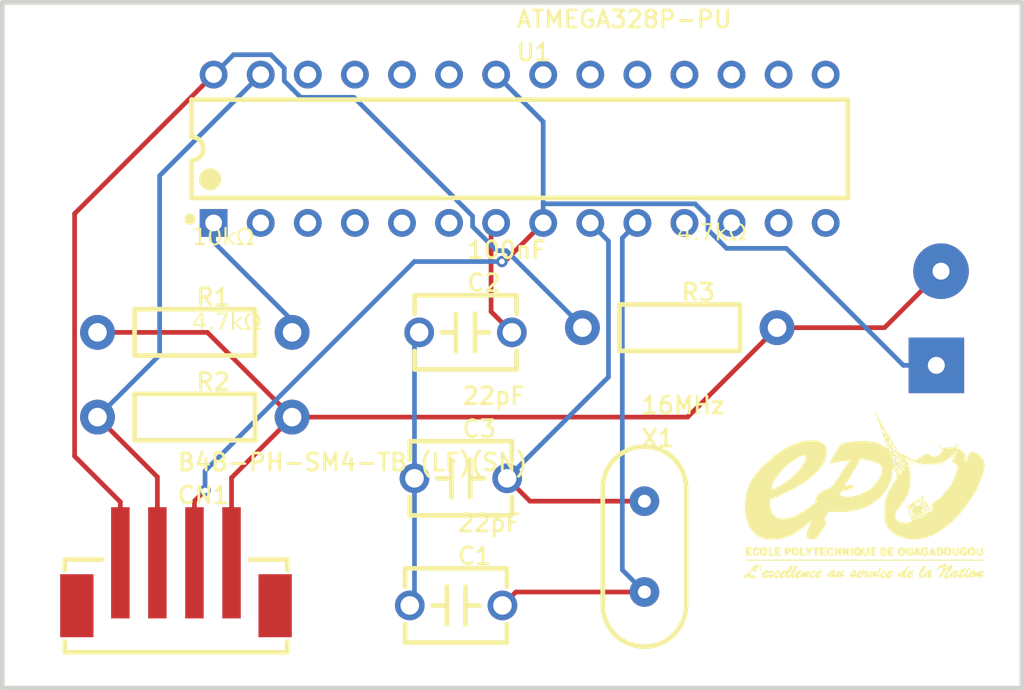
<source format=kicad_pcb>
(kicad_pcb (version 20241229) (generator "pcbnew") (generator_version "9.0")
  (layers (0 "F.Cu" signal "TopLayer") (2 "B.Cu" signal "BottomLayer") (13 "F.Paste" user "TopPasteMaskLayer") (15 "B.Paste" user "BottomPasteMaskLayer") (5 "F.SilkS" user "TopSilkLayer") (7 "B.SilkS" user "BottomSilkLayer") (1 "F.Mask" user "TopSolderMaskLayer") (3 "B.Mask" user "BottomSolderMaskLayer") (25 "Edge.Cuts" user "BoardOutLine"))
  (net 1 "")
  (net 2 "U1_1")
  (net 3 "SDA")
  (net 4 "SCL")
  (net 5 "GND")
  (net 6 "U1_9")
  (net 7 "U1_10")
  (net 8 "C1_1")
  (net 9 "+5V")
  (net 10 "U1_7")
  (footprint "CONN-SMD_B4B-PH-SM4-TB-LF-SN" (layer "F.Cu") (at 125.367 117.394)
    (property "Reference" "CN1")
    (property "Value" "B4B-PH-SM4-TB (LF)(SN)")
  )
  (footprint "CAP-TH_L5.5-W4.0-P5.00-D0.5" (layer "F.Cu") (at 140.988 103.805)
    (property "Reference" "C2")
    (property "Value" "100nF")
  )
  (footprint "CAP-TH_L5.5-W4.0-P5.00-D0.5" (layer "F.Cu") (at 140.48 118.537)
    (property "Reference" "C1")
    (property "Value" "22pF")
  )
  (footprint "Pad_gge1527" (layer "F.Cu") (at 166.388 105.583)
    (property "Reference" "Pad_gge1527" (hide yes))
    (property "Value" "Pad_gge1527" (hide yes))
  )
  (footprint "RES-TH_BD2.5-L6.5-P10.50-D0.6" (layer "F.Cu") (at 126.383 108.377)
    (property "Reference" "R2")
    (property "Value" "4.7kΩ")
  )
  (footprint "RES-TH_BD2.5-L6.5-P10.50-D0.6" (layer "F.Cu") (at 152.545 103.551)
    (property "Reference" "R3")
    (property "Value" "4.7kΩ")
  )
  (footprint "RES-TH_BD2.5-L6.5-P10.50-D0.6" (layer "F.Cu") (at 126.383 103.805)
    (property "Reference" "R1")
    (property "Value" "10kΩ")
  )
  (footprint "Pad_gge1563" (layer "F.Cu") (at 166.642 100.503)
    (property "Reference" "Pad_gge1563" (hide yes))
    (property "Value" "Pad_gge1563" (hide yes))
  )
  (footprint "CAP-TH_L5.5-W4.0-P5.00-D0.5" (layer "F.Cu") (at 140.734 111.679)
    (property "Reference" "C3")
    (property "Value" "22pF")
  )
  (footprint "OSC-TH_L10.0-W4.5-P5.00" (layer "F.Cu") (at 150.64 115.362)
    (property "Reference" "X1")
    (property "Value" "16MHz")
  )
  (footprint "DIP-28_L34.6-W7.3-P2.54-LS10.2-BL" (layer "F.Cu") (at 143.909 93.899)
    (property "Reference" "U1")
    (property "Value" "ATMEGA328P-PU")
  )
  (gr_poly (pts (xy 165.847 110.1597) (xy 165.841 110.1655) (xy 165.841 110.186) (xy 165.841 110.2065) (xy 165.85 110.2065) (xy 165.859 110.2065) (xy 165.859 110.1801) (xy 165.859 110.1538) (xy 165.856 110.1538) (xy 165.853 110.1538)) (fill yes) (layer "F.SilkS"))
  (gr_poly (pts (xy 159.0742 115.4055) (xy 159.0462 115.417) (xy 159.0343 115.4375) (xy 159.0223 115.458) (xy 159.0242 115.6415) (xy 159.0261 115.825) (xy 159.0414 115.8414) (xy 159.0565 115.8579) (xy 159.1716 115.8579) (xy 159.2867 115.8579) (xy 159.3096 115.8477) (xy 159.3325 115.8375) (xy 159.3325 115.8042) (xy 159.3325 115.771) (xy 159.3212 115.7641) (xy 159.31 115.7572) (xy 159.2487 115.7516) (xy 159.1873 115.7461) (xy 159.173 115.7321) (xy 159.1587 115.7181) (xy 159.1567 115.5873) (xy 159.1547 115.4566) (xy 159.1405 115.4298) (xy 159.1264 115.403) (xy 159.1143 115.3985) (xy 159.1023 115.394)) (fill yes) (layer "F.SilkS"))
  (gr_poly (pts (xy 165.6183 112.5848) (xy 165.6081 112.6103) (xy 165.5984 112.6476) (xy 165.5886 112.6849) (xy 165.562 112.6984) (xy 165.5353 112.7119) (xy 165.5353 112.7204) (xy 165.5353 112.729) (xy 165.5448 112.729) (xy 165.5543 112.729) (xy 165.5489 112.7377) (xy 165.5434 112.7464) (xy 165.5563 112.7415) (xy 165.5693 112.7366) (xy 165.5905 112.7584) (xy 165.6117 112.7803) (xy 165.632 112.8037) (xy 165.6522 112.8272) (xy 165.6532 112.8594) (xy 165.6543 112.8916) (xy 165.6564 112.9004) (xy 165.6585 112.9092) (xy 165.6599 112.9208) (xy 165.6612 112.9324) (xy 165.6811 112.9296) (xy 165.7009 112.9267) (xy 165.7254 112.8652) (xy 165.75 112.8037) (xy 165.7505 112.7853) (xy 165.7511 112.767) (xy 165.7286 112.757) (xy 165.7061 112.7469) (xy 165.7061 112.7325) (xy 165.7061 112.7181) (xy 165.6796 112.6886) (xy 165.6531 112.6591) (xy 165.6475 112.6259) (xy 165.6421 112.5928) (xy 165.6353 112.576) (xy 165.6286 112.5591)) (fill yes) (layer "F.SilkS"))
  (gr_poly (pts (xy 157.6878 115.4048) (xy 157.676 115.4187) (xy 157.6697 115.4823) (xy 157.6635 115.5459) (xy 157.6668 115.6909) (xy 157.67 115.8359) (xy 157.6827 115.8483) (xy 157.6955 115.8607) (xy 157.8368 115.8593) (xy 157.9781 115.8579) (xy 157.993 115.8447) (xy 158.0079 115.8315) (xy 158.0039 115.805) (xy 157.9999 115.7783) (xy 157.981 115.7654) (xy 157.962 115.7524) (xy 157.896 115.7524) (xy 157.83 115.7524) (xy 157.8126 115.7433) (xy 157.7952 115.7342) (xy 157.7952 115.7264) (xy 157.7952 115.7185) (xy 157.8099 115.7041) (xy 157.8247 115.6897) (xy 157.8706 115.6917) (xy 157.9166 115.6937) (xy 157.9363 115.6875) (xy 157.9559 115.6813) (xy 157.966 115.6513) (xy 157.9761 115.6215) (xy 157.9664 115.6036) (xy 157.9565 115.5856) (xy 157.934 115.5801) (xy 157.9115 115.5745) (xy 157.886 115.5795) (xy 157.8606 115.5845) (xy 157.8346 115.5776) (xy 157.8087 115.5708) (xy 157.8116 115.5496) (xy 157.8145 115.5283) (xy 157.8291 115.5173) (xy 157.8436 115.5063) (xy 157.8685 115.5063) (xy 157.8934 115.5063) (xy 157.9108 115.5246) (xy 157.9282 115.5428) (xy 157.9341 115.5333) (xy 157.9402 115.5239) (xy 157.9573 115.5239) (xy 157.9746 115.5239) (xy 157.989 115.4966) (xy 158.0035 115.4693) (xy 157.9979 115.4476) (xy 157.9924 115.4261) (xy 157.9591 115.4125) (xy 157.9259 115.3989) (xy 157.8127 115.3949) (xy 157.6996 115.3909)) (fill yes) (layer "F.SilkS"))
  (gr_poly (pts (xy 168.3087 115.3899) (xy 168.3446 115.3942) (xy 168.3943 115.4187) (xy 168.444 115.4431) (xy 168.4545 115.4637) (xy 168.465 115.4844) (xy 168.4891 115.5415) (xy 168.5133 115.5986) (xy 168.5144 115.6624) (xy 168.5154 115.7262) (xy 168.501 115.7308) (xy 168.4865 115.7352) (xy 168.47 115.7711) (xy 168.4535 115.8069) (xy 168.4254 115.8278) (xy 168.3974 115.8487) (xy 168.3334 115.8576) (xy 168.2694 115.8665) (xy 168.24 115.8607) (xy 168.2107 115.855) (xy 168.1788 115.8349) (xy 168.1468 115.8149) (xy 168.1234 115.7972) (xy 168.0999 115.7795) (xy 168.0885 115.7397) (xy 168.0771 115.6999) (xy 168.079393 115.6629) (xy 168.212 115.6629) (xy 168.218 115.6945) (xy 168.2241 115.726) (xy 168.2502 115.7392) (xy 168.2763 115.7524) (xy 168.2972 115.7524) (xy 168.3181 115.7524) (xy 168.3381 115.7387) (xy 168.3581 115.725) (xy 168.3581 115.6474) (xy 168.3581 115.5698) (xy 168.3424 115.5522) (xy 168.3266 115.5345) (xy 168.3035 115.5295) (xy 168.2804 115.5244) (xy 168.2515 115.5483) (xy 168.2226 115.5722) (xy 168.2173 115.6176) (xy 168.212 115.6629) (xy 168.079393 115.6629) (xy 168.0816 115.6273) (xy 168.086 115.5547) (xy 168.1105 115.5038) (xy 168.135 115.453) (xy 168.1589 115.4385) (xy 168.1828 115.424) (xy 168.2008 115.4087) (xy 168.2187 115.3934) (xy 168.2457 115.3895) (xy 168.2727 115.3855)) (fill yes) (layer "F.SilkS"))
  (gr_poly (pts (xy 161.7891 115.4246) (xy 161.7732 115.4484) (xy 161.7732 115.6246) (xy 161.7732 115.8008) (xy 161.78 115.8248) (xy 161.7869 115.8488) (xy 161.8105 115.8546) (xy 161.8341 115.8604) (xy 161.8576 115.8523) (xy 161.881 115.8442) (xy 161.8835 115.8049) (xy 161.8861 115.7656) (xy 161.8852 115.6041) (xy 161.8842 115.4426) (xy 161.8761 115.4217) (xy 161.868 115.4009) (xy 161.8365 115.4009) (xy 161.8051 115.4009)) (fill yes) (layer "F.SilkS"))
  (gr_poly (pts (xy 164.4955 113.2006) (xy 164.5015 113.2065) (xy 164.5075 113.2006) (xy 164.5135 113.1948) (xy 164.5015 113.1948) (xy 164.4895 113.1948)) (fill yes) (layer "F.SilkS"))
  (gr_poly (pts (xy 162.9205 115.4004) (xy 162.8722 115.4059) (xy 162.8553 115.4263) (xy 162.8385 115.4468) (xy 162.8366 115.5139) (xy 162.8347 115.581) (xy 162.8338 115.6865) (xy 162.833 115.792) (xy 162.8257 115.816) (xy 162.8184 115.84) (xy 162.8431 115.8491) (xy 162.8677 115.8583) (xy 162.9833 115.8585) (xy 163.0988 115.8587) (xy 163.118 115.8487) (xy 163.1372 115.8386) (xy 163.132 115.8077) (xy 163.1269 115.7769) (xy 163.1108 115.765) (xy 163.0947 115.753) (xy 163.044 115.7527) (xy 162.9935 115.7524) (xy 162.9816 115.7385) (xy 162.9698 115.7246) (xy 162.9792 115.7099) (xy 162.9886 115.6953) (xy 163.0281 115.693) (xy 163.0677 115.6907) (xy 163.0872 115.6864) (xy 163.1067 115.6821) (xy 163.1174 115.6504) (xy 163.1281 115.6187) (xy 163.1171 115.5986) (xy 163.1061 115.5785) (xy 163.0529 115.579) (xy 162.9995 115.5795) (xy 162.9902 115.5703) (xy 162.9809 115.5612) (xy 162.9838 115.536) (xy 162.9868 115.5107) (xy 163.0242 115.5081) (xy 163.0616 115.5054) (xy 163.0799 115.5246) (xy 163.0982 115.5438) (xy 163.1187 115.5026) (xy 163.1392 115.4614) (xy 163.1214 115.4294) (xy 163.1037 115.3975) (xy 163.0362 115.3962) (xy 162.9688 115.3949)) (fill yes) (layer "F.SilkS"))
  (gr_poly (pts (xy 162.2239 115.4053) (xy 162.269 115.4273) (xy 162.2889 115.448) (xy 162.3089 115.4687) (xy 162.3255 115.5117) (xy 162.3422 115.5547) (xy 162.3541 115.5547) (xy 162.3659 115.5547) (xy 162.3773 115.5327) (xy 162.3887 115.5107) (xy 162.3888 115.4773) (xy 162.389 115.444) (xy 162.411 115.4224) (xy 162.4331 115.4009) (xy 162.4477 115.4009) (xy 162.4623 115.4009) (xy 162.4896 115.4276) (xy 162.5169 115.4543) (xy 162.5109 115.544) (xy 162.5049 115.6338) (xy 162.5143 115.6811) (xy 162.5238 115.7285) (xy 162.5395 115.7402) (xy 162.5552 115.7518) (xy 162.5738 115.7521) (xy 162.5923 115.7524) (xy 162.6097 115.74) (xy 162.6272 115.7275) (xy 162.6317 115.5787) (xy 162.6362 115.4299) (xy 162.6476 115.4164) (xy 162.6591 115.403) (xy 162.6866 115.3976) (xy 162.714 115.3922) (xy 162.7304 115.4008) (xy 162.7467 115.4093) (xy 162.7547 115.4336) (xy 162.7627 115.458) (xy 162.7579 115.6136) (xy 162.7531 115.7693) (xy 162.7088 115.8133) (xy 162.6644 115.8572) (xy 162.6255 115.863) (xy 162.5866 115.8687) (xy 162.5377 115.8627) (xy 162.4888 115.8567) (xy 162.4593 115.8373) (xy 162.4297 115.8178) (xy 162.4149 115.7785) (xy 162.4001 115.7392) (xy 162.37 115.7392) (xy 162.34 115.7392) (xy 162.3313 115.7633) (xy 162.3227 115.7873) (xy 162.3433 115.8088) (xy 162.3639 115.8302) (xy 162.3555 115.8551) (xy 162.3471 115.8798) (xy 162.319 115.8826) (xy 162.2909 115.8853) (xy 162.2703 115.8741) (xy 162.2496 115.8628) (xy 162.1687 115.8624) (xy 162.0877 115.862) (xy 162.0428 115.8392) (xy 161.9979 115.8164) (xy 161.9641 115.7695) (xy 161.9302 115.7226) (xy 161.932244 115.6842) (xy 162.0788 115.6842) (xy 162.1015 115.701) (xy 162.1242 115.7177) (xy 162.1555 115.7074) (xy 162.1867 115.6971) (xy 162.1979 115.6885) (xy 162.2092 115.6799) (xy 162.2092 115.6287) (xy 162.2092 115.5774) (xy 162.1993 115.5563) (xy 162.1894 115.5351) (xy 162.1592 115.526) (xy 162.129 115.517) (xy 162.1047 115.5481) (xy 162.0804 115.5792) (xy 162.0796 115.6317) (xy 162.0788 115.6842) (xy 161.932244 115.6842) (xy 161.9349 115.6343) (xy 161.9396 115.546) (xy 161.9452 115.5284) (xy 161.9509 115.5107) (xy 161.978 115.477) (xy 162.0051 115.4434) (xy 162.0415 115.4209) (xy 162.078 115.3984) (xy 162.1009 115.3916) (xy 162.1238 115.3848) (xy 162.1512 115.384) (xy 162.1787 115.3833)) (fill yes) (layer "F.SilkS"))
  (gr_poly (pts (xy 166.1601 109.6616) (xy 166.1545 109.6704) (xy 166.1691 109.6704) (xy 166.1836 109.6704) (xy 166.1781 109.6616) (xy 166.1726 109.6528) (xy 166.1691 109.6528) (xy 166.1657 109.6528)) (fill yes) (layer "F.SilkS"))
  (gr_poly (pts (xy 160.9186 115.4102) (xy 160.9012 115.429) (xy 160.8961 115.6105) (xy 160.891 115.792) (xy 160.8984 115.8191) (xy 160.9057 115.8463) (xy 160.9259 115.8549) (xy 160.9461 115.8636) (xy 160.9765 115.8572) (xy 161.0069 115.8508) (xy 161.0146 115.839) (xy 161.0223 115.8271) (xy 161.0224 115.7804) (xy 161.0225 115.7337) (xy 161.0318 115.7167) (xy 161.0411 115.6997) (xy 161.0763 115.6997) (xy 161.1114 115.6997) (xy 161.1254 115.7192) (xy 161.1394 115.7388) (xy 161.1394 115.7846) (xy 161.1394 115.8305) (xy 161.1594 115.8442) (xy 161.1793 115.8579) (xy 161.2029 115.8579) (xy 161.2264 115.8579) (xy 161.2368 115.8355) (xy 161.2473 115.8131) (xy 161.2473 115.6329) (xy 161.2473 115.4527) (xy 161.2336 115.4268) (xy 161.2198 115.4009) (xy 161.2072 115.4009) (xy 161.1945 115.4009) (xy 161.1725 115.409) (xy 161.1506 115.4172) (xy 161.1405 115.4455) (xy 161.1304 115.4738) (xy 161.1304 115.5019) (xy 161.1304 115.5299) (xy 161.1135 115.5449) (xy 161.0966 115.5599) (xy 161.0708 115.5536) (xy 161.045 115.5473) (xy 161.0341 115.5334) (xy 161.0231 115.5195) (xy 161.0228 115.4787) (xy 161.0225 115.4379) (xy 161.0068 115.4201) (xy 160.991 115.4023) (xy 160.9635 115.3968) (xy 160.9361 115.3914)) (fill yes) (layer "F.SilkS"))
  (gr_poly (pts (xy 156.1606 115.3989) (xy 156.1396 115.4023) (xy 156.1264 115.4332) (xy 156.1132 115.4642) (xy 156.1159 115.6486) (xy 156.1187 115.8329) (xy 156.1361 115.8454) (xy 156.1536 115.8579) (xy 156.2712 115.8579) (xy 156.3889 115.8579) (xy 156.4088 115.8442) (xy 156.4288 115.8305) (xy 156.4288 115.8008) (xy 156.4288 115.771) (xy 156.4194 115.7654) (xy 156.4101 115.7597) (xy 156.343 115.7534) (xy 156.2761 115.7472) (xy 156.2652 115.7366) (xy 156.2543 115.7259) (xy 156.2686 115.712) (xy 156.2829 115.6979) (xy 156.3087 115.6977) (xy 156.3344 115.6976) (xy 156.3545 115.6941) (xy 156.3746 115.6906) (xy 156.3936 115.6544) (xy 156.4124 115.6182) (xy 156.394 115.6002) (xy 156.3756 115.5822) (xy 156.3211 115.5783) (xy 156.2667 115.5745) (xy 156.2622 115.5674) (xy 156.2578 115.5604) (xy 156.268 115.5385) (xy 156.2782 115.5166) (xy 156.2973 115.5116) (xy 156.3164 115.5066) (xy 156.3634 115.5064) (xy 156.4104 115.5063) (xy 156.4255 115.4838) (xy 156.4406 115.4613) (xy 156.4262 115.4317) (xy 156.4118 115.4023) (xy 156.3641 115.3978) (xy 156.3164 115.3933) (xy 156.249 115.3944) (xy 156.1816 115.3954)) (fill yes) (layer "F.SilkS"))
  (gr_poly (pts (xy 158.8663 115.4206) (xy 158.9232 115.458) (xy 158.9487 115.5071) (xy 158.9742 115.5563) (xy 158.9758 115.6395) (xy 158.9774 115.7228) (xy 158.9423 115.7726) (xy 158.9071 115.8225) (xy 158.8915 115.8363) (xy 158.8759 115.8501) (xy 158.8188 115.8579) (xy 158.7617 115.8657) (xy 158.7325 115.8596) (xy 158.7033 115.8535) (xy 158.6542 115.8151) (xy 158.6051 115.7768) (xy 158.5945 115.7302) (xy 158.584423 115.6865) (xy 158.7104 115.6865) (xy 158.7201 115.7108) (xy 158.7298 115.7351) (xy 158.7544 115.7443) (xy 158.7789 115.7534) (xy 158.7986 115.7431) (xy 158.8183 115.7328) (xy 158.8338 115.6991) (xy 158.8494 115.6653) (xy 158.8449 115.6193) (xy 158.8403 115.5733) (xy 158.8145 115.553) (xy 158.7886 115.5328) (xy 158.7796 115.5329) (xy 158.7706 115.5329) (xy 158.7481 115.544) (xy 158.7257 115.555) (xy 158.718 115.6207) (xy 158.7104 115.6865) (xy 158.584423 115.6865) (xy 158.5838 115.6838) (xy 158.5882 115.5948) (xy 158.5926 115.5059) (xy 158.6142 115.4831) (xy 158.6358 115.4602) (xy 158.6812 115.4271) (xy 158.7267 115.394) (xy 158.7441 115.3897) (xy 158.7617 115.3853) (xy 158.7856 115.3843) (xy 158.8095 115.3833)) (fill yes) (layer "F.SilkS"))
  (gr_poly (pts (xy 159.7555 115.4063) (xy 159.728 115.4176) (xy 159.7178 115.4396) (xy 159.7075 115.4616) (xy 159.7187 115.4881) (xy 159.7299 115.5145) (xy 159.7435 115.5255) (xy 159.757 115.5365) (xy 159.7858 115.534) (xy 159.8145 115.5316) (xy 159.8252 115.5546) (xy 159.8359 115.5774) (xy 159.8359 115.7086) (xy 159.8359 115.8397) (xy 159.8533 115.8488) (xy 159.8707 115.8579) (xy 159.8965 115.8579) (xy 159.9224 115.8579) (xy 159.9384 115.8464) (xy 159.9545 115.8349) (xy 159.9539 115.71) (xy 159.9533 115.5851) (xy 159.9618 115.5633) (xy 159.9703 115.5415) (xy 159.991 115.5415) (xy 160.0117 115.5415) (xy 160.031 115.5283) (xy 160.0503 115.515) (xy 160.0605 115.4848) (xy 160.0707 115.4547) (xy 160.0564 115.4278) (xy 160.0422 115.4009) (xy 160.0177 115.3994) (xy 159.9932 115.3979) (xy 159.8881 115.3964) (xy 159.783 115.395)) (fill yes) (layer "F.SilkS"))
  (gr_poly (pts (xy 167.7857 109.0786) (xy 167.7917 109.0844) (xy 167.7977 109.0786) (xy 167.8037 109.0728) (xy 167.7917 109.0728) (xy 167.7798 109.0728)) (fill yes) (layer "F.SilkS"))
  (gr_poly (pts (xy 166.5688 109.9677) (xy 166.5485 109.9838) (xy 166.5755 110.0026) (xy 166.6026 110.0214) (xy 166.6241 109.999) (xy 166.6456 109.9766) (xy 166.6281 109.9641) (xy 166.6107 109.9516) (xy 166.5999 109.9516) (xy 166.5891 109.9516)) (fill yes) (layer "F.SilkS"))
  (gr_poly (pts (xy 158.4425 115.4011) (xy 158.474 115.41) (xy 158.5024 115.4354) (xy 158.5309 115.4608) (xy 158.5406 115.4786) (xy 158.5504 115.4964) (xy 158.5504 115.5519) (xy 158.5504 115.6074) (xy 158.5347 115.6375) (xy 158.5189 115.6676) (xy 158.4964 115.6834) (xy 158.474 115.6991) (xy 158.4177 115.7077) (xy 158.3614 115.7163) (xy 158.3532 115.7213) (xy 158.345 115.7262) (xy 158.3387 115.7835) (xy 158.3325 115.8408) (xy 158.3161 115.8493) (xy 158.2999 115.8579) (xy 158.274 115.8579) (xy 158.2482 115.8579) (xy 158.2307 115.8454) (xy 158.2132 115.8329) (xy 158.2132 115.6354) (xy 158.2132 115.5669) (xy 158.3419 115.5669) (xy 158.3478 115.5761) (xy 158.3537 115.5854) (xy 158.3796 115.5854) (xy 158.4054 115.5854) (xy 158.4114 115.5761) (xy 158.4172 115.5669) (xy 158.4117 115.5454) (xy 158.4062 115.5239) (xy 158.3796 115.5239) (xy 158.353 115.5239) (xy 158.3474 115.5454) (xy 158.3419 115.5669) (xy 158.2132 115.5669) (xy 158.2132 115.4378) (xy 158.23 115.4198) (xy 158.2468 115.4016) (xy 158.2974 115.3985) (xy 158.3481 115.3954) (xy 158.3796 115.3938) (xy 158.4111 115.3921)) (fill yes) (layer "F.SilkS"))
  (gr_poly (pts (xy 166.9054 116.3156) (xy 166.9287 116.3426) (xy 166.9285 116.353) (xy 166.9282 116.3632) (xy 166.9115 116.4231) (xy 166.8948 116.4829) (xy 166.8798 116.4936) (xy 166.8648 116.5043) (xy 166.8578 116.5348) (xy 166.8508 116.5654) (xy 166.8545 116.5764) (xy 166.8583 116.5874) (xy 166.8708 116.5874) (xy 166.8832 116.5874) (xy 166.8939 116.5678) (xy 166.895964 116.564) (xy 167.0186 116.564) (xy 167.0186 116.5756) (xy 167.0186 116.5874) (xy 167.0321 116.5874) (xy 167.0456 116.5874) (xy 167.0456 116.5747) (xy 167.0456 116.562) (xy 167.0379 116.5574) (xy 167.0301 116.5527) (xy 167.0244 116.5583) (xy 167.0186 116.564) (xy 166.895964 116.564) (xy 166.9046 116.5481) (xy 166.9414 116.5154) (xy 166.9782 116.4826) (xy 166.993 116.4682) (xy 167.0078 116.4538) (xy 167.0155 116.4461) (xy 167.0231 116.4385) (xy 167.0546 116.4133) (xy 167.0861 116.3882) (xy 167.1415 116.3587) (xy 167.197 116.3292) (xy 167.2101 116.3398) (xy 167.2231 116.3504) (xy 167.2341 116.3886) (xy 167.245 116.4267) (xy 167.2369 116.4792) (xy 167.2287 116.5317) (xy 167.2023 116.5734) (xy 167.1759 116.615) (xy 167.1242 116.675) (xy 167.0726 116.735) (xy 167.0726 116.7444) (xy 167.0726 116.7539) (xy 167.0501 116.7684) (xy 167.0276 116.7827) (xy 167.0276 116.7919) (xy 167.0276 116.8011) (xy 167.0005 116.8424) (xy 166.9734 116.8837) (xy 166.9713 116.9179) (xy 166.9692 116.9521) (xy 167.0029 116.9511) (xy 167.0366 116.9501) (xy 167.0552 116.927) (xy 167.0739 116.9038) (xy 167.0864 116.9038) (xy 167.0989 116.9038) (xy 167.1096 116.884) (xy 167.113401 116.8769) (xy 167.2434 116.8769) (xy 167.2434 116.8958) (xy 167.2434 116.9148) (xy 167.2726 116.9093) (xy 167.3018 116.9037) (xy 167.3171 116.884) (xy 167.3323 116.8642) (xy 167.3463 116.8488) (xy 167.3603 116.8335) (xy 167.3603 116.8247) (xy 167.3603 116.8159) (xy 167.331 116.8165) (xy 167.3018 116.8171) (xy 167.2726 116.847) (xy 167.2434 116.8769) (xy 167.113401 116.8769) (xy 167.1202 116.8642) (xy 167.1368 116.8467) (xy 167.1534 116.8291) (xy 167.1864 116.7939) (xy 167.2195 116.7587) (xy 167.2442 116.7456) (xy 167.2689 116.7324) (xy 167.3255 116.6893) (xy 167.382 116.6462) (xy 167.4138 116.639) (xy 167.4457 116.6317) (xy 167.4839 116.6315) (xy 167.5221 116.6313) (xy 167.54 116.6489) (xy 167.558 116.6665) (xy 167.558 116.6747) (xy 167.558 116.6829) (xy 167.5477 116.7077) (xy 167.5374 116.7324) (xy 167.5394 116.7566) (xy 167.5414 116.7808) (xy 167.4993 116.829) (xy 167.4571 116.8772) (xy 167.4623 116.8905) (xy 167.4675 116.9038) (xy 167.4985 116.9038) (xy 167.5294 116.9038) (xy 167.5729 116.8699) (xy 167.6165 116.836) (xy 167.6344 116.8162) (xy 167.6524 116.7963) (xy 167.6726 116.7887) (xy 167.6928 116.7811) (xy 167.6928 116.7544) (xy 167.6928 116.7276) (xy 167.6716 116.7197) (xy 167.6504 116.7118) (xy 167.6451 116.6921) (xy 167.6399 116.6724) (xy 167.6487 116.6562) (xy 167.6576 116.6401) (xy 167.6662 116.6401) (xy 167.6747 116.6401) (xy 167.6981 116.6145) (xy 167.7215 116.5888) (xy 167.765 116.583) (xy 167.8085 116.5771) (xy 167.8406 116.5466) (xy 167.8727 116.5162) (xy 167.8727 116.5092) (xy 167.8727 116.5023) (xy 167.8955 116.4921) (xy 167.9184 116.4819) (xy 167.9391 116.4819) (xy 167.9597 116.4819) (xy 167.9753 116.4988) (xy 167.991 116.5156) (xy 167.9815 116.5329) (xy 167.972 116.5501) (xy 167.9569 116.5558) (xy 167.9419 116.5615) (xy 167.9612 116.5816) (xy 167.9805 116.6017) (xy 167.9805 116.6173) (xy 167.9805 116.6329) (xy 167.9603 116.6592) (xy 167.94 116.6854) (xy 167.9203 116.7067) (xy 167.9004 116.728) (xy 167.8753 116.7283) (xy 167.8502 116.7287) (xy 167.8179 116.7569) (xy 167.7857 116.7851) (xy 167.775 116.8155) (xy 167.7644 116.8459) (xy 167.7464 116.8647) (xy 167.7283 116.8835) (xy 167.7344 116.899) (xy 167.7405 116.9145) (xy 167.7858 116.9103) (xy 167.8312 116.906) (xy 167.8497 116.8837) (xy 167.8682 116.8615) (xy 167.9131 116.8025) (xy 167.9581 116.7436) (xy 167.9688 116.7251) (xy 167.9797 116.7066) (xy 168.0138 116.682) (xy 168.0479 116.6576) (xy 168.0647 116.652) (xy 168.0814 116.6464) (xy 168.0768 116.606) (xy 168.0721 116.5656) (xy 168.0849 116.5416) (xy 168.0976 116.5176) (xy 168.1149 116.5086) (xy 168.1322 116.4995) (xy 168.1541 116.4995) (xy 168.1761 116.4995) (xy 168.1849 116.5105) (xy 168.1938 116.5214) (xy 168.1992 116.5496) (xy 168.2046 116.5778) (xy 168.1688 116.6132) (xy 168.1329 116.6487) (xy 168.1107 116.6541) (xy 168.0885 116.6596) (xy 168.094 116.7055) (xy 168.0995 116.7514) (xy 168.0735 116.7815) (xy 168.0474 116.8115) (xy 168.023 116.8439) (xy 167.9985 116.8762) (xy 167.9985 116.89) (xy 167.9985 116.9038) (xy 168.038 116.9038) (xy 168.0775 116.9038) (xy 168.094066 116.8854) (xy 168.2424 116.8854) (xy 168.2512 116.9166) (xy 168.26 116.9477) (xy 168.272 116.9477) (xy 168.284 116.9477) (xy 168.3076 116.9176) (xy 168.3312 116.8874) (xy 168.3312 116.8472) (xy 168.3312 116.8071) (xy 168.3244 116.8081) (xy 168.3177 116.8092) (xy 168.2916 116.8147) (xy 168.2655 116.8203) (xy 168.254 116.8528) (xy 168.2424 116.8854) (xy 168.094066 116.8854) (xy 168.1055 116.8727) (xy 168.1333 116.8416) (xy 168.1333 116.8331) (xy 168.1333 116.8245) (xy 168.1601 116.796) (xy 168.1869 116.7675) (xy 168.197 116.7587) (xy 168.2072 116.75) (xy 168.2355 116.7233) (xy 168.2637 116.6966) (xy 168.3029 116.6709) (xy 168.3421 116.6452) (xy 168.3907 116.6452) (xy 168.4391 116.6452) (xy 168.4583 116.6638) (xy 168.4774 116.6825) (xy 168.479 116.7645) (xy 168.4806 116.8467) (xy 168.4929 116.8467) (xy 168.5053 116.8467) (xy 168.5129 116.8181) (xy 168.5204 116.7895) (xy 168.533 116.7895) (xy 168.5455 116.7895) (xy 168.5664 116.7525) (xy 168.5873 116.7155) (xy 168.6223 116.7025) (xy 168.6573 116.6895) (xy 168.6775 116.7126) (xy 168.6978 116.7356) (xy 168.7014 116.7461) (xy 168.705 116.7567) (xy 168.7327 116.7427) (xy 168.7604 116.7286) (xy 168.7652 116.7165) (xy 168.77 116.7043) (xy 168.8216 116.6838) (xy 168.8732 116.6633) (xy 168.8943 116.6874) (xy 168.9155 116.7114) (xy 168.9155 116.7271) (xy 168.9155 116.7429) (xy 168.8898 116.7772) (xy 168.8641 116.8115) (xy 168.8313 116.8451) (xy 168.7986 116.8787) (xy 168.7986 116.8857) (xy 168.7986 116.8929) (xy 168.8103 116.9023) (xy 168.822 116.9118) (xy 168.8485 116.8981) (xy 168.875 116.8843) (xy 168.9002 116.8769) (xy 168.9254 116.8696) (xy 168.931 116.8839) (xy 168.9367 116.8983) (xy 168.9258 116.9018) (xy 168.915 116.9054) (xy 168.9022 116.9353) (xy 168.8894 116.9652) (xy 168.8665 116.9755) (xy 168.8435 116.9857) (xy 168.8435 116.9922) (xy 168.8435 116.9988) (xy 168.8015 117.026) (xy 168.7596 117.0532) (xy 168.7307 117.0532) (xy 168.7019 117.0532) (xy 168.6896 117.0387) (xy 168.6772 117.0241) (xy 168.6727 116.9756) (xy 168.6682 116.9271) (xy 168.657 116.9235) (xy 168.6458 116.9199) (xy 168.6404 116.936) (xy 168.6351 116.9521) (xy 168.6261 116.9756) (xy 168.6172 116.9992) (xy 168.5859 117.0137) (xy 168.5546 117.0282) (xy 168.5416 117.0233) (xy 168.5286 117.0185) (xy 168.5192 116.9944) (xy 168.5099 116.9703) (xy 168.5009 116.9597) (xy 168.492 116.9492) (xy 168.4678 116.9616) (xy 168.4435 116.974) (xy 168.4096 116.9741) (xy 168.3757 116.9741) (xy 168.3658 116.9953) (xy 168.3559 117.0166) (xy 168.3124 117.0343) (xy 168.2688 117.0519) (xy 168.2373 117.0434) (xy 168.2058 117.0349) (xy 168.1808 117.0146) (xy 168.1558 116.9943) (xy 168.1353 116.9837) (xy 168.1148 116.9731) (xy 168.0777 117.0043) (xy 168.0405 117.0354) (xy 168.0092 117.0411) (xy 167.9778 117.0469) (xy 167.9544 117.0389) (xy 167.9311 117.0308) (xy 167.9154 116.9983) (xy 167.8997 116.9658) (xy 167.8706 116.9714) (xy 167.8416 116.9771) (xy 167.8137 117.0041) (xy 167.7857 117.0312) (xy 167.7514 117.0515) (xy 167.7171 117.0717) (xy 167.6931 117.0764) (xy 167.6692 117.0811) (xy 167.6412 117.0581) (xy 167.6131 117.035) (xy 167.6025 117.0024) (xy 167.5918 116.9697) (xy 167.5835 116.9609) (xy 167.5751 116.9521) (xy 167.5353 116.9938) (xy 167.4956 117.0356) (xy 167.4787 117.0356) (xy 167.4619 117.0356) (xy 167.4457 117.0532) (xy 167.4294 117.0708) (xy 167.4139 117.0708) (xy 167.3984 117.0708) (xy 167.3894 117.0598) (xy 167.3806 117.0488) (xy 167.3694 117.0148) (xy 167.3581 116.9808) (xy 167.3524 116.9894) (xy 167.3468 116.998) (xy 167.3153 117.0135) (xy 167.2838 117.029) (xy 167.2696 117.0411) (xy 167.2553 117.0533) (xy 167.2157 117.0328) (xy 167.1759 117.0122) (xy 167.1624 116.9866) (xy 167.149 116.9609) (xy 167.1485 116.959) (xy 167.1481 116.9571) (xy 167.1148 116.9718) (xy 167.0816 116.9865) (xy 167.0765 117.0023) (xy 167.0714 117.018) (xy 167.063 117.018) (xy 167.0546 117.018) (xy 167.0209 117.0472) (xy 166.9872 117.0763) (xy 166.9546 117.0955) (xy 166.9221 117.1147) (xy 166.8955 117.1147) (xy 166.8689 117.1147) (xy 166.8505 117.0949) (xy 166.8321 117.0752) (xy 166.822 117.056) (xy 166.8118 117.0367) (xy 166.8118 117.0136) (xy 166.8118 116.9905) (xy 166.8211 116.9738) (xy 166.8302 116.957) (xy 166.839 116.9119) (xy 166.8477 116.867) (xy 166.8702 116.8407) (xy 166.8928 116.8145) (xy 166.8928 116.804) (xy 166.8928 116.7934) (xy 166.9175 116.7662) (xy 166.9422 116.739) (xy 166.9602 116.7097) (xy 166.9782 116.6805) (xy 166.9935 116.6537) (xy 167.0088 116.6269) (xy 167.0092 116.6157) (xy 167.0097 116.6044) (xy 166.996 116.5993) (xy 166.9824 116.5942) (xy 166.9398 116.638) (xy 166.8972 116.6819) (xy 166.8478 116.7369) (xy 166.7984 116.7919) (xy 166.7736 116.8146) (xy 166.7489 116.8374) (xy 166.7489 116.8565) (xy 166.7489 116.8757) (xy 166.7165 116.9139) (xy 166.6841 116.9521) (xy 166.6628 116.9741) (xy 166.6415 116.9961) (xy 166.6247 117.0174) (xy 166.6078 117.0387) (xy 166.5801 117.0194) (xy 166.5524 117.0001) (xy 166.5427 116.9712) (xy 166.5329 116.9422) (xy 166.5578 116.8985) (xy 166.5826 116.8549) (xy 166.6006 116.8301) (xy 166.6186 116.8054) (xy 166.6466 116.7732) (xy 166.6746 116.7412) (xy 166.681 116.7212) (xy 166.6874 116.7011) (xy 166.708 116.688) (xy 166.7286 116.6747) (xy 166.7342 116.6347) (xy 166.735684 116.6241) (xy 166.8009 116.6241) (xy 166.8112 116.6342) (xy 166.8216 116.6443) (xy 166.8297 116.6317) (xy 166.8376 116.619) (xy 166.8332 116.612) (xy 166.8288 116.605) (xy 166.8209 116.605) (xy 166.8129 116.605) (xy 166.8069 116.6145) (xy 166.8009 116.6241) (xy 166.735684 116.6241) (xy 166.7398 116.5947) (xy 166.7566 116.5712) (xy 166.7734 116.5478) (xy 166.7781 116.5059) (xy 166.7827 116.464) (xy 166.7746 116.4592) (xy 166.7665 116.4543) (xy 166.7404 116.4758) (xy 166.7142 116.4973) (xy 166.6803 116.5035) (xy 166.6464 116.5097) (xy 166.6206 116.531) (xy 166.5947 116.5522) (xy 166.5778 116.5522) (xy 166.5608 116.5522) (xy 166.5286 116.5799) (xy 166.4964 116.6075) (xy 166.4608 116.5971) (xy 166.4253 116.5867) (xy 166.4253 116.5705) (xy 166.4253 116.5544) (xy 166.4379 116.5442) (xy 166.4504 116.534) (xy 166.4564 116.503) (xy 166.4623 116.4721) (xy 166.4945 116.4372) (xy 166.5266 116.4024) (xy 166.5663 116.3763) (xy 166.606 116.3501) (xy 166.6303 116.35) (xy 166.6545 116.35) (xy 166.7252 116.3242) (xy 166.7958 116.2984) (xy 166.8008 116.2935) (xy 166.8059 116.2885) (xy 166.8441 116.2885) (xy 166.8822 116.2885)) (fill yes) (layer "F.SilkS"))
  (gr_poly (pts (xy 166.6473 111.4954) (xy 166.6416 111.501) (xy 166.6463 111.5085) (xy 166.6511 111.5161) (xy 166.6596 111.5161) (xy 166.6681 111.5161) (xy 166.6681 111.5029) (xy 166.6681 111.4897) (xy 166.6605 111.4897) (xy 166.653 111.4897)) (fill yes) (layer "F.SilkS"))
  (gr_poly (pts (xy 163.3419 108.5049) (xy 163.3419 108.5172) (xy 163.3546 108.5219) (xy 163.3673 108.5267) (xy 163.3726 108.5134) (xy 163.3778 108.5) (xy 163.3778 108.4964) (xy 163.3778 108.4927) (xy 163.3599 108.4927) (xy 163.3419 108.4927)) (fill yes) (layer "F.SilkS"))
  (gr_poly (pts (xy 167.8871 109.2801) (xy 167.8816 109.294) (xy 167.8867 109.302) (xy 167.8917 109.3101) (xy 167.9002 109.3101) (xy 167.9086 109.3101) (xy 167.9086 109.2881) (xy 167.9086 109.2661) (xy 167.9006 109.2661) (xy 167.8925 109.2661)) (fill yes) (layer "F.SilkS"))
  (gr_poly (pts (xy 163.086 108.123) (xy 163.0808 108.1313) (xy 163.0868 108.168) (xy 163.0928 108.2046) (xy 163.1229 108.2341) (xy 163.1531 108.2636) (xy 163.1538 108.3232) (xy 163.1546 108.3828) (xy 163.1668 108.3554) (xy 163.1791 108.328) (xy 163.1976 108.3233) (xy 163.216 108.3185) (xy 163.2159 108.298) (xy 163.2158 108.2774) (xy 163.2106 108.2585) (xy 163.2054 108.2397) (xy 163.1808 108.2349) (xy 163.1563 108.2301) (xy 163.1457 108.1955) (xy 163.1351 108.161) (xy 163.1351 108.147) (xy 163.1351 108.133) (xy 163.1177 108.1238) (xy 163.1004 108.1147) (xy 163.0958 108.1147) (xy 163.0912 108.1147)) (fill yes) (layer "F.SilkS"))
  (gr_poly (pts (xy 166.6961 109.9524) (xy 166.6858 109.9812) (xy 166.6967 109.9878) (xy 166.7076 109.9944) (xy 166.7148 109.9901) (xy 166.722 109.9858) (xy 166.7218 109.9665) (xy 166.7217 109.9473) (xy 166.714 109.9354) (xy 166.7064 109.9236)) (fill yes) (layer "F.SilkS"))
  (gr_poly (pts (xy 156.8733 116.345) (xy 156.8558 116.3575) (xy 156.8565 116.4905) (xy 156.8573 116.6235) (xy 156.8767 116.6425) (xy 156.8963 116.6616) (xy 156.9153 116.6429) (xy 156.9344 116.6243) (xy 156.941 116.5591) (xy 156.9475 116.4939) (xy 156.9571 116.4771) (xy 156.9667 116.4604) (xy 156.9594 116.447) (xy 156.9523 116.4335) (xy 156.9456 116.3942) (xy 156.9389 116.3547) (xy 156.9244 116.3439) (xy 156.9098 116.3331) (xy 156.9003 116.3328) (xy 156.8907 116.3325)) (fill yes) (layer "F.SilkS"))
  (gr_poly (pts (xy 165.9947 109.7566) (xy 165.9855 109.7736) (xy 165.9911 109.7791) (xy 165.9968 109.7847) (xy 166.0139 109.7847) (xy 166.0311 109.7847) (xy 166.0282 109.7656) (xy 166.0253 109.7465) (xy 166.0147 109.743) (xy 166.004 109.7397)) (fill yes) (layer "F.SilkS"))
  (gr_poly (pts (xy 166.74 110.9182) (xy 166.7266 110.9265) (xy 166.7366 110.9362) (xy 166.7465 110.9459) (xy 166.7859 110.9432) (xy 166.8252 110.9404) (xy 166.8282 110.925) (xy 166.8312 110.9097) (xy 166.7923 110.9098) (xy 166.7535 110.9099)) (fill yes) (layer "F.SilkS"))
  (gr_poly (pts (xy 166.63 115.4055) (xy 166.6762 115.4188) (xy 166.7024 115.4404) (xy 166.7286 115.462) (xy 166.7382 115.4864) (xy 166.7477 115.5107) (xy 166.7536 115.5788) (xy 166.7595 115.647) (xy 166.7668 115.647) (xy 166.7741 115.647) (xy 166.7804 115.5853) (xy 166.7868 115.5236) (xy 166.8151 115.4876) (xy 166.8433 115.4516) (xy 166.8717 115.4218) (xy 166.8999 115.392) (xy 166.965 115.392) (xy 167.0301 115.392) (xy 167.065 115.4023) (xy 167.1 115.4125) (xy 167.135 115.4497) (xy 167.1701 115.4869) (xy 167.1797 115.5208) (xy 167.1894 115.5547) (xy 167.1892 115.6425) (xy 167.189 115.7305) (xy 167.1645 115.7737) (xy 167.14 115.8169) (xy 167.1146 115.8352) (xy 167.0893 115.8535) (xy 167.0015 115.8565) (xy 166.9136 115.8595) (xy 166.8973 115.8433) (xy 166.8809 115.8271) (xy 166.84 115.8052) (xy 166.7991 115.7832) (xy 166.7865 115.7327) (xy 166.774 115.6822) (xy 166.7663 115.6868) (xy 166.7586 115.6915) (xy 166.7531 115.7241) (xy 166.7476 115.7568) (xy 166.7382 115.7808) (xy 166.7289 115.8048) (xy 166.6879 115.8313) (xy 166.647 115.8579) (xy 166.5429 115.8576) (xy 166.4388 115.8573) (xy 166.4231 115.8456) (xy 166.4073 115.834) (xy 166.4073 115.6433) (xy 166.4073 115.5667) (xy 166.5332 115.5667) (xy 166.5332 115.6403) (xy 166.5332 115.7139) (xy 166.5445 115.729) (xy 166.5558 115.7441) (xy 166.5822 115.7461) (xy 166.6085 115.748) (xy 166.6208 115.726) (xy 166.633 115.704) (xy 166.630685 115.6732) (xy 166.9094 115.6732) (xy 166.9194 115.7031) (xy 166.9295 115.733) (xy 166.9547 115.7432) (xy 166.9799 115.7534) (xy 167.006 115.7473) (xy 167.0321 115.7412) (xy 167.0434 115.7325) (xy 167.0546 115.7239) (xy 167.0546 115.6453) (xy 167.0546 115.5667) (xy 167.0453 115.5497) (xy 167.036 115.5327) (xy 167.0026 115.533) (xy 166.9692 115.5334) (xy 166.9455 115.546) (xy 166.9219 115.5585) (xy 166.9156 115.6159) (xy 166.9094 115.6732) (xy 166.630685 115.6732) (xy 166.6274 115.6295) (xy 166.6218 115.555) (xy 166.6124 115.5438) (xy 166.6029 115.5327) (xy 166.5774 115.5327) (xy 166.5518 115.5327) (xy 166.5425 115.5497) (xy 166.5332 115.5667) (xy 166.4073 115.5667) (xy 166.4073 115.4527) (xy 166.4211 115.4267) (xy 166.4349 115.4007) (xy 166.4751 115.4022) (xy 166.5153 115.4037) (xy 166.5213 115.3979) (xy 166.5272 115.392) (xy 166.5555 115.392) (xy 166.5839 115.392)) (fill yes) (layer "F.SilkS"))
  (gr_poly (pts (xy 166.5882 111.032) (xy 166.5767 111.039) (xy 166.5906 111.0443) (xy 166.6045 111.0495) (xy 166.6095 111.0417) (xy 166.6144 111.0339) (xy 166.6071 111.0295) (xy 166.5998 111.0251)) (fill yes) (layer "F.SilkS"))
  (gr_poly (pts (xy 161.3436 115.4164) (xy 161.3292 115.4319) (xy 161.3197 115.4732) (xy 161.3103 115.5145) (xy 161.3151 115.6745) (xy 161.32 115.8345) (xy 161.3353 115.8459) (xy 161.3506 115.8573) (xy 161.3713 115.8576) (xy 161.392 115.8579) (xy 161.4182 115.8446) (xy 161.4444 115.8313) (xy 161.4504 115.7876) (xy 161.4563 115.7439) (xy 161.4692 115.7284) (xy 161.4821 115.7129) (xy 161.4866 115.7233) (xy 161.4911 115.7337) (xy 161.5334 115.7892) (xy 161.5757 115.8447) (xy 161.6102 115.853) (xy 161.6446 115.8614) (xy 161.6685 115.8484) (xy 161.6923 115.8353) (xy 161.6979 115.6554) (xy 161.7035 115.4755) (xy 161.69 115.4467) (xy 161.6764 115.4178) (xy 161.6592 115.4088) (xy 161.6419 115.3998) (xy 161.6118 115.4095) (xy 161.5817 115.4192) (xy 161.5724 115.443) (xy 161.5629 115.4667) (xy 161.5645 115.5039) (xy 161.5661 115.5411) (xy 161.5513 115.5556) (xy 161.5365 115.5701) (xy 161.5166 115.5319) (xy 161.4966 115.4936) (xy 161.4777 115.4671) (xy 161.4588 115.4404) (xy 161.4414 115.4206) (xy 161.424 115.4009) (xy 161.3909 115.4009) (xy 161.3579 115.4009)) (fill yes) (layer "F.SilkS"))
  (gr_poly (pts (xy 166.2951 110.3835) (xy 166.2593 110.3917) (xy 166.2513 110.3995) (xy 166.2433 110.4073) (xy 166.2848 110.4134) (xy 166.3262 110.4194) (xy 166.3405 110.4141) (xy 166.3548 110.4087) (xy 166.3518 110.394) (xy 166.3489 110.3794) (xy 166.3399 110.3774) (xy 166.3309 110.3754)) (fill yes) (layer "F.SilkS"))
  (gr_poly (pts (xy 164.8701 110.7075) (xy 164.8568 110.7156) (xy 164.868 110.7265) (xy 164.8791 110.7374) (xy 164.8899 110.7269) (xy 164.9007 110.7163) (xy 164.8921 110.7079) (xy 164.8834 110.6995)) (fill yes) (layer "F.SilkS"))
  (gr_poly (pts (xy 166.8658 110.8745) (xy 166.8658 110.8833) (xy 166.8793 110.8833) (xy 166.8928 110.8833) (xy 166.8928 110.8745) (xy 166.8928 110.8657) (xy 166.8793 110.8657) (xy 166.8658 110.8657)) (fill yes) (layer "F.SilkS"))
  (gr_poly (pts (xy 156.7493 115.4103) (xy 156.8083 115.4373) (xy 156.8222 115.4718) (xy 156.8361 115.5063) (xy 156.844 115.5063) (xy 156.8519 115.5063) (xy 156.8822 115.494) (xy 156.9125 115.4816) (xy 156.9186 115.4629) (xy 156.9247 115.4441) (xy 156.962 115.4211) (xy 156.9993 115.3981) (xy 157.0304 115.3912) (xy 157.0615 115.3844) (xy 157.1068 115.3928) (xy 157.1521 115.4011) (xy 157.1858 115.4229) (xy 157.2195 115.4448) (xy 157.2336 115.4659) (xy 157.2478 115.487) (xy 157.2651 115.5333) (xy 157.2824 115.5797) (xy 157.2768 115.6571) (xy 157.2712 115.7346) (xy 157.2366 115.7864) (xy 157.2019 115.8382) (xy 157.1772 115.8477) (xy 157.1525 115.8572) (xy 157.0761 115.8596) (xy 156.9996 115.862) (xy 156.9384 115.8232) (xy 156.8772 115.7844) (xy 156.866 115.7574) (xy 156.8548 115.7305) (xy 156.858176 115.6844) (xy 156.9952 115.6844) (xy 157.0139 115.714) (xy 157.0326 115.7436) (xy 157.0556 115.7493) (xy 157.0786 115.7549) (xy 157.1017 115.747) (xy 157.1247 115.7391) (xy 157.131 115.7172) (xy 157.1372 115.6953) (xy 157.1381 115.6335) (xy 157.139 115.5718) (xy 157.1257 115.5533) (xy 157.1125 115.5347) (xy 157.0854 115.5308) (xy 157.0582 115.527) (xy 157.0337 115.5427) (xy 157.0091 115.5585) (xy 157.0028 115.5742) (xy 156.9964 115.5898) (xy 156.9958 115.6371) (xy 156.9952 115.6844) (xy 156.858176 115.6844) (xy 156.8606 115.6513) (xy 156.8665 115.5722) (xy 156.858 115.5481) (xy 156.8495 115.5239) (xy 156.8415 115.5239) (xy 156.8334 115.5239) (xy 156.8334 115.5314) (xy 156.8334 115.5389) (xy 156.8113 115.5622) (xy 156.7892 115.5854) (xy 156.7567 115.5639) (xy 156.7241 115.5422) (xy 156.706 115.5366) (xy 156.6879 115.531) (xy 156.6582 115.5365) (xy 156.6284 115.5419) (xy 156.6176 115.5547) (xy 156.6068 115.5674) (xy 156.61 115.6463) (xy 156.6131 115.7252) (xy 156.6221 115.7335) (xy 156.6311 115.7418) (xy 156.659 115.7475) (xy 156.6868 115.7532) (xy 156.725 115.722) (xy 156.7631 115.6909) (xy 156.7834 115.6909) (xy 156.8036 115.6909) (xy 156.819 115.7076) (xy 156.8345 115.7243) (xy 156.8281 115.7577) (xy 156.8217 115.791) (xy 156.7886 115.8257) (xy 156.7555 115.8604) (xy 156.6888 115.8602) (xy 156.6221 115.86) (xy 156.5973 115.859) (xy 156.5725 115.8579) (xy 156.5568 115.8391) (xy 156.5412 115.8202) (xy 156.5152 115.7904) (xy 156.4893 115.7605) (xy 156.4811 115.7191) (xy 156.473 115.6777) (xy 156.479 115.5961) (xy 156.4849 115.5146) (xy 156.5101 115.4779) (xy 156.5354 115.4412) (xy 156.5787 115.4124) (xy 156.6221 115.3835) (xy 156.6562 115.3834) (xy 156.6902 115.3833)) (fill yes) (layer "F.SilkS"))
  (gr_poly (pts (xy 165.0416 112.2946) (xy 165.0423 112.3115) (xy 165.047 112.3) (xy 165.0518 112.2884) (xy 165.0463 112.2831) (xy 165.0409 112.2778)) (fill yes) (layer "F.SilkS"))
  (gr_poly (pts (xy 163.2768 108.3894) (xy 163.2858 108.4004) (xy 163.292 108.4288) (xy 163.2983 108.4571) (xy 163.2729 108.4801) (xy 163.2475 108.5031) (xy 163.2688 108.5198) (xy 163.2899 108.5366) (xy 163.3014 108.5366) (xy 163.3128 108.5366) (xy 163.3289 108.5608) (xy 163.3449 108.585) (xy 163.3848 108.6195) (xy 163.4247 108.654) (xy 163.42 108.6986) (xy 163.4153 108.7432) (xy 163.4099 108.7607) (xy 163.4046 108.7783) (xy 163.4131 108.7911) (xy 163.4217 108.804) (xy 163.4456 108.7788) (xy 163.4694 108.7536) (xy 163.4771 108.7658) (xy 163.4848 108.778) (xy 163.4906 108.8112) (xy 163.4963 108.8445) (xy 163.5143 108.8539) (xy 163.5322 108.8633) (xy 163.5581 108.8911) (xy 163.5841 108.919) (xy 163.5843 108.9369) (xy 163.5846 108.955) (xy 163.5734 108.9659) (xy 163.5623 108.9768) (xy 163.5722 108.983) (xy 163.582 108.9893) (xy 163.6008 109.031) (xy 163.6195 109.0728) (xy 163.6279 109.0728) (xy 163.6362 109.0728) (xy 163.6474 109.1121) (xy 163.6587 109.1513) (xy 163.6801 109.1797) (xy 163.7014 109.208) (xy 163.7014 109.2242) (xy 163.7014 109.2403) (xy 163.7307 109.2694) (xy 163.7599 109.2986) (xy 163.7801 109.322) (xy 163.8003 109.3453) (xy 163.801 109.3826) (xy 163.8017 109.4199) (xy 163.8063 109.4089) (xy 163.8108 109.3979) (xy 163.8321 109.3979) (xy 163.8535 109.3979) (xy 163.8595 109.4309) (xy 163.8656 109.4639) (xy 163.8738 109.4792) (xy 163.8819 109.4946) (xy 163.8948 109.4946) (xy 163.9077 109.4946) (xy 163.922 109.5428) (xy 163.9364 109.5911) (xy 163.9478 109.5978) (xy 163.9592 109.6045) (xy 163.9829 109.6528) (xy 164.0066 109.7012) (xy 164.0153 109.7144) (xy 164.024 109.7275) (xy 164.0291 109.7512) (xy 164.0342 109.775) (xy 164.0588 109.7864) (xy 164.0835 109.798) (xy 164.0863 109.8304) (xy 164.089 109.8628) (xy 164.0626 109.8761) (xy 164.0362 109.8895) (xy 164.0307 109.9037) (xy 164.0251 109.9179) (xy 164.0251 109.9504) (xy 164.0251 109.9829) (xy 164.0111 110.0024) (xy 163.9971 110.022) (xy 163.9998 110.0586) (xy 164.0026 110.0953) (xy 164.0139 110.0989) (xy 164.0251 110.1025) (xy 164.0251 110.0804) (xy 164.0251 110.0583) (xy 164.0339 110.0357) (xy 164.0426 110.0132) (xy 164.0597 110.0132) (xy 164.0768 110.0132) (xy 164.0865 110.0017) (xy 164.0962 109.9903) (xy 164.1023 109.9532) (xy 164.1083 109.9161) (xy 164.1148 109.9122) (xy 164.1213 109.9082) (xy 164.149 109.9185) (xy 164.1767 109.9287) (xy 164.1817 109.9468) (xy 164.1866 109.9648) (xy 164.1868 109.9978) (xy 164.1869 110.0308) (xy 164.1553 110.0308) (xy 164.1236 110.0308) (xy 164.1154 110.0505) (xy 164.1072 110.0703) (xy 164.1018 110.0948) (xy 164.0965 110.1193) (xy 164.0722 110.1283) (xy 164.0479 110.1373) (xy 164.0411 110.1478) (xy 164.0344 110.1582) (xy 164.0342 110.1914) (xy 164.0341 110.2246) (xy 164.0206 110.2297) (xy 164.0071 110.2348) (xy 164.0074 110.2712) (xy 164.0077 110.3076) (xy 164.0253 110.2869) (xy 164.031682 110.2794) (xy 164.097 110.2794) (xy 164.097 110.2858) (xy 164.097 110.2923) (xy 164.1105 110.3239) (xy 164.124 110.3555) (xy 164.1505 110.3689) (xy 164.177 110.3823) (xy 164.1894 110.3823) (xy 164.2019 110.3823) (xy 164.2027 110.3933) (xy 164.2035 110.4043) (xy 164.2137 110.4614) (xy 164.2239 110.5186) (xy 164.2324 110.5269) (xy 164.2408 110.5353) (xy 164.2408 110.5209) (xy 164.2408 110.5066) (xy 164.257064 110.4942) (xy 164.2948 110.4942) (xy 164.2948 110.5107) (xy 164.3056 110.5212) (xy 164.3164 110.5317) (xy 164.3376 110.5317) (xy 164.3589 110.5317) (xy 164.356937 110.5148) (xy 164.4656 110.5148) (xy 164.4656 110.533) (xy 164.4857 110.5301) (xy 164.5059 110.5274) (xy 164.5089 110.5119) (xy 164.510175 110.5054) (xy 164.6094 110.5054) (xy 164.6094 110.5141) (xy 164.6256 110.5141) (xy 164.6418 110.5141) (xy 164.6525 110.5247) (xy 164.6633 110.5353) (xy 164.6633 110.5159) (xy 164.6633 110.4966) (xy 164.6364 110.4966) (xy 164.6094 110.4966) (xy 164.6094 110.5054) (xy 164.510175 110.5054) (xy 164.5119 110.4966) (xy 164.4887 110.4966) (xy 164.4656 110.4966) (xy 164.4656 110.5148) (xy 164.356937 110.5148) (xy 164.3561 110.5076) (xy 164.3532 110.4834) (xy 164.324 110.4806) (xy 164.2948 110.4779) (xy 164.2948 110.4942) (xy 164.257064 110.4942) (xy 164.269 110.4851) (xy 164.2972 110.4635) (xy 164.2913 110.4328) (xy 164.2854 110.4021) (xy 164.261489 110.3932) (xy 164.3676 110.3932) (xy 164.3727 110.4207) (xy 164.3779 110.4482) (xy 164.392 110.4592) (xy 164.4061 110.4702) (xy 164.4268 110.4702) (xy 164.4476 110.4702) (xy 164.4476 110.458) (xy 164.4476 110.4459) (xy 164.4296 110.4413) (xy 164.4115 110.4367) (xy 164.406 110.4095) (xy 164.4004 110.3823) (xy 164.3895 110.3823) (xy 164.3787 110.3823) (xy 164.3731 110.3878) (xy 164.3676 110.3932) (xy 164.261489 110.3932) (xy 164.2451 110.3871) (xy 164.2048 110.372) (xy 164.2048 110.3486) (xy 164.2047 110.3252) (xy 164.1954 110.2922) (xy 164.186 110.2593) (xy 164.1707 110.2602) (xy 164.1554 110.2611) (xy 164.1262 110.2702) (xy 164.097 110.2794) (xy 164.031682 110.2794) (xy 164.043 110.2661) (xy 164.043 110.2548) (xy 164.043 110.2436) (xy 164.0677 110.2375) (xy 164.0924 110.2315) (xy 164.1037 110.2223) (xy 164.115 110.2132) (xy 164.115 110.1927) (xy 164.115 110.1722) (xy 164.1554 110.1392) (xy 164.1959 110.1061) (xy 164.1959 110.091) (xy 164.1959 110.076) (xy 164.2107 110.0615) (xy 164.2254 110.047) (xy 164.233 110.0587) (xy 164.2406 110.0703) (xy 164.2407 110.1083) (xy 164.2408 110.1463) (xy 164.2269 110.1599) (xy 164.2129 110.1736) (xy 164.2156 110.1967) (xy 164.2184 110.2197) (xy 164.2363 110.2197) (xy 164.2543 110.2197) (xy 164.2575 110.1977) (xy 164.2606 110.1758) (xy 164.2707 110.1697) (xy 164.2808 110.1635) (xy 164.2876 110.174) (xy 164.2945 110.1846) (xy 164.2946 110.204) (xy 164.2948 110.2235) (xy 164.2759 110.2334) (xy 164.257 110.2432) (xy 164.2778 110.2574) (xy 164.2985 110.2716) (xy 164.3255 110.3016) (xy 164.3524 110.3317) (xy 164.4041 110.3264) (xy 164.4557 110.3211) (xy 164.4617 110.3305) (xy 164.4676 110.3398) (xy 164.5082 110.3568) (xy 164.5488 110.3739) (xy 164.5749 110.3953) (xy 164.6009 110.4167) (xy 164.6314 110.4223) (xy 164.6618 110.4279) (xy 164.682 110.4489) (xy 164.7022 110.4699) (xy 164.7344 110.4755) (xy 164.7667 110.4811) (xy 164.7892 110.5005) (xy 164.8117 110.52) (xy 164.8504 110.5307) (xy 164.889 110.5415) (xy 164.8938 110.5538) (xy 164.8986 110.566) (xy 164.9421 110.5801) (xy 164.9856 110.5942) (xy 164.9962 110.6067) (xy 165.0067 110.6192) (xy 165.0396 110.6245) (xy 165.0724 110.6299) (xy 165.1016 110.6386) (xy 165.1308 110.6474) (xy 165.1308 110.6551) (xy 165.1308 110.6629) (xy 165.1645 110.6713) (xy 165.1982 110.6798) (xy 165.2352 110.6893) (xy 165.2722 110.6987) (xy 165.2893 110.6987) (xy 165.3065 110.6987) (xy 165.3378 110.6736) (xy 165.369 110.6485) (xy 165.4064 110.6299) (xy 165.4438 110.6113) (xy 165.4469 110.6045) (xy 165.4499 110.5976) (xy 165.5219 110.544) (xy 165.5938 110.4903) (xy 165.6253 110.4747) (xy 165.6567 110.4592) (xy 165.6724 110.4432) (xy 165.688 110.4271) (xy 165.7173 110.4192) (xy 165.7466 110.4112) (xy 165.7804 110.3887) (xy 165.8143 110.3662) (xy 165.8507 110.3602) (xy 165.8872 110.3542) (xy 165.8923 110.3411) (xy 165.8975 110.3281) (xy 165.8984 110.3111) (xy 165.8994 110.2942) (xy 165.9084 110.2921) (xy 165.9174 110.2901) (xy 165.9201 110.3174) (xy 165.9228 110.3447) (xy 165.9574 110.3547) (xy 165.9919 110.3649) (xy 165.9972 110.3857) (xy 166.0026 110.4065) (xy 166.029 110.4172) (xy 166.0555 110.4278) (xy 166.0601 110.4398) (xy 166.0648 110.4517) (xy 166.0989 110.4578) (xy 166.1331 110.4639) (xy 166.1814 110.4846) (xy 166.2298 110.5054) (xy 166.2509 110.5054) (xy 166.2719 110.5054) (xy 166.3068 110.4876) (xy 166.3416 110.4699) (xy 166.4004 110.4629) (xy 166.4591 110.456) (xy 166.4745 110.4409) (xy 166.4899 110.4259) (xy 166.5183 110.4115) (xy 166.5467 110.3972) (xy 166.5802 110.37) (xy 166.6138 110.3428) (xy 167.405 110.3428) (xy 167.4366 110.3099) (xy 167.4681 110.2771) (xy 167.4681 110.2556) (xy 167.4681 110.234) (xy 167.4768 110.2118) (xy 167.4854 110.1895) (xy 167.4767 110.1843) (xy 167.468 110.1791) (xy 167.4636 110.1928) (xy 167.4591 110.2065) (xy 167.4552 110.219) (xy 167.4512 110.2315) (xy 167.4304 110.2344) (xy 167.4097 110.2373) (xy 167.4074 110.2901) (xy 167.405 110.3428) (xy 166.6138 110.3428) (xy 166.6139 110.327) (xy 166.6141 110.3111) (xy 166.6394 110.3025) (xy 166.6647 110.2939) (xy 166.6766 110.2611) (xy 166.6887 110.2285) (xy 166.7053 110.217) (xy 166.722 110.2055) (xy 166.722 110.1668) (xy 166.722 110.1281) (xy 166.6972 110.1055) (xy 166.6725 110.0829) (xy 166.6949 110.0661) (xy 166.7173 110.0494) (xy 166.7848 110.044) (xy 166.8523 110.0385) (xy 166.8956 110.0255) (xy 166.9389 110.0124) (xy 167.1508 110.007) (xy 167.3625 110.0015) (xy 167.3798 109.973) (xy 167.397 109.9444) (xy 167.4096 109.9397) (xy 167.4222 109.935) (xy 167.4282 109.9036) (xy 167.4342 109.8722) (xy 167.4573 109.8545) (xy 167.4805 109.8367) (xy 167.4966 109.8107) (xy 167.5128 109.7847) (xy 167.5262 109.7847) (xy 167.5397 109.7847) (xy 167.5455 109.8074) (xy 167.5513 109.83) (xy 167.5322 109.8553) (xy 167.513 109.8806) (xy 167.513 109.9018) (xy 167.513 109.923) (xy 167.4993 109.9611) (xy 167.4856 109.9991) (xy 167.4716 110.0143) (xy 167.4576 110.0293) (xy 167.4757 110.0388) (xy 167.4937 110.0482) (xy 167.5087 110.0629) (xy 167.5237 110.0775) (xy 167.5177 110.1166) (xy 167.5117 110.1557) (xy 167.5213 110.1498) (xy 167.5311 110.144) (xy 167.5311 110.1181) (xy 167.5311 110.0923) (xy 167.5809 110.0923) (xy 167.6306 110.0923) (xy 167.664 110.1102) (xy 167.6973 110.1281) (xy 167.7243 110.1476) (xy 167.7513 110.167) (xy 167.8143 110.2293) (xy 167.8771 110.2916) (xy 167.9061 110.3386) (xy 167.935 110.3857) (xy 167.9402 110.4258) (xy 167.9456 110.4658) (xy 167.9594 110.5249) (xy 167.9733 110.5839) (xy 167.9625 110.677) (xy 167.9517 110.7701) (xy 167.9571 110.7754) (xy 167.9625 110.7808) (xy 167.9625 110.7623) (xy 167.9625 110.7438) (xy 167.9871 110.741) (xy 168.0117 110.7383) (xy 168.0224 110.6908) (xy 168.0331 110.6432) (xy 168.0526 110.6176) (xy 168.072 110.5919) (xy 168.0797 110.5387) (xy 168.0874 110.4856) (xy 168.1051 110.4669) (xy 168.1227 110.4482) (xy 168.1333 110.4087) (xy 168.1438 110.3691) (xy 168.1764 110.3362) (xy 168.2089 110.3032) (xy 168.2157 110.3032) (xy 168.2224 110.3032) (xy 168.2441 110.2821) (xy 168.2658 110.2608) (xy 168.3176 110.2545) (xy 168.3694 110.2482) (xy 168.4164 110.2585) (xy 168.4635 110.2688) (xy 168.4935 110.2904) (xy 168.5234 110.312) (xy 168.5345 110.312) (xy 168.5455 110.312) (xy 168.5709 110.3328) (xy 168.5964 110.3536) (xy 168.6155 110.3594) (xy 168.6348 110.3653) (xy 168.6841 110.4156) (xy 168.7335 110.4658) (xy 168.7593 110.488) (xy 168.7851 110.5101) (xy 168.8458 110.583) (xy 168.9065 110.6559) (xy 168.9065 110.6673) (xy 168.9065 110.6787) (xy 168.9289 110.711) (xy 168.9513 110.7433) (xy 168.9617 110.7847) (xy 168.972 110.8262) (xy 168.9847 110.8509) (xy 168.9975 110.8758) (xy 168.9975 110.9303) (xy 168.9975 110.9847) (xy 168.9881 111.0087) (xy 168.9788 111.0327) (xy 168.9838 111.0572) (xy 168.9889 111.0817) (xy 168.9752 111.1341) (xy 168.9615 111.1865) (xy 168.9554 111.2436) (xy 168.9493 111.3008) (xy 168.9318 111.3403) (xy 168.9143 111.3799) (xy 168.9025 111.4414) (xy 168.8906 111.5029) (xy 168.853 111.604) (xy 168.8154 111.7051) (xy 168.7985 111.7565) (xy 168.7817 111.808) (xy 168.7688 111.8224) (xy 168.7559 111.8369) (xy 168.7454 111.8688) (xy 168.735 111.9007) (xy 168.7183 111.9155) (xy 168.7016 111.9302) (xy 168.6957 111.9687) (xy 168.6898 112.0072) (xy 168.6679 112.0386) (xy 168.6461 112.0702) (xy 168.6289 112.1337) (xy 168.6118 112.1972) (xy 168.5875 112.2544) (xy 168.5631 112.3115) (xy 168.551 112.3209) (xy 168.5389 112.3303) (xy 168.5161 112.3692) (xy 168.4935 112.4082) (xy 168.475 112.4451) (xy 168.4565 112.482) (xy 168.425 112.5286) (xy 168.3935 112.5752) (xy 168.3711 112.6211) (xy 168.3488 112.6671) (xy 168.3202 112.709) (xy 168.2916 112.751) (xy 168.2834 112.7565) (xy 168.2752 112.762) (xy 168.256 112.7932) (xy 168.2367 112.8245) (xy 168.1962 112.8756) (xy 168.1557 112.9267) (xy 168.1378 112.9518) (xy 168.1198 112.9769) (xy 168.087 113.0309) (xy 168.054 113.0849) (xy 168.015 113.1548) (xy 167.976 113.2247) (xy 167.9041 113.301) (xy 167.8322 113.3772) (xy 167.8007 113.414) (xy 167.7693 113.4509) (xy 167.7603 113.4661) (xy 167.7513 113.4814) (xy 167.7025 113.5402) (xy 167.6537 113.5991) (xy 167.6466 113.5991) (xy 167.6396 113.5991) (xy 167.6187 113.6292) (xy 167.5978 113.6593) (xy 167.5292 113.7281) (xy 167.4607 113.7968) (xy 167.4134 113.8362) (xy 167.3662 113.8757) (xy 167.343 113.9112) (xy 167.3198 113.9467) (xy 167.1885 114.0679) (xy 167.0571 114.1891) (xy 167.0121 114.2188) (xy 166.967 114.2484) (xy 166.9618 114.2618) (xy 166.9566 114.2752) (xy 166.9121 114.2972) (xy 166.8676 114.3192) (xy 166.824 114.355) (xy 166.7804 114.3909) (xy 166.7579 114.4095) (xy 166.7354 114.4282) (xy 166.6828 114.4663) (xy 166.6301 114.5044) (xy 166.6212 114.5044) (xy 166.6124 114.5044) (xy 166.5715 114.5395) (xy 166.5307 114.5747) (xy 166.5205 114.5747) (xy 166.5103 114.5747) (xy 166.4616 114.606) (xy 166.4128 114.6374) (xy 166.3809 114.6535) (xy 166.3489 114.6695) (xy 166.3046 114.6924) (xy 166.2604 114.7153) (xy 166.2462 114.7276) (xy 166.2321 114.7398) (xy 166.189 114.7539) (xy 166.146 114.7681) (xy 166.1259 114.7809) (xy 166.1058 114.7938) (xy 166.0404 114.8072) (xy 165.975 114.8207) (xy 165.9417 114.8376) (xy 165.9084 114.8546) (xy 165.8068 114.886) (xy 165.7053 114.9174) (xy 165.6675 114.9175) (xy 165.6297 114.9176) (xy 165.6035 114.931) (xy 165.5772 114.9443) (xy 165.4956 114.9583) (xy 165.414 114.9723) (xy 165.2072 114.9671) (xy 165.0004 114.9618) (xy 164.942 114.9535) (xy 164.8836 114.9452) (xy 164.7713 114.9263) (xy 164.659 114.9074) (xy 164.6319 114.8915) (xy 164.6049 114.8755) (xy 164.542 114.8651) (xy 164.4791 114.8546) (xy 164.451 114.8377) (xy 164.423 114.8207) (xy 164.3749 114.8118) (xy 164.3268 114.8029) (xy 164.295 114.7817) (xy 164.2633 114.7605) (xy 164.2386 114.7497) (xy 164.2139 114.7389) (xy 164.2139 114.7329) (xy 164.2139 114.727) (xy 164.1655 114.703) (xy 164.1171 114.6791) (xy 164.0763 114.6409) (xy 164.0355 114.6027) (xy 164.0146 114.5966) (xy 163.9936 114.5906) (xy 163.9352 114.5299) (xy 163.8767 114.4691) (xy 163.8498 114.4337) (xy 163.8228 114.3982) (xy 163.7891 114.3584) (xy 163.7554 114.3187) (xy 163.7554 114.3065) (xy 163.7554 114.2943) (xy 163.743 114.2873) (xy 163.7308 114.2802) (xy 163.7106 114.2407) (xy 163.6904 114.2012) (xy 163.6786 114.188) (xy 163.6669 114.1748) (xy 163.6524 114.1138) (xy 163.638 114.053) (xy 163.6295 114.0429) (xy 163.621 114.0329) (xy 163.6068 113.9413) (xy 163.5925 113.8496) (xy 163.5876 113.7079) (xy 164.1689 113.7079) (xy 164.1689 113.7453) (xy 164.1689 113.7827) (xy 164.178 113.7881) (xy 164.1871 113.7937) (xy 164.2062 113.8304) (xy 164.2252 113.8671) (xy 164.2488 113.8949) (xy 164.2723 113.9226) (xy 164.2988 113.9588) (xy 164.3254 113.9949) (xy 164.3584 114.0036) (xy 164.3913 114.0122) (xy 164.4152 114.0307) (xy 164.4391 114.049) (xy 164.5721 114.0575) (xy 164.705 114.0659) (xy 164.8398 114.0535) (xy 164.9746 114.041) (xy 164.9986 114.0176) (xy 165.0225 113.9942) (xy 165.0485 113.9892) (xy 165.0746 113.984) (xy 165.0676 113.9539) (xy 165.0607 113.9238) (xy 165.052 113.913) (xy 165.0432 113.9023) (xy 165.036437 113.8816) (xy 165.1488 113.8816) (xy 165.1581 113.8985) (xy 165.1674 113.9155) (xy 165.1984 113.9155) (xy 165.2293 113.9155) (xy 165.2351 113.8931) (xy 165.2408 113.8707) (xy 165.2369 113.8669) (xy 165.235669 113.8657) (xy 165.3376 113.8657) (xy 165.3376 113.8785) (xy 165.351 113.8835) (xy 165.3645 113.8886) (xy 165.3784 113.8834) (xy 165.3922 113.8782) (xy 165.3889 113.8683) (xy 165.3856 113.8584) (xy 165.3616 113.8556) (xy 165.3376 113.8528) (xy 165.3376 113.8657) (xy 165.235669 113.8657) (xy 165.2329 113.863) (xy 165.2058 113.8576) (xy 165.1787 113.8524) (xy 165.1638 113.8669) (xy 165.1488 113.8816) (xy 165.036437 113.8816) (xy 165.0317 113.8671) (xy 165.0201 113.832) (xy 165.012141 113.8201) (xy 165.2567 113.8201) (xy 165.2567 113.8273) (xy 165.2567 113.8345) (xy 165.2709 113.8398) (xy 165.2851 113.8452) (xy 165.3075 113.8452) (xy 165.3299 113.8452) (xy 165.3269 113.8298) (xy 165.32464 113.8182) (xy 165.4274 113.8182) (xy 165.4274 113.8264) (xy 165.4454 113.832) (xy 165.4633 113.8375) (xy 165.4723 113.832) (xy 165.4814 113.8266) (xy 165.4814 113.8183) (xy 165.4814 113.8101) (xy 165.4544 113.8101) (xy 165.4274 113.8101) (xy 165.4274 113.8182) (xy 165.32464 113.8182) (xy 165.3239 113.8144) (xy 165.306 113.8131) (xy 165.2881 113.8117) (xy 165.2724 113.8159) (xy 165.2567 113.8201) (xy 165.012141 113.8201) (xy 164.9995 113.8012) (xy 164.9788 113.7705) (xy 164.97829 113.7673) (xy 165.1533 113.7673) (xy 165.1708 113.7799) (xy 165.1882 113.7925) (xy 165.1977 113.7923) (xy 165.2072 113.7922) (xy 165.2198 113.7844) (xy 165.3533 113.7844) (xy 165.3572 113.7882) (xy 165.361 113.7919) (xy 165.3919 113.7944) (xy 165.423 113.7968) (xy 165.4258 113.7771) (xy 165.4287 113.7573) (xy 165.3963 113.7573) (xy 165.364 113.7573) (xy 165.3586 113.7709) (xy 165.3533 113.7844) (xy 165.2198 113.7844) (xy 165.2323 113.7766) (xy 165.2268 113.7626) (xy 165.2213 113.7485) (xy 165.2097 113.7491) (xy 165.1982 113.7496) (xy 165.1758 113.7585) (xy 165.1533 113.7673) (xy 164.97829 113.7673) (xy 164.969 113.709) (xy 164.9592 113.6474) (xy 164.9383 113.6079) (xy 164.9174 113.5683) (xy 164.9101 113.4804) (xy 164.9028 113.3925) (xy 164.9011 113.386) (xy 164.8993 113.3794) (xy 164.8971 113.3728) (xy 164.896177 113.3699) (xy 164.9545 113.3699) (xy 164.9559 113.4208) (xy 164.9575 113.4717) (xy 164.9642 113.52) (xy 164.971 113.5683) (xy 164.9824 113.5815) (xy 164.994 113.5947) (xy 165.0005 113.6343) (xy 165.007 113.6738) (xy 165.015 113.6885) (xy 165.0228 113.7032) (xy 165.037 113.7171) (xy 165.0512 113.7309) (xy 165.0765 113.7309) (xy 165.1019 113.7309) (xy 165.1068 113.7183) (xy 165.1118 113.7057) (xy 165.2376 113.7057) (xy 165.2404 113.7249) (xy 165.2432 113.7441) (xy 165.2791 113.7413) (xy 165.3151 113.7385) (xy 165.3237 113.7303) (xy 165.3323 113.722) (xy 165.321344 113.7128) (xy 165.4274 113.7128) (xy 165.4274 113.73) (xy 165.4274 113.7473) (xy 165.4458 113.753) (xy 165.4642 113.7587) (xy 165.465424 113.7585) (xy 165.5443 113.7585) (xy 165.5443 113.767) (xy 165.5443 113.7754) (xy 165.5578 113.7805) (xy 165.5713 113.7856) (xy 165.5938 113.7801) (xy 165.6162 113.7746) (xy 165.6162 113.7669) (xy 165.6162 113.7593) (xy 165.6005 113.7559) (xy 165.5848 113.7524) (xy 165.5646 113.7555) (xy 165.5443 113.7585) (xy 165.465424 113.7585) (xy 165.5003 113.7528) (xy 165.5363 113.7468) (xy 165.5336 113.7235) (xy 165.5309 113.7002) (xy 165.4994 113.6983) (xy 165.4679 113.6965) (xy 165.4477 113.7046) (xy 165.4274 113.7128) (xy 165.321344 113.7128) (xy 165.3192 113.711) (xy 165.3061 113.6999) (xy 165.2718 113.7028) (xy 165.2376 113.7057) (xy 165.1118 113.7057) (xy 165.1175 113.6584) (xy 165.1231 113.6111) (xy 165.1112 113.6023) (xy 165.0993 113.5935) (xy 165.0611 113.5817) (xy 165.0229 113.5699) (xy 165.0229 113.5587) (xy 165.0229 113.5474) (xy 165.0317 113.5421) (xy 165.0404 113.5369) (xy 165.042261 113.5302) (xy 165.1398 113.5302) (xy 165.1398 113.5523) (xy 165.1398 113.5744) (xy 165.1577 113.579) (xy 165.1756 113.5835) (xy 165.185 113.6177) (xy 165.1945 113.6518) (xy 165.1989 113.6518) (xy 165.2033 113.6518) (xy 165.217839 113.6425) (xy 165.3555 113.6425) (xy 165.3555 113.6603) (xy 165.3555 113.6782) (xy 165.3644 113.6782) (xy 165.3732 113.6782) (xy 165.3788 113.6564) (xy 165.381484 113.646) (xy 165.5533 113.646) (xy 165.5533 113.6665) (xy 165.5533 113.687) (xy 165.574 113.687) (xy 165.5947 113.687) (xy 165.6055 113.6975) (xy 165.6162 113.7081) (xy 165.6162 113.7283) (xy 165.6162 113.7485) (xy 165.6241 113.7485) (xy 165.632 113.7485) (xy 165.6646 113.7352) (xy 165.6972 113.7219) (xy 165.6972 113.7146) (xy 165.6972 113.7072) (xy 165.6631 113.6923) (xy 165.6291 113.6772) (xy 165.6204 113.6579) (xy 165.6117 113.6386) (xy 165.5889 113.636) (xy 165.5662 113.6335) (xy 165.5598 113.6397) (xy 165.5533 113.646) (xy 165.381484 113.646) (xy 165.3844 113.6347) (xy 165.4171 113.6295) (xy 165.4499 113.6244) (xy 165.4707 113.6161) (xy 165.491005 113.6079) (xy 165.7249 113.6079) (xy 165.7267 113.6408) (xy 165.7286 113.6738) (xy 165.7646 113.6738) (xy 165.8005 113.6738) (xy 165.8034 113.6496) (xy 165.8062 113.6255) (xy 165.7882 113.6255) (xy 165.7701 113.6255) (xy 165.7646 113.6167) (xy 165.759 113.6079) (xy 165.742 113.6079) (xy 165.7249 113.6079) (xy 165.491005 113.6079) (xy 165.4915 113.6077) (xy 165.4759 113.5924) (xy 165.4602 113.5771) (xy 165.4333 113.5768) (xy 165.4065 113.5766) (xy 165.3907 113.5932) (xy 165.3749 113.6098) (xy 165.3792 113.6209) (xy 165.3836 113.632) (xy 165.3696 113.6372) (xy 165.3555 113.6425) (xy 165.217839 113.6425) (xy 165.2255 113.6376) (xy 165.2476 113.6234) (xy 165.2476 113.6067) (xy 165.2476 113.59) (xy 165.2172 113.5758) (xy 165.1867 113.5616) (xy 165.186611 113.5613) (xy 165.5955 113.5613) (xy 165.6019 113.5714) (xy 165.6083 113.5815) (xy 165.6242 113.5815) (xy 165.6402 113.5815) (xy 165.6453 113.5766) (xy 165.6502 113.5717) (xy 165.6457 113.5546) (xy 165.6411 113.5376) (xy 165.6349 113.5376) (xy 165.6287 113.5376) (xy 165.6121 113.5494) (xy 165.5955 113.5613) (xy 165.186611 113.5613) (xy 165.1788 113.5349) (xy 165.171 113.5082) (xy 165.161 113.5049) (xy 165.151 113.5017) (xy 165.1454 113.516) (xy 165.1398 113.5302) (xy 165.042261 113.5302) (xy 165.0499 113.5027) (xy 165.0592 113.4685) (xy 165.0646 113.4305) (xy 165.069272 113.397) (xy 165.5983 113.397) (xy 165.5984 113.4167) (xy 165.5986 113.4365) (xy 165.6073 113.4497) (xy 165.6159 113.4628) (xy 165.6162 113.4541) (xy 165.6165 113.4453) (xy 165.6239 113.4566) (xy 165.6312 113.4679) (xy 165.6565 113.4585) (xy 165.6819 113.4491) (xy 165.7035 113.4689) (xy 165.7251 113.4887) (xy 165.7431 113.5285) (xy 165.761 113.5683) (xy 165.7569 113.5837) (xy 165.7528 113.5991) (xy 165.779 113.5991) (xy 165.8053 113.5991) (xy 165.8246 113.5603) (xy 165.8438 113.5215) (xy 165.8679 113.5389) (xy 165.892 113.5563) (xy 165.9301 113.537) (xy 165.9683 113.5175) (xy 165.9756 113.4986) (xy 165.9829 113.4797) (xy 165.9965 113.4688) (xy 166.0099 113.4578) (xy 166.0058 113.4423) (xy 166.0016 113.4267) (xy 165.9785 113.413) (xy 165.9554 113.3992) (xy 165.9836 113.3789) (xy 166.0118 113.3585) (xy 166.0118 113.3474) (xy 166.0118 113.3362) (xy 165.9801 113.3402) (xy 165.9484 113.3441) (xy 165.9391 113.32) (xy 165.9297 113.2959) (xy 165.9066 113.2722) (xy 165.8835 113.2485) (xy 165.8889 113.2219) (xy 165.8944 113.1954) (xy 165.8746 113.1819) (xy 165.855 113.1685) (xy 165.8435 113.1685) (xy 165.832 113.1685) (xy 165.832 113.1981) (xy 165.832 113.2277) (xy 165.8185 113.2651) (xy 165.805 113.3025) (xy 165.805 113.3276) (xy 165.805 113.3527) (xy 165.8253 113.3567) (xy 165.8455 113.3608) (xy 165.8814 113.3661) (xy 165.9174 113.3715) (xy 165.9331 113.376) (xy 165.9489 113.3805) (xy 165.9489 113.3954) (xy 165.9488 113.4101) (xy 165.9234 113.4267) (xy 165.898 113.4434) (xy 165.8773 113.4729) (xy 165.8566 113.5024) (xy 165.8451 113.5024) (xy 165.8335 113.5024) (xy 165.8058 113.4682) (xy 165.778 113.434) (xy 165.778 113.3931) (xy 165.778 113.3521) (xy 165.7535 113.3299) (xy 165.729 113.3077) (xy 165.7319 113.2468) (xy 165.7347 113.186) (xy 165.697 113.186) (xy 165.6592 113.186) (xy 165.6656 113.2726) (xy 165.6719 113.3592) (xy 165.6474 113.3781) (xy 165.6228 113.397) (xy 165.6106 113.397) (xy 165.5983 113.397) (xy 165.069272 113.397) (xy 165.0699 113.3925) (xy 165.0793 113.375) (xy 165.0888 113.3574) (xy 165.1029 113.3472) (xy 165.1171 113.337) (xy 165.1165 113.2945) (xy 165.1159 113.2519) (xy 165.1112 113.2142) (xy 165.1065 113.1764) (xy 165.0974 113.1674) (xy 165.0882 113.1585) (xy 165.0827 113.1788) (xy 165.0771 113.1992) (xy 165.0759 113.2432) (xy 165.0748 113.2871) (xy 165.0679 113.3135) (xy 165.061 113.3398) (xy 165.06 113.3335) (xy 165.0589 113.3271) (xy 165.0342 113.3365) (xy 165.0095 113.3458) (xy 164.9928 113.3491) (xy 164.9761 113.3524) (xy 164.9653 113.3612) (xy 164.9545 113.3699) (xy 164.896177 113.3699) (xy 164.895 113.3662) (xy 164.896 113.3596) (xy 164.897 113.353) (xy 164.8891 113.353) (xy 164.8811 113.353) (xy 164.8751 113.3215) (xy 164.869 113.29) (xy 164.8431 113.2755) (xy 164.8172 113.261) (xy 164.8033 113.2263) (xy 164.7894 113.1916) (xy 164.8042 113.1756) (xy 164.808109 113.1714) (xy 164.897 113.1714) (xy 164.897 113.2429) (xy 164.897 113.3143) (xy 164.9079 113.3248) (xy 164.9187 113.3355) (xy 164.9348 113.3355) (xy 164.951 113.3355) (xy 164.951 113.3196) (xy 164.951 113.3038) (xy 164.9593 113.2954) (xy 164.9675 113.2871) (xy 164.9736 113.2377) (xy 164.9797 113.1882) (xy 164.9589 113.1739) (xy 164.938 113.1597) (xy 164.9235 113.1597) (xy 164.9091 113.1597) (xy 164.903 113.1655) (xy 164.897 113.1714) (xy 164.808109 113.1714) (xy 164.819 113.1597) (xy 164.8445 113.1597) (xy 164.87 113.1597) (xy 164.879943 113.1509) (xy 165.1106 113.1509) (xy 165.123 113.1519) (xy 165.1353 113.1529) (xy 165.1488 113.1515) (xy 165.1622 113.15) (xy 165.1755 113.1456) (xy 165.1887 113.1411) (xy 165.1755 113.1329) (xy 165.173878 113.1319) (xy 165.2342 113.1319) (xy 165.2701 113.1545) (xy 165.3061 113.1771) (xy 165.3196 113.1782) (xy 165.3331 113.1792) (xy 165.3636 113.1826) (xy 165.3941 113.186) (xy 165.4052 113.1771) (xy 165.4162 113.1681) (xy 165.4308 113.1736) (xy 165.4453 113.179) (xy 165.4508 113.1649) (xy 165.4564 113.1509) (xy 165.4698 113.1509) (xy 165.4834 113.1509) (xy 165.478 113.1372) (xy 165.4726 113.1235) (xy 165.4827 113.1297) (xy 165.4927 113.1357) (xy 165.4885 113.1235) (xy 165.5969 113.1235) (xy 165.5998 113.1438) (xy 165.6028 113.164) (xy 165.6219 113.1667) (xy 165.6409 113.1693) (xy 165.6466 113.155) (xy 165.6522 113.1407) (xy 165.651425 113.1377) (xy 165.7421 113.1377) (xy 165.7421 113.1513) (xy 165.7421 113.1648) (xy 165.7745 113.167) (xy 165.8068 113.1691) (xy 165.8194 113.1589) (xy 165.832 113.1487) (xy 165.8319 113.108) (xy 165.8318 113.0674) (xy 165.8265 113.0482) (xy 165.8212 113.029) (xy 165.8093 113.0245) (xy 165.7974 113.0201) (xy 165.7885 113.0305) (xy 165.7796 113.041) (xy 165.7608 113.0893) (xy 165.7421 113.1377) (xy 165.651425 113.1377) (xy 165.6467 113.1194) (xy 165.6413 113.0981) (xy 165.6298 113.0981) (xy 165.6184 113.0981) (xy 165.6077 113.1108) (xy 165.5969 113.1235) (xy 165.4885 113.1235) (xy 165.4843 113.1113) (xy 165.4986 113.0997) (xy 165.5128 113.088) (xy 165.4994 113.0946) (xy 165.4859 113.1011) (xy 165.503 113.082) (xy 165.5201 113.063) (xy 165.5238 113.063) (xy 165.5274 113.063) (xy 165.5219 113.0716) (xy 165.5164 113.0803) (xy 165.5303 113.0751) (xy 165.5442 113.0699) (xy 165.5399 113.063) (xy 165.5355 113.0561) (xy 165.5579 113.0505) (xy 165.5803 113.045) (xy 165.5803 113.0056) (xy 165.5803 112.9663) (xy 165.5719 112.9663) (xy 165.5635 112.9663) (xy 165.539 112.9754) (xy 165.5144 112.9846) (xy 165.5089 112.9759) (xy 165.5034 112.9672) (xy 165.4918 112.9742) (xy 165.4803 112.9812) (xy 165.4224 112.98) (xy 165.3645 112.9789) (xy 165.3645 112.9873) (xy 165.3645 112.9956) (xy 165.3585 112.9897) (xy 165.3525 112.9838) (xy 165.3313 112.9974) (xy 165.3101 113.011) (xy 165.3014 113.0057) (xy 165.2926 113.0004) (xy 165.2926 113.0088) (xy 165.2926 113.0171) (xy 165.2707 113.0225) (xy 165.2488 113.0279) (xy 165.2501 113.0454) (xy 165.2515 113.063) (xy 165.2592 113.063) (xy 165.2669 113.063) (xy 165.2524 113.0771) (xy 165.238 113.0913) (xy 165.2541 113.1032) (xy 165.2701 113.1151) (xy 165.2578 113.1154) (xy 165.2455 113.1157) (xy 165.2569 113.1291) (xy 165.2682 113.1424) (xy 165.2512 113.1372) (xy 165.2342 113.1319) (xy 165.173878 113.1319) (xy 165.1622 113.1247) (xy 165.1476 113.1246) (xy 165.133 113.1245) (xy 165.1218 113.1377) (xy 165.1106 113.1509) (xy 164.879943 113.1509) (xy 164.9048 113.1289) (xy 164.9396 113.0982) (xy 164.9881 113.0773) (xy 165.0364 113.0563) (xy 165.0784 113.0169) (xy 165.1205 112.9775) (xy 165.155 112.9721) (xy 165.1896 112.9667) (xy 165.1999 112.9402) (xy 165.2102 112.9136) (xy 165.2346 112.9136) (xy 165.2591 112.9136) (xy 165.2805 112.891) (xy 165.3019 112.8684) (xy 165.3263 112.8641) (xy 165.3506 112.8597) (xy 165.3575 112.8493) (xy 165.3643 112.8389) (xy 165.3644 112.845) (xy 165.3645 112.8512) (xy 165.3862 112.8316) (xy 165.4079 112.8119) (xy 165.4452 112.8104) (xy 165.4825 112.809) (xy 165.5153 112.827) (xy 165.5482 112.8451) (xy 165.5513 112.8359) (xy 165.5544 112.8266) (xy 165.567 112.8313) (xy 165.5794 112.836) (xy 165.5851 112.8733) (xy 165.5909 112.9107) (xy 165.5981 112.9221) (xy 165.6053 112.9335) (xy 165.6265 112.9355) (xy 165.6477 112.9377) (xy 165.6544 112.9388) (xy 165.6612 112.9399) (xy 165.6612 112.9919) (xy 165.6612 113.0439) (xy 165.6667 113.0579) (xy 165.6721 113.0717) (xy 165.6888 113.0717) (xy 165.7055 113.0717) (xy 165.7148 113.0547) (xy 165.7241 113.0378) (xy 165.7243 113.0218) (xy 165.7246 113.0058) (xy 165.7535 112.9492) (xy 165.7826 112.8926) (xy 165.7917 112.8898) (xy 165.8009 112.887) (xy 165.8157 112.9157) (xy 165.8305 112.9443) (xy 165.8466 112.982) (xy 165.8627 113.0196) (xy 165.8832 113.0246) (xy 165.9037 113.0297) (xy 165.9131 113.0638) (xy 165.9225 113.0979) (xy 165.9449 113.1215) (xy 165.9672 113.145) (xy 165.9653 113.1732) (xy 165.9633 113.2013) (xy 165.9863 113.228) (xy 166.0092 113.2547) (xy 166.0151 113.2907) (xy 166.021 113.3266) (xy 166.0469 113.3266) (xy 166.0728 113.3266) (xy 166.078 113.3398) (xy 166.0831 113.353) (xy 166.078 113.3662) (xy 166.0728 113.3794) (xy 166.0468 113.3794) (xy 166.0208 113.3794) (xy 166.0208 113.4051) (xy 166.0208 113.4309) (xy 166.041 113.4337) (xy 166.0613 113.4366) (xy 166.1003 113.4146) (xy 166.1394 113.3925) (xy 166.1626 113.379) (xy 166.1859 113.3654) (xy 166.1894 113.3549) (xy 166.193 113.3445) (xy 166.1699 113.3342) (xy 166.1467 113.3239) (xy 166.1377 113.2923) (xy 166.1288 113.2607) (xy 166.1287 113.1716) (xy 166.1287 113.0825) (xy 166.1624 113.0432) (xy 166.1961 113.0039) (xy 166.2287 112.9763) (xy 166.2614 112.9487) (xy 166.2708 112.9487) (xy 166.2802 112.9487) (xy 166.2989 112.9255) (xy 166.3176 112.9022) (xy 166.3618 112.8749) (xy 166.4059 112.8476) (xy 166.4356 112.8301) (xy 166.4652 112.8124) (xy 166.4924 112.796) (xy 166.5197 112.7796) (xy 166.5412 112.7587) (xy 166.5626 112.7378) (xy 166.5709 112.7378) (xy 166.5791 112.7378) (xy 166.655 112.6623) (xy 166.731 112.5869) (xy 166.731 112.5797) (xy 166.731 112.5725) (xy 166.7602 112.5369) (xy 166.7894 112.5014) (xy 166.8194 112.4617) (xy 166.8494 112.4221) (xy 166.8661 112.4169) (xy 166.8829 112.4117) (xy 166.889 112.3924) (xy 166.8951 112.373) (xy 166.9529 112.3071) (xy 167.0107 112.2412) (xy 167.0295 112.221) (xy 167.0483 112.2008) (xy 167.0626 112.1757) (xy 167.0771 112.1507) (xy 167.1021 112.1143) (xy 167.1271 112.078) (xy 167.1448 112.0607) (xy 167.1624 112.0434) (xy 167.1624 112.0315) (xy 167.1624 112.0194) (xy 167.1837 111.9985) (xy 167.2048 111.9775) (xy 167.2164 111.9424) (xy 167.228 111.9072) (xy 167.2492 111.8824) (xy 167.2703 111.8575) (xy 167.2703 111.8506) (xy 167.2703 111.8437) (xy 167.2963 111.8118) (xy 167.3223 111.7798) (xy 167.3284 111.7468) (xy 167.3346 111.7139) (xy 167.3503 111.6875) (xy 167.366 111.661) (xy 167.3774 111.604) (xy 167.3888 111.5469) (xy 167.4058 111.5197) (xy 167.4228 111.4926) (xy 167.435 111.436) (xy 167.4471 111.3794) (xy 167.4623 111.3567) (xy 167.4775 111.334) (xy 167.4901 111.2647) (xy 167.5028 111.1953) (xy 167.518 111.1602) (xy 167.5333 111.125) (xy 167.5329 111.081) (xy 167.5325 111.0371) (xy 167.5021 110.9878) (xy 167.4717 110.9385) (xy 167.4407 110.902) (xy 167.4096 110.8655) (xy 167.3423 110.8431) (xy 167.2749 110.8208) (xy 167.2498 110.7974) (xy 167.2248 110.774) (xy 167.2305 110.7489) (xy 167.2361 110.7237) (xy 167.2763 110.6664) (xy 167.3164 110.6091) (xy 167.3067 110.5819) (xy 167.297 110.5547) (xy 167.3287 110.523) (xy 167.3604 110.4912) (xy 167.3739 110.4228) (xy 167.3872 110.3544) (xy 167.3872 110.3508) (xy 167.3872 110.3472) (xy 167.3734 110.3472) (xy 167.3597 110.3472) (xy 167.3544 110.3607) (xy 167.3491 110.3742) (xy 167.3232 110.3873) (xy 167.2973 110.4003) (xy 167.2973 110.4177) (xy 167.2973 110.4351) (xy 167.2759 110.4351) (xy 167.2546 110.4351) (xy 167.2425 110.4493) (xy 167.2304 110.4635) (xy 167.256 110.4834) (xy 167.2816 110.5034) (xy 167.2755 110.5132) (xy 167.2693 110.5229) (xy 167.2478 110.5229) (xy 167.2263 110.5229) (xy 167.2181 110.5087) (xy 167.2101 110.4946) (xy 167.1918 110.5002) (xy 167.1736 110.5059) (xy 167.1683 110.5317) (xy 167.1631 110.5574) (xy 167.1274 110.5752) (xy 167.0918 110.593) (xy 167.0862 110.6019) (xy 167.0805 110.6109) (xy 167.0631 110.6109) (xy 167.0457 110.6109) (xy 167.0029 110.6542) (xy 166.9602 110.6975) (xy 166.9123 110.7037) (xy 166.8643 110.71) (xy 166.8594 110.7222) (xy 166.8546 110.7345) (xy 166.8692 110.7503) (xy 166.8838 110.766) (xy 166.8838 110.7719) (xy 166.8838 110.7778) (xy 166.8703 110.7778) (xy 166.8568 110.7778) (xy 166.8568 110.769) (xy 166.8568 110.7602) (xy 166.8321 110.7604) (xy 166.8074 110.7605) (xy 166.7964 110.7673) (xy 166.7855 110.7741) (xy 166.7978 110.7973) (xy 166.8102 110.8205) (xy 166.8051 110.8255) (xy 166.8 110.8304) (xy 166.726 110.8249) (xy 166.652 110.8193) (xy 166.6463 110.8372) (xy 166.6405 110.855) (xy 166.6206 110.8603) (xy 166.6006 110.8656) (xy 166.5107 110.8714) (xy 166.4208 110.8773) (xy 166.4093 110.8932) (xy 166.3977 110.9092) (xy 166.3643 110.9175) (xy 166.3309 110.9258) (xy 166.0253 110.9234) (xy 165.7196 110.921) (xy 165.6578 110.914) (xy 165.5959 110.907) (xy 165.5915 110.8908) (xy 165.5872 110.8745) (xy 165.577 110.8733) (xy 165.5668 110.8721) (xy 165.4589 110.8667) (xy 165.351 110.8613) (xy 165.3483 110.8419) (xy 165.3454 110.8226) (xy 165.3302 110.8183) (xy 165.3151 110.814) (xy 165.2836 110.8126) (xy 165.2522 110.8112) (xy 165.2319 110.8121) (xy 165.2117 110.813) (xy 165.2117 110.8357) (xy 165.2117 110.8584) (xy 165.2005 110.8546) (xy 165.1892 110.8508) (xy 165.1905 110.8297) (xy 165.1919 110.8086) (xy 165.1983 110.7888) (xy 165.2048 110.769) (xy 165.1759 110.769) (xy 165.147 110.769) (xy 165.0985 110.7552) (xy 165.0499 110.7414) (xy 165.0499 110.7303) (xy 165.0499 110.7192) (xy 164.9982 110.7112) (xy 164.9465 110.7031) (xy 164.9376 110.6833) (xy 164.9288 110.6636) (xy 164.8815 110.6501) (xy 164.8341 110.6367) (xy 164.8341 110.6238) (xy 164.8341 110.6109) (xy 164.8094 110.6107) (xy 164.7847 110.6106) (xy 164.7644 110.6053) (xy 164.7441 110.6) (xy 164.7389 110.5797) (xy 164.7336 110.5594) (xy 164.7209 110.5546) (xy 164.7083 110.5498) (xy 164.695 110.5548) (xy 164.6817 110.5599) (xy 164.691 110.577) (xy 164.7003 110.5941) (xy 164.7068 110.6309) (xy 164.7133 110.6678) (xy 164.731 110.6711) (xy 164.7487 110.6744) (xy 164.7553 110.6843) (xy 164.7619 110.6943) (xy 164.7621 110.7119) (xy 164.7622 110.7295) (xy 164.7945 110.7792) (xy 164.8267 110.8289) (xy 164.8514 110.815) (xy 164.876 110.8012) (xy 164.8911 110.8068) (xy 164.9061 110.8125) (xy 164.9061 110.8217) (xy 164.9061 110.831) (xy 164.8796 110.8362) (xy 164.8533 110.8413) (xy 164.8484 110.8537) (xy 164.8436 110.866) (xy 164.8631 110.9027) (xy 164.8827 110.9394) (xy 164.8832 110.9856) (xy 164.8836 111.0318) (xy 164.9025 111.0403) (xy 164.9214 111.0487) (xy 164.9276 111.1371) (xy 164.9338 111.2255) (xy 164.9518 111.2764) (xy 164.9697 111.3271) (xy 164.979 111.3667) (xy 164.9883 111.4063) (xy 164.9876 111.4985) (xy 164.987 111.5908) (xy 165.0004 111.616) (xy 165.0139 111.6412) (xy 165.0137 111.6819) (xy 165.0135 111.7226) (xy 165.0042 111.7578) (xy 164.995 111.7929) (xy 164.983 111.9603) (xy 164.9711 112.1276) (xy 164.9528 112.1712) (xy 164.9345 112.2148) (xy 164.9288 112.2619) (xy 164.9232 112.3089) (xy 164.9373 112.33) (xy 164.9514 112.3511) (xy 164.9153 112.3958) (xy 164.8791 112.4405) (xy 164.878 112.4771) (xy 164.877 112.5136) (xy 164.8712 112.54) (xy 164.8655 112.5664) (xy 164.8455 112.5692) (xy 164.8255 112.572) (xy 164.8148 112.6087) (xy 164.8041 112.6455) (xy 164.788 112.6634) (xy 164.7718 112.6812) (xy 164.7645 112.7153) (xy 164.7573 112.7493) (xy 164.7395 112.759) (xy 164.7218 112.7686) (xy 164.7152 112.7773) (xy 164.7086 112.7861) (xy 164.7085 112.8145) (xy 164.7083 112.8428) (xy 164.6823 112.8559) (xy 164.6563 112.869) (xy 164.6468 112.8957) (xy 164.6373 112.9224) (xy 164.6232 112.9224) (xy 164.609 112.9224) (xy 164.6036 112.9486) (xy 164.5982 112.9748) (xy 164.5756 112.9986) (xy 164.5531 113.0225) (xy 164.5446 113.0525) (xy 164.5361 113.0825) (xy 164.5203 113.0866) (xy 164.5044 113.0906) (xy 164.4881 113.1273) (xy 164.4717 113.164) (xy 164.455 113.1816) (xy 164.4385 113.1992) (xy 164.4138 113.2276) (xy 164.3892 113.256) (xy 164.3667 113.2883) (xy 164.3442 113.3206) (xy 164.2928 113.3686) (xy 164.2414 113.4165) (xy 164.2354 113.4352) (xy 164.2293 113.4537) (xy 164.211 113.4779) (xy 164.1928 113.5021) (xy 164.2028 113.5339) (xy 164.2127 113.5657) (xy 164.2043 113.5874) (xy 164.1959 113.609) (xy 164.1956 113.6414) (xy 164.1953 113.6738) (xy 164.1821 113.6909) (xy 164.1689 113.7079) (xy 163.5876 113.7079) (xy 163.5849 113.6298) (xy 163.5773 113.4101) (xy 163.5856 113.3312) (xy 163.5939 113.2522) (xy 163.6017 113.0892) (xy 163.6094 112.9261) (xy 163.6279 112.8925) (xy 163.6463 112.8589) (xy 163.6525 112.8026) (xy 163.6586 112.7463) (xy 163.6744 112.7266) (xy 163.6903 112.7069) (xy 163.7052 112.6502) (xy 163.72 112.5935) (xy 163.7329 112.5796) (xy 163.7458 112.5657) (xy 163.7561 112.5177) (xy 163.7665 112.4697) (xy 163.7759 112.4521) (xy 163.7853 112.4346) (xy 163.7981 112.4253) (xy 163.811 112.416) (xy 163.8192 112.3726) (xy 163.8276 112.3291) (xy 163.8444 112.3159) (xy 163.8614 112.3027) (xy 163.8678 112.2808) (xy 163.8743 112.2588) (xy 163.8949 112.2368) (xy 163.9156 112.2148) (xy 163.9256 112.1778) (xy 163.9357 112.1407) (xy 163.9483 112.1338) (xy 163.9609 112.127) (xy 163.9799 112.0874) (xy 163.9989 112.0478) (xy 164.024 112.0058) (xy 164.049 111.9637) (xy 164.0685 111.9503) (xy 164.088 111.937) (xy 164.088 111.916) (xy 164.088 111.895) (xy 164.1046 111.8835) (xy 164.1213 111.872) (xy 164.1374 111.8415) (xy 164.1535 111.8109) (xy 164.1991 111.768) (xy 164.2446 111.7251) (xy 164.2522 111.6755) (xy 164.2598 111.6259) (xy 164.2647 111.5843) (xy 164.2695 111.5427) (xy 164.2459 111.5339) (xy 164.2224 111.5252) (xy 164.218638 111.5156) (xy 164.2686 111.5156) (xy 164.2762 111.5201) (xy 164.2837 111.5246) (xy 164.3117 111.5151) (xy 164.3397 111.5056) (xy 164.3347 111.4976) (xy 164.3297 111.4897) (xy 164.3042 111.4897) (xy 164.2787 111.4897) (xy 164.2737 111.5026) (xy 164.2686 111.5156) (xy 164.218638 111.5156) (xy 164.2166 111.5104) (xy 164.2108 111.4956) (xy 164.2258 111.47) (xy 164.2408 111.4443) (xy 164.2408 111.4326) (xy 164.2408 111.4209) (xy 164.2059 111.3565) (xy 164.171 111.292) (xy 164.166658 111.2549) (xy 164.2678 111.2549) (xy 164.2678 111.2751) (xy 164.2678 111.2952) (xy 164.2762 111.3169) (xy 164.2847 111.3386) (xy 164.3164 111.3241) (xy 164.3481 111.3096) (xy 164.3484 111.2681) (xy 164.3487 111.2267) (xy 164.3285 111.2165) (xy 164.3082 111.2064) (xy 164.2939 111.1888) (xy 164.2795 111.1712) (xy 164.2737 111.213) (xy 164.2678 111.2549) (xy 164.166658 111.2549) (xy 164.1664 111.2527) (xy 164.1618 111.2135) (xy 164.1532 111.2107) (xy 164.1445 111.2078) (xy 164.1293 111.197) (xy 164.1141 111.1861) (xy 164.1088 111.1336) (xy 164.1035 111.081) (xy 164.101594 111.0774) (xy 164.1599 111.0774) (xy 164.16 111.1231) (xy 164.1602 111.1689) (xy 164.1687 111.1821) (xy 164.1772 111.1953) (xy 164.213 111.1577) (xy 164.2488 111.1202) (xy 164.24988 111.1132) (xy 164.3577 111.1132) (xy 164.3579 111.1411) (xy 164.358 111.1689) (xy 164.3646 111.1785) (xy 164.3712 111.1882) (xy 164.3973 111.2005) (xy 164.4235 111.2129) (xy 164.43 111.2261) (xy 164.4365 111.2392) (xy 164.4477 111.2628) (xy 164.459 111.2864) (xy 164.4539 111.2993) (xy 164.4488 111.3122) (xy 164.4116 111.3183) (xy 164.3744 111.3245) (xy 164.3713 111.3346) (xy 164.3682 111.3447) (xy 164.3633 111.4041) (xy 164.3584 111.4634) (xy 164.3798 111.4634) (xy 164.4012 111.4634) (xy 164.407 111.4374) (xy 164.4129 111.4114) (xy 164.4281 111.4067) (xy 164.4435 111.4019) (xy 164.4608 111.3704) (xy 164.4782 111.3389) (xy 164.503 111.3185) (xy 164.5278 111.2981) (xy 164.5379 111.2947) (xy 164.5479 111.2915) (xy 164.5336 111.2564) (xy 164.5192 111.2214) (xy 164.4793 111.1908) (xy 164.4393 111.1602) (xy 164.4293 111.1316) (xy 164.4192 111.103) (xy 164.3997 111.1037) (xy 164.3802 111.1044) (xy 164.3689 111.1088) (xy 164.3577 111.1132) (xy 164.24988 111.1132) (xy 164.255 111.08) (xy 164.255335 111.0778) (xy 164.4656 111.0778) (xy 164.4656 111.0841) (xy 164.4656 111.0904) (xy 164.4916 111.1) (xy 164.5175 111.1096) (xy 164.5235 111.1358) (xy 164.5294 111.1621) (xy 164.5505 111.1715) (xy 164.5717 111.1809) (xy 164.5823 111.2123) (xy 164.5928 111.2436) (xy 164.6008 111.2436) (xy 164.6088 111.2436) (xy 164.6181 111.2267) (xy 164.6274 111.2097) (xy 164.6454 111.2041) (xy 164.6633 111.1985) (xy 164.6633 111.1923) (xy 164.6633 111.1861) (xy 164.632 111.1696) (xy 164.6008 111.1532) (xy 164.596117 111.1387) (xy 164.6872 111.1387) (xy 164.6974 111.1486) (xy 164.7075 111.1585) (xy 164.7214 111.1473) (xy 164.7352 111.136) (xy 164.7352 111.13) (xy 164.7352 111.1239) (xy 164.7226 111.107) (xy 164.7099 111.09) (xy 164.6985 111.1143) (xy 164.6872 111.1387) (xy 164.596117 111.1387) (xy 164.5956 111.1371) (xy 164.5903 111.121) (xy 164.5617 111.086) (xy 164.533 111.051) (xy 164.5195 111.033) (xy 164.506754 111.0161) (xy 164.6348 111.0161) (xy 164.6401 111.0295) (xy 164.6454 111.0429) (xy 164.6454 111.0466) (xy 164.6454 111.0503) (xy 164.6639 111.0503) (xy 164.6825 111.0503) (xy 164.6999 111.0412) (xy 164.7173 111.0321) (xy 164.7173 110.9929) (xy 164.7173 110.9536) (xy 164.708 110.9536) (xy 164.6987 110.9536) (xy 164.6667 110.9848) (xy 164.6348 111.0161) (xy 164.506754 111.0161) (xy 164.506 111.0151) (xy 164.4953 111.0219) (xy 164.4847 111.0287) (xy 164.4751 111.0532) (xy 164.4656 111.0778) (xy 164.255335 111.0778) (xy 164.2611 111.0399) (xy 164.257861 110.9957) (xy 164.4094 110.9957) (xy 164.4291 111.006) (xy 164.4487 111.0163) (xy 164.4617 111.0059) (xy 164.4746 110.9954) (xy 164.4746 110.9149) (xy 164.4746 110.866) (xy 164.5554 110.866) (xy 164.5554 110.9048) (xy 164.5554 110.9436) (xy 164.5696 110.9574) (xy 164.5837 110.9712) (xy 164.5988 110.971) (xy 164.6139 110.9709) (xy 164.6242 110.9645) (xy 164.6344 110.958) (xy 164.6532 110.9227) (xy 164.6719 110.8875) (xy 164.6664 110.8546) (xy 164.661 110.8217) (xy 164.6449 110.8217) (xy 164.6288 110.8217) (xy 164.6169 110.8175) (xy 164.6049 110.8132) (xy 164.5802 110.8396) (xy 164.5554 110.866) (xy 164.4746 110.866) (xy 164.4746 110.8344) (xy 164.5005 110.8248) (xy 164.5264 110.8153) (xy 164.5299 110.7797) (xy 164.5333 110.744) (xy 164.5262 110.717) (xy 164.519 110.6899) (xy 164.4965 110.6899) (xy 164.474 110.6899) (xy 164.4688 110.6767) (xy 164.4636 110.6636) (xy 164.4511 110.6636) (xy 164.4386 110.6636) (xy 164.4386 110.6812) (xy 164.4386 110.6987) (xy 164.4476 110.6987) (xy 164.4566 110.6987) (xy 164.4566 110.7474) (xy 164.4566 110.7961) (xy 164.4372 110.8331) (xy 164.4178 110.8701) (xy 164.4136 110.9329) (xy 164.4094 110.9957) (xy 164.257861 110.9957) (xy 164.2566 110.9785) (xy 164.252518 110.9229) (xy 164.3143 110.9229) (xy 164.3266 110.9514) (xy 164.3388 110.98) (xy 164.3438 110.98) (xy 164.3487 110.98) (xy 164.3487 110.9448) (xy 164.3487 110.9097) (xy 164.342 110.9098) (xy 164.3352 110.9099) (xy 164.3248 110.9164) (xy 164.3143 110.9229) (xy 164.252518 110.9229) (xy 164.2521 110.9172) (xy 164.243 110.9083) (xy 164.2339 110.8993) (xy 164.2276 110.9092) (xy 164.2214 110.9191) (xy 164.2129 110.9781) (xy 164.2043 111.0371) (xy 164.1821 111.0572) (xy 164.1599 111.0774) (xy 164.101594 111.0774) (xy 164.0954 111.0657) (xy 164.0873 111.0503) (xy 164.0744 111.0503) (xy 164.0614 111.0503) (xy 164.0572 111.07) (xy 164.0531 111.0898) (xy 164.0476 111.1665) (xy 164.0421 111.2432) (xy 164.0289 111.2896) (xy 164.0157 111.3359) (xy 164.0071 111.4586) (xy 163.9984 111.5812) (xy 163.9764 111.6256) (xy 163.9544 111.6699) (xy 163.9505 111.7335) (xy 163.9466 111.797) (xy 163.9249 111.8257) (xy 163.9032 111.8545) (xy 163.8921 111.8967) (xy 163.881 111.9389) (xy 163.864 111.9626) (xy 163.847 111.9863) (xy 163.8412 112.0192) (xy 163.8355 112.0522) (xy 163.8144 112.0745) (xy 163.7933 112.0967) (xy 163.7871 112.1294) (xy 163.7809 112.1621) (xy 163.7602 112.1841) (xy 163.7396 112.206) (xy 163.7288 112.239) (xy 163.718 112.2721) (xy 163.7017 112.2806) (xy 163.6855 112.2891) (xy 163.6793 112.3135) (xy 163.6732 112.3379) (xy 163.6569 112.3555) (xy 163.6407 112.373) (xy 163.6302 112.4053) (xy 163.6196 112.4375) (xy 163.5976 112.4516) (xy 163.5756 112.4657) (xy 163.5756 112.4766) (xy 163.5756 112.4876) (xy 163.5397 112.5314) (xy 163.5038 112.5752) (xy 163.4956 112.5827) (xy 163.4875 112.5901) (xy 163.4708 112.607) (xy 163.4542 112.6239) (xy 163.4354 112.6435) (xy 163.4165 112.6631) (xy 163.4058 112.6828) (xy 163.3951 112.7026) (xy 163.3851 112.7026) (xy 163.375 112.7026) (xy 163.3359 112.7442) (xy 163.2969 112.7857) (xy 163.2969 112.7918) (xy 163.2969 112.7979) (xy 163.2654 112.8081) (xy 163.2339 112.8183) (xy 163.2248 112.8348) (xy 163.2157 112.8514) (xy 163.1809 112.8606) (xy 163.146 112.8698) (xy 163.1314 112.8917) (xy 163.1167 112.9136) (xy 163.1032 112.9136) (xy 163.0898 112.9136) (xy 163.0796 112.9353) (xy 163.0694 112.9572) (xy 163.0526 112.9624) (xy 163.0358 112.9676) (xy 163.0207 112.9899) (xy 163.0058 113.0123) (xy 162.9671 113.0285) (xy 162.9283 113.0447) (xy 162.9283 113.053) (xy 162.9283 113.0612) (xy 162.9014 113.0704) (xy 162.8745 113.0796) (xy 162.8452 113.1014) (xy 162.816 113.1231) (xy 162.7905 113.1293) (xy 162.765 113.1355) (xy 162.76 113.1485) (xy 162.7549 113.1613) (xy 162.7148 113.1782) (xy 162.6746 113.1951) (xy 162.6495 113.2125) (xy 162.6244 113.23) (xy 162.5933 113.23) (xy 162.5622 113.23) (xy 162.5298 113.2551) (xy 162.4974 113.2803) (xy 162.4532 113.2861) (xy 162.4089 113.2918) (xy 162.3864 113.3091) (xy 162.3639 113.3264) (xy 162.2981 113.3355) (xy 162.2322 113.3447) (xy 162.2139 113.3563) (xy 162.1957 113.3679) (xy 162.1507 113.3776) (xy 162.1058 113.3872) (xy 162.0518 113.3929) (xy 161.9979 113.3987) (xy 161.9619 113.4144) (xy 161.926 113.4302) (xy 161.8451 113.4403) (xy 161.7642 113.4505) (xy 161.6563 113.4719) (xy 161.5484 113.4933) (xy 161.1484 113.4927) (xy 160.7483 113.4922) (xy 160.6854 113.4897) (xy 160.6225 113.4872) (xy 160.5942 113.4912) (xy 160.5659 113.4952) (xy 160.5202 113.5905) (xy 160.4745 113.6857) (xy 160.466 113.6909) (xy 160.4575 113.696) (xy 160.4465 113.7288) (xy 160.4354 113.7616) (xy 160.4007 113.8113) (xy 160.3659 113.861) (xy 160.3526 113.866) (xy 160.3393 113.871) (xy 160.3393 113.8929) (xy 160.3393 113.9148) (xy 160.3506 113.9238) (xy 160.3618 113.9328) (xy 160.39 113.9549) (xy 160.4182 113.9769) (xy 160.4334 114.0139) (xy 160.4485 114.0509) (xy 160.4423 114.1033) (xy 160.4361 114.1555) (xy 160.4165 114.174) (xy 160.3969 114.1924) (xy 160.3847 114.2296) (xy 160.3725 114.2668) (xy 160.3559 114.2815) (xy 160.3393 114.2961) (xy 160.3393 114.3073) (xy 160.3393 114.3185) (xy 160.314 114.3389) (xy 160.2888 114.3594) (xy 160.2722 114.3967) (xy 160.2557 114.434) (xy 160.2477 114.434) (xy 160.2398 114.434) (xy 160.222 114.4714) (xy 160.2042 114.5088) (xy 160.1826 114.5395) (xy 160.161 114.5703) (xy 160.1436 114.5879) (xy 160.1262 114.6055) (xy 160.1154 114.6377) (xy 160.1046 114.67) (xy 160.091 114.6811) (xy 160.0773 114.6921) (xy 160.0596 114.7261) (xy 160.0418 114.7601) (xy 160.0288 114.765) (xy 160.0157 114.7699) (xy 160.0157 114.7812) (xy 160.0157 114.7923) (xy 159.9902 114.8176) (xy 159.9648 114.8427) (xy 159.9452 114.8747) (xy 159.9256 114.9066) (xy 159.8965 114.918) (xy 159.8674 114.9294) (xy 159.841 114.9506) (xy 159.8146 114.9718) (xy 159.6882 114.968) (xy 159.5617 114.9642) (xy 159.5158 114.9497) (xy 159.4699 114.9351) (xy 159.4349 114.8845) (xy 159.3999 114.834) (xy 159.4005 114.7109) (xy 159.4011 114.5879) (xy 159.4214 114.5496) (xy 159.4416 114.5114) (xy 159.4505 114.4574) (xy 159.4593 114.4033) (xy 159.473 114.3828) (xy 159.4867 114.3622) (xy 159.4994 114.3205) (xy 159.5121 114.2787) (xy 159.5297 114.2631) (xy 159.5474 114.2475) (xy 159.5584 114.198) (xy 159.5694 114.1484) (xy 159.5895 114.1245) (xy 159.6095 114.1007) (xy 159.6155 114.0658) (xy 159.6215 114.0309) (xy 159.6433 114.0169) (xy 159.6651 114.003) (xy 159.6651 113.9812) (xy 159.6651 113.9594) (xy 159.6534 113.9594) (xy 159.6417 113.9594) (xy 159.5967 114.0012) (xy 159.5517 114.0429) (xy 159.5074 114.0825) (xy 159.4632 114.122) (xy 159.4383 114.1326) (xy 159.4134 114.1432) (xy 159.4134 114.1614) (xy 159.4134 114.1796) (xy 159.3909 114.188) (xy 159.3685 114.1963) (xy 159.3685 114.2051) (xy 159.3685 114.2137) (xy 159.3358 114.2457) (xy 159.3032 114.2776) (xy 159.2786 114.286) (xy 159.2541 114.2943) (xy 159.2446 114.3147) (xy 159.235 114.3351) (xy 159.2101 114.3413) (xy 159.1852 114.3473) (xy 159.1577 114.3691) (xy 159.1302 114.391) (xy 159.0642 114.4433) (xy 158.9982 114.4956) (xy 158.9904 114.4956) (xy 158.9825 114.4956) (xy 158.9529 114.5206) (xy 158.9234 114.5457) (xy 158.8993 114.5514) (xy 158.8752 114.5572) (xy 158.8699 114.5734) (xy 158.8646 114.5896) (xy 158.842 114.5997) (xy 158.8192 114.6098) (xy 158.8068 114.6098) (xy 158.7943 114.6098) (xy 158.7751 114.6362) (xy 158.7559 114.6626) (xy 158.7433 114.6626) (xy 158.7308 114.6626) (xy 158.7217 114.6792) (xy 158.7126 114.6959) (xy 158.6847 114.7054) (xy 158.6569 114.7149) (xy 158.6312 114.7359) (xy 158.6056 114.7571) (xy 158.5654 114.763) (xy 158.5251 114.7689) (xy 158.5028 114.7891) (xy 158.4805 114.8093) (xy 158.4174 114.8145) (xy 158.3542 114.8196) (xy 158.3177 114.8378) (xy 158.2813 114.856) (xy 158.2338 114.8657) (xy 158.1863 114.8754) (xy 158.1593 114.8914) (xy 158.1324 114.9074) (xy 158.0694 114.9176) (xy 158.0065 114.9278) (xy 157.957 114.9456) (xy 157.9076 114.9636) (xy 157.6514 114.9716) (xy 157.3952 114.9796) (xy 157.3278 114.9743) (xy 157.2604 114.9691) (xy 157.2019 114.96) (xy 157.1435 114.9508) (xy 157.0716 114.9333) (xy 156.9996 114.9158) (xy 156.9682 114.8956) (xy 156.9367 114.8754) (xy 156.9045 114.87) (xy 156.8722 114.8644) (xy 156.8516 114.8431) (xy 156.8311 114.8217) (xy 156.8055 114.8162) (xy 156.78 114.8107) (xy 156.748 114.7895) (xy 156.716 114.7682) (xy 156.6892 114.7547) (xy 156.6623 114.7411) (xy 156.6118 114.6953) (xy 156.5613 114.6494) (xy 156.5467 114.6338) (xy 156.5322 114.6182) (xy 156.5041 114.5898) (xy 156.4761 114.5615) (xy 156.4312 114.5044) (xy 156.3864 114.4472) (xy 156.3747 114.4253) (xy 156.3629 114.4035) (xy 156.3204 114.3462) (xy 156.2779 114.289) (xy 156.2643 114.2451) (xy 156.2507 114.2012) (xy 156.2366 114.1743) (xy 156.2225 114.1474) (xy 156.2134 114.0849) (xy 156.2043 114.0224) (xy 156.1869 113.9931) (xy 156.1694 113.9639) (xy 156.159 113.9067) (xy 156.1485 113.8496) (xy 156.13 113.8101) (xy 156.1115 113.7705) (xy 156.1046 113.6826) (xy 156.0977 113.5947) (xy 156.0815 113.52) (xy 156.0654 113.4453) (xy 156.0651 113.1728) (xy 156.0648 112.9004) (xy 156.0808 112.8311) (xy 156.0969 112.7618) (xy 156.1051 112.6773) (xy 156.1134 112.5928) (xy 156.1353 112.5268) (xy 156.1571 112.4609) (xy 156.1635 112.4126) (xy 156.1698 112.3643) (xy 156.1914 112.3275) (xy 156.213 112.2908) (xy 156.213 112.2719) (xy 156.213 112.2531) (xy 156.21534 112.2462) (xy 157.5159 112.2462) (xy 157.5212 112.2547) (xy 157.5266 112.2631) (xy 157.5577 112.2631) (xy 157.5888 112.2631) (xy 157.6394 112.2368) (xy 157.6899 112.2104) (xy 157.7014 112.2104) (xy 157.7129 112.2104) (xy 157.7384 112.1895) (xy 157.764 112.1685) (xy 157.7988 112.1591) (xy 157.8336 112.1497) (xy 157.8661 112.1288) (xy 157.8986 112.1079) (xy 157.9918 112.0479) (xy 158.085 111.988) (xy 158.1042 111.9709) (xy 158.1234 111.954) (xy 158.1548 111.933) (xy 158.1863 111.912) (xy 158.2172 111.8964) (xy 158.2481 111.8809) (xy 158.2682 111.8633) (xy 158.2883 111.8457) (xy 158.3154 111.8257) (xy 158.3425 111.8057) (xy 158.3762 111.7919) (xy 158.4099 111.7782) (xy 158.4899 111.7108) (xy 158.5699 111.6435) (xy 158.5933 111.6286) (xy 158.6167 111.6136) (xy 158.6554 111.5802) (xy 158.6941 111.5469) (xy 158.6942 111.5364) (xy 158.6942 111.526) (xy 158.7551 111.4569) (xy 158.816 111.3878) (xy 158.8967 111.3091) (xy 158.9774 111.2305) (xy 159.0194 111.1834) (xy 159.0613 111.1363) (xy 159.0672 111.1134) (xy 159.073 111.0906) (xy 159.0896 111.0793) (xy 159.106 111.068) (xy 159.1257 111.0284) (xy 159.1453 110.9887) (xy 159.1524 110.9887) (xy 159.1594 110.9887) (xy 159.1797 110.9426) (xy 159.1999 110.8965) (xy 159.2066 110.8921) (xy 159.2133 110.8877) (xy 159.2367 110.8422) (xy 159.2602 110.7966) (xy 159.2688 110.7914) (xy 159.2773 110.7863) (xy 159.2879 110.7363) (xy 159.2986 110.6862) (xy 159.3103 110.6683) (xy 159.322 110.6504) (xy 159.3276 110.602) (xy 159.3332 110.5537) (xy 159.3036 110.4966) (xy 159.274 110.4394) (xy 159.247 110.438) (xy 159.2201 110.4367) (xy 159.2021 110.4413) (xy 159.1841 110.4459) (xy 159.1482 110.4658) (xy 159.1122 110.4858) (xy 159.0798 110.4913) (xy 159.0472 110.4969) (xy 159.0309 110.5146) (xy 159.0145 110.5323) (xy 158.975 110.542) (xy 158.9354 110.5518) (xy 158.9304 110.5646) (xy 158.9253 110.5774) (xy 158.8853 110.5942) (xy 158.8452 110.611) (xy 158.8187 110.6307) (xy 158.7922 110.6504) (xy 158.7365 110.6947) (xy 158.6807 110.739) (xy 158.6304 110.7716) (xy 158.58 110.8042) (xy 158.5711 110.8042) (xy 158.5622 110.8042) (xy 158.545 110.8229) (xy 158.5279 110.8417) (xy 158.4947 110.8559) (xy 158.4614 110.8701) (xy 158.4102 110.914) (xy 158.359 110.958) (xy 158.2996 111.0129) (xy 158.2402 111.0677) (xy 158.2341 111.0677) (xy 158.228 111.0679) (xy 158.1691 111.136) (xy 158.1103 111.2041) (xy 158.0898 111.2294) (xy 158.0694 111.2547) (xy 158.0245 111.2981) (xy 157.9795 111.3416) (xy 157.9731 111.3476) (xy 157.9666 111.3535) (xy 157.9394 111.3854) (xy 157.9121 111.4173) (xy 157.9121 111.4271) (xy 157.9121 111.4369) (xy 157.8807 111.471) (xy 157.8492 111.5051) (xy 157.8492 111.5128) (xy 157.8492 111.5205) (xy 157.7952 111.5952) (xy 157.7413 111.6699) (xy 157.7413 111.6779) (xy 157.7413 111.6858) (xy 157.7202 111.713) (xy 157.6991 111.7402) (xy 157.6796 111.7798) (xy 157.6601 111.8193) (xy 157.64 111.8506) (xy 157.6199 111.8819) (xy 157.5997 111.9068) (xy 157.5795 111.9316) (xy 157.5795 111.9581) (xy 157.5795 111.9846) (xy 157.5563 112.0324) (xy 157.5332 112.0803) (xy 157.5245 112.1632) (xy 157.5159 112.2462) (xy 156.21534 112.2462) (xy 156.2344 112.19) (xy 156.2557 112.127) (xy 156.2667 112.0786) (xy 156.2777 112.0302) (xy 156.2934 112.0083) (xy 156.3091 111.9863) (xy 156.3208 111.9512) (xy 156.3325 111.916) (xy 156.3537 111.8911) (xy 156.3749 111.8663) (xy 156.3749 111.8551) (xy 156.3749 111.844) (xy 156.3938 111.8273) (xy 156.4127 111.8105) (xy 156.431 111.7756) (xy 156.4492 111.7406) (xy 156.4862 111.6923) (xy 156.5232 111.644) (xy 156.5457 111.6078) (xy 156.5682 111.5715) (xy 156.5861 111.543) (xy 156.6041 111.5144) (xy 156.6555 111.4515) (xy 156.7069 111.3887) (xy 156.7238 111.3711) (xy 156.7406 111.3535) (xy 156.7939 111.292) (xy 156.8472 111.2305) (xy 156.8637 111.2052) (xy 156.8802 111.1799) (xy 156.9219 111.1355) (xy 156.9637 111.091) (xy 157.0908 110.9673) (xy 157.2179 110.8437) (xy 157.2917 110.7866) (xy 157.3655 110.7295) (xy 157.4118 110.6843) (xy 157.4581 110.6393) (xy 157.502 110.5895) (xy 157.5459 110.5398) (xy 157.5694 110.5278) (xy 157.593 110.5158) (xy 157.6315 110.4799) (xy 157.6701 110.4438) (xy 157.7437 110.3904) (xy 157.8174 110.3369) (xy 157.8472 110.3247) (xy 157.8771 110.3125) (xy 157.9101 110.2859) (xy 157.9432 110.2593) (xy 157.9544 110.2593) (xy 157.9656 110.2593) (xy 158.04 110.1964) (xy 158.1144 110.1335) (xy 158.1638 110.1023) (xy 158.2132 110.0712) (xy 158.2658 110.0444) (xy 158.3184 110.0176) (xy 158.3517 110) (xy 158.385 109.9824) (xy 158.4129 109.9626) (xy 158.4407 109.9429) (xy 158.4469 109.9429) (xy 158.453 109.9429) (xy 158.5631 109.8901) (xy 158.6733 109.8374) (xy 158.6841 109.8374) (xy 158.6949 109.8374) (xy 158.7287 109.8205) (xy 158.7625 109.8037) (xy 158.8315 109.7897) (xy 158.9006 109.7758) (xy 158.9345 109.7586) (xy 158.9684 109.7413) (xy 159.0338 109.7279) (xy 159.0991 109.7145) (xy 159.1199 109.7012) (xy 159.1407 109.6878) (xy 159.2136 109.6789) (xy 159.2865 109.67) (xy 159.3252 109.6563) (xy 159.3639 109.6426) (xy 159.5752 109.634) (xy 159.7864 109.6255) (xy 159.8622 109.6353) (xy 159.938 109.6451) (xy 159.9701 109.6583) (xy 160.0022 109.6715) (xy 160.0465 109.6798) (xy 160.0909 109.6881) (xy 160.105 109.7005) (xy 160.1191 109.7129) (xy 160.1595 109.7282) (xy 160.2 109.7434) (xy 160.2134 109.7542) (xy 160.2269 109.765) (xy 160.2576 109.7801) (xy 160.2882 109.7953) (xy 160.3308 109.8343) (xy 160.3734 109.8732) (xy 160.385 109.9014) (xy 160.3965 109.9297) (xy 160.4124 109.95) (xy 160.4282 109.9703) (xy 160.4379 110.0203) (xy 160.4477 110.0703) (xy 160.4667 110.1356) (xy 160.4856 110.201) (xy 160.4805 110.2807) (xy 160.4754 110.3603) (xy 160.462 110.3968) (xy 160.4486 110.4333) (xy 160.4384 110.5199) (xy 160.4282 110.6064) (xy 160.4114 110.6294) (xy 160.3945 110.6524) (xy 160.3881 110.6865) (xy 160.3816 110.7207) (xy 160.3469 110.7857) (xy 160.3122 110.8507) (xy 160.2997 110.8604) (xy 160.2874 110.8701) (xy 160.277 110.9022) (xy 160.2666 110.9343) (xy 160.2468 110.956) (xy 160.2269 110.9777) (xy 160.2113 111.003) (xy 160.1957 111.0283) (xy 160.1574 111.0865) (xy 160.1191 111.1447) (xy 160.0941 111.1744) (xy 160.0692 111.2041) (xy 160.0136 111.27) (xy 159.958 111.3359) (xy 159.8947 111.3978) (xy 159.8314 111.4597) (xy 159.7813 111.5033) (xy 159.7311 111.5469) (xy 159.675 111.5952) (xy 159.6188 111.6435) (xy 159.6037 111.6517) (xy 159.5887 111.66) (xy 159.5723 111.6803) (xy 159.5559 111.7007) (xy 159.5465 111.7007) (xy 159.5372 111.7007) (xy 159.5135 111.7235) (xy 159.4898 111.7462) (xy 159.4508 111.7762) (xy 159.4117 111.8061) (xy 159.3941 111.8061) (xy 159.3765 111.8061) (xy 159.3567 111.8262) (xy 159.337 111.8463) (xy 159.2695 111.8953) (xy 159.2021 111.9442) (xy 159.1723 111.9592) (xy 159.1424 111.9742) (xy 159.0901 112.0131) (xy 159.0378 112.052) (xy 158.9973 112.069) (xy 158.9569 112.0859) (xy 158.9504 112.0962) (xy 158.9439 112.1064) (xy 158.9067 112.1235) (xy 158.8695 112.1406) (xy 158.8233 112.1689) (xy 158.7771 112.1972) (xy 158.7514 112.2144) (xy 158.7257 112.2316) (xy 158.6961 112.2562) (xy 158.6666 112.2808) (xy 158.6502 112.2808) (xy 158.634 112.2808) (xy 158.5944 112.3012) (xy 158.5549 112.3216) (xy 158.5099 112.3326) (xy 158.465 112.3435) (xy 158.4467 112.3602) (xy 158.4285 112.3768) (xy 158.3888 112.3906) (xy 158.349 112.4042) (xy 158.3346 112.417) (xy 158.3202 112.4297) (xy 158.2807 112.4433) (xy 158.2411 112.457) (xy 158.2272 112.4686) (xy 158.2132 112.4802) (xy 158.1728 112.4954) (xy 158.1324 112.5107) (xy 158.1189 112.5214) (xy 158.1054 112.5321) (xy 158.0501 112.5646) (xy 157.9948 112.5971) (xy 157.9837 112.5971) (xy 157.9727 112.5971) (xy 157.9267 112.6224) (xy 157.8807 112.6477) (xy 157.855 112.6536) (xy 157.8294 112.6594) (xy 157.8048 112.6772) (xy 157.7801 112.6951) (xy 157.7414 112.7036) (xy 157.7026 112.7121) (xy 157.6777 112.7326) (xy 157.6527 112.7532) (xy 157.6183 112.7593) (xy 157.584 112.7655) (xy 157.5455 112.7873) (xy 157.5071 112.8091) (xy 157.4697 112.8153) (xy 157.4322 112.8216) (xy 157.4242 112.8519) (xy 157.4162 112.8822) (xy 157.4193 113.0627) (xy 157.4224 113.2432) (xy 157.4418 113.2788) (xy 157.4612 113.3144) (xy 157.4713 113.3688) (xy 157.4814 113.4232) (xy 157.5034 113.4694) (xy 157.5254 113.5156) (xy 157.5255 113.5357) (xy 157.5256 113.5558) (xy 157.5548 113.585) (xy 157.584 113.6144) (xy 157.6424 113.6769) (xy 157.7008 113.7395) (xy 157.7121 113.7396) (xy 157.7233 113.7397) (xy 157.7421 113.7581) (xy 157.761 113.7765) (xy 157.8686 113.8108) (xy 157.9763 113.8452) (xy 158.1083 113.8447) (xy 158.2402 113.8443) (xy 158.3077 113.8317) (xy 158.3751 113.8193) (xy 158.4763 113.8016) (xy 158.5776 113.7839) (xy 158.5977 113.7715) (xy 158.6178 113.7591) (xy 158.6717 113.7442) (xy 158.7257 113.7293) (xy 158.7415 113.7128) (xy 158.7572 113.6964) (xy 158.7911 113.6875) (xy 158.825 113.6786) (xy 158.8558 113.6564) (xy 158.8865 113.6343) (xy 158.8969 113.6343) (xy 158.9073 113.6343) (xy 158.9423 113.61) (xy 158.9774 113.5858) (xy 159.0088 113.57) (xy 159.0403 113.5541) (xy 159.0821 113.5305) (xy 159.1239 113.5068) (xy 159.163 113.4858) (xy 159.2021 113.4648) (xy 159.2273 113.4462) (xy 159.2525 113.4277) (xy 159.2869 113.3991) (xy 159.3211 113.3706) (xy 159.3316 113.3706) (xy 159.342 113.3706) (xy 159.3735 113.3398) (xy 159.405 113.309) (xy 159.4224 113.309) (xy 159.4397 113.309) (xy 159.4489 113.2924) (xy 159.458 113.2757) (xy 159.4972 113.2626) (xy 159.5363 113.2496) (xy 159.5598 113.2288) (xy 159.5832 113.208) (xy 159.6114 113.186) (xy 159.6396 113.164) (xy 159.6636 113.1417) (xy 159.6876 113.1193) (xy 159.7195 113.1003) (xy 159.7515 113.0812) (xy 159.7915 113.0392) (xy 159.8317 112.9971) (xy 159.8495 112.9873) (xy 159.8674 112.9775) (xy 159.8683 112.9214) (xy 159.8692 112.8652) (xy 159.8792 112.8141) (xy 159.8891 112.763) (xy 159.9065 112.735) (xy 159.9238 112.707) (xy 159.9301 112.6782) (xy 159.9363 112.6495) (xy 159.9564 112.6255) (xy 159.9764 112.6016) (xy 159.9877 112.5742) (xy 159.990449 112.5675) (xy 161.1835 112.5675) (xy 161.1924 112.5903) (xy 161.2012 112.613) (xy 161.209 112.6178) (xy 161.2169 112.6225) (xy 161.302 112.6359) (xy 161.3871 112.6493) (xy 161.4273 112.6644) (xy 161.4675 112.6795) (xy 161.6203 112.68) (xy 161.7732 112.6805) (xy 161.8271 112.6612) (xy 161.881 112.6418) (xy 161.9575 112.6332) (xy 162.0339 112.6246) (xy 162.0743 112.6073) (xy 162.1148 112.5901) (xy 162.1552 112.5838) (xy 162.1957 112.5774) (xy 162.2271 112.5621) (xy 162.2586 112.5468) (xy 162.3051 112.5319) (xy 162.3516 112.5171) (xy 162.3625 112.5043) (xy 162.3733 112.4915) (xy 162.4205 112.4781) (xy 162.4677 112.4647) (xy 162.4833 112.4478) (xy 162.499 112.4308) (xy 162.5308 112.4206) (xy 162.5626 112.4103) (xy 162.6141 112.372) (xy 162.6657 112.3337) (xy 162.7049 112.3156) (xy 162.744 112.2976) (xy 162.7863 112.2735) (xy 162.8285 112.2494) (xy 162.9157 112.1726) (xy 163.0028 112.0959) (xy 163.0426 112.0368) (xy 163.0823 111.9776) (xy 163.1253 111.9292) (xy 163.1681 111.8809) (xy 163.1787 111.8614) (xy 163.1893 111.842) (xy 163.2207 111.8087) (xy 163.2522 111.7754) (xy 163.2714 111.7358) (xy 163.2906 111.6963) (xy 163.306 111.6787) (xy 163.3215 111.6611) (xy 163.3379 111.6172) (xy 163.3543 111.5732) (xy 163.3673 111.5532) (xy 163.3803 111.5332) (xy 163.3877 111.4939) (xy 163.3952 111.4546) (xy 163.4138 111.4301) (xy 163.4323 111.4056) (xy 163.4415 111.3001) (xy 163.4507 111.1946) (xy 163.4422 111.1271) (xy 163.4335 111.0595) (xy 163.4034 111.0302) (xy 163.3733 111.0009) (xy 163.348 110.964) (xy 163.3226 110.927) (xy 163.294 110.9129) (xy 163.2655 110.8988) (xy 163.255448 110.8899) (xy 164.0949 110.8899) (xy 164.1058 110.9222) (xy 164.1167 110.9545) (xy 164.1268 110.9512) (xy 164.137 110.9479) (xy 164.1437 110.9178) (xy 164.1504 110.8877) (xy 164.1526 110.812) (xy 164.1548 110.7364) (xy 164.1398 110.7218) (xy 164.1248 110.7071) (xy 164.1138 110.7271) (xy 164.1027 110.747) (xy 164.0988 110.8185) (xy 164.0949 110.8899) (xy 163.255448 110.8899) (xy 163.2463 110.8818) (xy 163.2272 110.8647) (xy 163.1834 110.8533) (xy 163.1396 110.8419) (xy 163.1038 110.823) (xy 163.0679 110.8042) (xy 163.0543 110.8041) (xy 163.0407 110.8041) (xy 163.0137 110.7903) (xy 162.9868 110.7766) (xy 162.8474 110.7416) (xy 162.7081 110.7066) (xy 162.6452 110.7023) (xy 162.5822 110.6981) (xy 162.5328 110.6886) (xy 162.4833 110.6791) (xy 162.4429 110.6673) (xy 162.4025 110.6555) (xy 162.395186 110.655) (xy 164.0051 110.655) (xy 164.0112 110.6944) (xy 164.0172 110.7339) (xy 164.0253 110.7339) (xy 164.0334 110.7339) (xy 164.0427 110.7169) (xy 164.0521 110.6999) (xy 164.0521 110.6747) (xy 164.0521 110.6706) (xy 164.1744 110.6706) (xy 164.2049 110.6956) (xy 164.2355 110.7207) (xy 164.2433 110.7183) (xy 164.2511 110.7159) (xy 164.2459 110.7241) (xy 164.2407 110.7324) (xy 164.2512 110.7358) (xy 164.2617 110.7392) (xy 164.2641 110.7798) (xy 164.2664 110.8204) (xy 164.2758 110.8375) (xy 164.2852 110.8546) (xy 164.2787 110.8616) (xy 164.2723 110.8685) (xy 164.2828 110.8626) (xy 164.2934 110.8567) (xy 164.2994 110.8299) (xy 164.3054 110.8032) (xy 164.3262 110.7954) (xy 164.347 110.7877) (xy 164.3574 110.7567) (xy 164.3679 110.7257) (xy 164.3618 110.6862) (xy 164.3558 110.6468) (xy 164.3785 110.6412) (xy 164.4011 110.6357) (xy 164.4067 110.6139) (xy 164.407239 110.6118) (xy 164.4728 110.6118) (xy 164.4784 110.6333) (xy 164.4839 110.6547) (xy 164.5055 110.6547) (xy 164.527 110.6547) (xy 164.5413 110.6494) (xy 164.5554 110.6441) (xy 164.5554 110.6277) (xy 164.5554 110.6114) (xy 164.538 110.6023) (xy 164.5207 110.5933) (xy 164.5027 110.5933) (xy 164.4846 110.5933) (xy 164.4788 110.6025) (xy 164.4728 110.6118) (xy 164.407239 110.6118) (xy 164.4123 110.5921) (xy 164.4394 110.5828) (xy 164.4665 110.5736) (xy 164.4638 110.5549) (xy 164.4611 110.5363) (xy 164.4476 110.5351) (xy 164.4341 110.5339) (xy 164.4032 110.5394) (xy 164.3722 110.5449) (xy 164.365 110.5713) (xy 164.3577 110.5976) (xy 164.3419 110.6169) (xy 164.3262 110.6361) (xy 164.3014 110.642) (xy 164.2766 110.6479) (xy 164.2564 110.6032) (xy 164.2363 110.5585) (xy 164.2306 110.5583) (xy 164.2249 110.5581) (xy 164.2187 110.5999) (xy 164.2125 110.6416) (xy 164.1935 110.6561) (xy 164.1744 110.6706) (xy 164.0521 110.6706) (xy 164.0521 110.6495) (xy 164.0413 110.6389) (xy 164.0305 110.6284) (xy 164.023 110.6284) (xy 164.0155 110.6284) (xy 164.0103 110.6417) (xy 164.0051 110.655) (xy 162.395186 110.655) (xy 162.3162 110.6496) (xy 162.2299 110.6438) (xy 162.224 110.6588) (xy 162.2182 110.6738) (xy 162.2182 110.729) (xy 162.2182 110.7843) (xy 162.1998 110.8071) (xy 162.1814 110.8299) (xy 162.1717 110.8835) (xy 162.1621 110.9372) (xy 162.1429 110.9607) (xy 162.1238 110.9844) (xy 162.1069 111.0168) (xy 162.09 111.0493) (xy 162.0782 111.0537) (xy 162.0663 111.0581) (xy 162.0603 111.0896) (xy 162.0543 111.1211) (xy 162.0373 111.13) (xy 162.0204 111.1388) (xy 161.9957 111.1836) (xy 161.9709 111.2284) (xy 161.9575 111.2531) (xy 161.944 111.2778) (xy 161.9237 111.2962) (xy 161.9035 111.3146) (xy 161.9035 111.3223) (xy 161.9035 111.3299) (xy 161.8733 111.3652) (xy 161.8431 111.4006) (xy 161.8371 111.4375) (xy 161.831 111.4745) (xy 161.8133 111.4965) (xy 161.7957 111.5185) (xy 161.7957 111.5263) (xy 161.7957 111.5341) (xy 161.7642 111.5788) (xy 161.7327 111.6236) (xy 161.7327 111.6354) (xy 161.7327 111.6473) (xy 161.7145 111.6569) (xy 161.6963 111.6664) (xy 161.6819 111.7014) (xy 161.6676 111.7364) (xy 161.6515 111.7448) (xy 161.6353 111.7532) (xy 161.6293 111.78) (xy 161.6233 111.8067) (xy 161.6019 111.8204) (xy 161.5806 111.8341) (xy 161.5756 111.8493) (xy 161.5707 111.8645) (xy 161.5538 111.8823) (xy 161.5369 111.9001) (xy 161.5223 111.9275) (xy 161.5078 111.955) (xy 161.4854 111.9873) (xy 161.463 112.0195) (xy 161.463 112.0358) (xy 161.463 112.0522) (xy 161.4698 112.0526) (xy 161.4765 112.053) (xy 161.5349 112.0554) (xy 161.5934 112.0577) (xy 161.6083 112.0507) (xy 161.6232 112.0437) (xy 161.7117 112.0398) (xy 161.8001 112.0359) (xy 161.8339 112.0445) (xy 161.8676 112.0529) (xy 161.8804 112.0723) (xy 161.8932 112.0918) (xy 161.8992 112.1237) (xy 161.9051 112.1557) (xy 161.8636 112.1962) (xy 161.8221 112.2368) (xy 161.8122 112.2368) (xy 161.8022 112.2368) (xy 161.7827 112.2574) (xy 161.7631 112.278) (xy 161.7007 112.2842) (xy 161.6383 112.2905) (xy 161.6203 112.3018) (xy 161.6024 112.3132) (xy 161.5484 112.3194) (xy 161.4945 112.3256) (xy 161.4238 112.3334) (xy 161.3531 112.3413) (xy 161.3199 112.3638) (xy 161.2868 112.3862) (xy 161.2768 112.3862) (xy 161.2668 112.3862) (xy 161.2356 112.4499) (xy 161.2045 112.5136) (xy 161.194 112.5406) (xy 161.1835 112.5675) (xy 159.990449 112.5675) (xy 159.9989 112.5469) (xy 160.032 112.5163) (xy 160.0651 112.4857) (xy 160.143 112.4316) (xy 160.2208 112.3774) (xy 160.2294 112.3774) (xy 160.2379 112.3774) (xy 160.2708 112.3519) (xy 160.3037 112.3264) (xy 160.3507 112.3158) (xy 160.3978 112.3051) (xy 160.4167 112.2936) (xy 160.4357 112.282) (xy 160.4885 112.2669) (xy 160.5412 112.252) (xy 160.5728 112.232) (xy 160.6045 112.212) (xy 160.6406 112.2064) (xy 160.6768 112.2007) (xy 160.6856 112.1946) (xy 160.6945 112.1885) (xy 160.7404 112.1357) (xy 160.7864 112.083) (xy 160.7927 112.063) (xy 160.7991 112.0431) (xy 160.8255 112.019) (xy 160.8519 111.9949) (xy 160.8675 111.9667) (xy 160.8832 111.9384) (xy 160.9173 111.8811) (xy 160.9515 111.8237) (xy 160.9769 111.8109) (xy 161.0023 111.798) (xy 161.017 111.7622) (xy 161.0316 111.7263) (xy 161.075 111.6717) (xy 161.1184 111.6172) (xy 161.1244 111.5937) (xy 161.1304 111.5702) (xy 161.1514 111.5453) (xy 161.1724 111.5205) (xy 161.1964 111.4705) (xy 161.2203 111.4205) (xy 161.2203 111.4124) (xy 161.2203 111.4043) (xy 161.2518 111.3717) (xy 161.2833 111.3391) (xy 161.2833 111.3311) (xy 161.2833 111.3231) (xy 161.3361 111.266) (xy 161.3891 111.2089) (xy 161.3946 111.1873) (xy 161.4002 111.1656) (xy 161.4404 111.1101) (xy 161.4805 111.0547) (xy 161.4989 111.0217) (xy 161.5173 110.9887) (xy 161.5248 110.9887) (xy 161.5322 110.9887) (xy 161.5491 110.952) (xy 161.5661 110.9153) (xy 161.584 110.899) (xy 161.6019 110.8827) (xy 161.6201 110.8457) (xy 161.6383 110.8086) (xy 161.6672 110.791) (xy 161.6961 110.7734) (xy 161.6964 110.7449) (xy 161.6968 110.7163) (xy 161.6749 110.7163) (xy 161.653 110.7163) (xy 161.6278 110.7257) (xy 161.6025 110.7351) (xy 161.5215 110.7388) (xy 161.4406 110.7425) (xy 161.3384 110.7504) (xy 161.2363 110.7584) (xy 161.2087 110.7783) (xy 161.1811 110.7983) (xy 161.1041 110.8066) (xy 161.027 110.8148) (xy 160.9776 110.8308) (xy 160.9281 110.8468) (xy 160.9049 110.8517) (xy 160.8816 110.8565) (xy 160.7727 110.8581) (xy 160.6637 110.8597) (xy 160.6499 110.8484) (xy 160.636 110.8372) (xy 160.636 110.8249) (xy 160.636 110.8126) (xy 160.6674 110.7678) (xy 160.6989 110.7231) (xy 160.6989 110.7136) (xy 160.6989 110.7041) (xy 160.7202 110.6816) (xy 160.7415 110.6592) (xy 160.7578 110.6162) (xy 160.7742 110.5733) (xy 160.8075 110.523) (xy 160.8407 110.4727) (xy 160.844668 110.4604) (xy 164.0071 110.4604) (xy 164.0071 110.4911) (xy 164.0071 110.5218) (xy 164.0158 110.5443) (xy 164.0246 110.5669) (xy 164.0467 110.5669) (xy 164.0688 110.5669) (xy 164.0859 110.5911) (xy 164.1031 110.6152) (xy 164.109 110.6313) (xy 164.115 110.6475) (xy 164.1261 110.6438) (xy 164.1373 110.6402) (xy 164.1479 110.6057) (xy 164.1586 110.5713) (xy 164.1592 110.5349) (xy 164.1599 110.4985) (xy 164.1431 110.4782) (xy 164.1263 110.4579) (xy 164.103 110.4729) (xy 164.0797 110.4878) (xy 164.0633 110.4878) (xy 164.0471 110.4878) (xy 164.0271 110.4741) (xy 164.0071 110.4604) (xy 160.844668 110.4604) (xy 160.8467 110.4541) (xy 160.8528 110.4355) (xy 160.8815 110.3932) (xy 160.9102 110.3508) (xy 160.918758 110.338) (xy 163.9368 110.338) (xy 163.941 110.358) (xy 163.9453 110.3779) (xy 163.9549 110.4153) (xy 163.9645 110.4526) (xy 163.9718 110.4526) (xy 163.9791 110.4526) (xy 163.9857 110.4422) (xy 163.9923 110.4317) (xy 163.9941 110.3873) (xy 163.9959 110.3428) (xy 163.9876 110.3274) (xy 163.9795 110.312) (xy 163.9715 110.312) (xy 163.9634 110.312) (xy 163.9501 110.325) (xy 163.9368 110.338) (xy 160.918758 110.338) (xy 160.9217 110.3336) (xy 160.9332 110.3164) (xy 160.9486 110.2912) (xy 160.9641 110.2661) (xy 160.9841 110.2385) (xy 161.0042 110.2109) (xy 161.0143 110.189) (xy 161.0245 110.167) (xy 161.0375 110.145) (xy 161.0479 110.1274) (xy 163.7434 110.1274) (xy 163.7494 110.1333) (xy 163.7554 110.1391) (xy 163.7614 110.1333) (xy 163.7674 110.1274) (xy 163.7554 110.1274) (xy 163.7434 110.1274) (xy 161.0479 110.1274) (xy 161.0505 110.123) (xy 161.0729 110.0791) (xy 161.0954 110.0351) (xy 161.1196 109.9909) (xy 161.1439 109.9467) (xy 161.177 109.9027) (xy 161.2102 109.8588) (xy 161.2677 109.8297) (xy 161.3251 109.8005) (xy 161.4008 109.7849) (xy 161.4765 109.7691) (xy 161.5305 109.7464) (xy 161.5844 109.7236) (xy 161.6365 109.7234) (xy 161.6886 109.7231) (xy 161.7131 109.7108) (xy 161.7375 109.6984) (xy 161.8362 109.6891) (xy 161.935 109.6797) (xy 162.2182 109.6741) (xy 162.5013 109.6685) (xy 162.6721 109.678) (xy 162.8429 109.6876) (xy 162.9553 109.7104) (xy 163.0677 109.7332) (xy 163.1058 109.7548) (xy 163.1439 109.7765) (xy 163.2047 109.7814) (xy 163.2655 109.7863) (xy 163.3104 109.8062) (xy 163.3553 109.8261) (xy 163.3958 109.8455) (xy 163.4362 109.865) (xy 163.4677 109.8818) (xy 163.4992 109.8986) (xy 163.5141 109.9163) (xy 163.529 109.934) (xy 163.5431 109.934) (xy 163.5572 109.934) (xy 163.571 109.9547) (xy 163.5848 109.9753) (xy 163.6064 109.9849) (xy 163.628 109.9945) (xy 163.6337 110.0122) (xy 163.6394 110.0299) (xy 163.6573 110.0354) (xy 163.6752 110.041) (xy 163.6804 110.0666) (xy 163.6857 110.0923) (xy 163.702 110.0923) (xy 163.7183 110.0923) (xy 163.7211 110.0594) (xy 163.7239 110.0265) (xy 163.7403 110.0235) (xy 163.7567 110.0204) (xy 163.7718 110.0335) (xy 163.7869 110.0465) (xy 163.8047 110.0497) (xy 163.8226 110.0529) (xy 163.8253 110.0704) (xy 163.828 110.0879) (xy 163.832 110.1066) (xy 163.836 110.1252) (xy 163.8637 110.1306) (xy 163.8914 110.136) (xy 163.8858 110.1449) (xy 163.8802 110.1538) (xy 163.863 110.1538) (xy 163.8459 110.1538) (xy 163.8362 110.1716) (xy 163.8264 110.1893) (xy 163.8404 110.203) (xy 163.8543 110.2165) (xy 163.8543 110.2251) (xy 163.8543 110.2337) (xy 163.87 110.2311) (xy 163.8857 110.2285) (xy 163.9014 110.2118) (xy 163.9172 110.1951) (xy 163.9172 110.1492) (xy 163.9172 110.1033) (xy 163.9116 110.0758) (xy 163.906 110.0483) (xy 163.8667 110.0483) (xy 163.8273 110.0483) (xy 163.8273 110.0229) (xy 163.8273 109.9974) (xy 163.7955 109.9701) (xy 163.7637 109.9429) (xy 163.7411 109.9429) (xy 163.7185 109.9429) (xy 163.7089 109.9697) (xy 163.6994 109.9964) (xy 163.6892 109.9929) (xy 163.679 109.9894) (xy 163.6822 109.9684) (xy 163.6855 109.9473) (xy 163.68527 109.934) (xy 163.8254 109.934) (xy 163.8308 109.9478) (xy 163.8362 109.9616) (xy 163.8654 109.9588) (xy 163.8947 109.956) (xy 163.8947 109.934) (xy 163.8947 109.9121) (xy 163.8654 109.9093) (xy 163.8362 109.9066) (xy 163.8308 109.9203) (xy 163.8254 109.934) (xy 163.68527 109.934) (xy 163.6847 109.9011) (xy 163.684 109.855) (xy 163.7012 109.855) (xy 163.7185 109.855) (xy 163.7258 109.8677) (xy 163.7331 109.8805) (xy 163.7703 109.8863) (xy 163.8075 109.8921) (xy 163.8135 109.8736) (xy 163.8195 109.8551) (xy 163.814 109.8465) (xy 163.8086 109.8379) (xy 163.8292 109.8336) (xy 163.8498 109.8293) (xy 163.8677 109.8266) (xy 163.8857 109.824) (xy 163.8937 109.7868) (xy 163.899491 109.7598) (xy 163.9352 109.7598) (xy 163.9359 109.8008) (xy 163.9365 109.8418) (xy 163.9473 109.8768) (xy 163.9581 109.9118) (xy 163.9789 109.879) (xy 163.9996 109.8462) (xy 164.0078 109.8462) (xy 164.0161 109.8462) (xy 164.0161 109.8297) (xy 164.0161 109.8132) (xy 164.0016 109.8015) (xy 163.9872 109.7898) (xy 163.9794 109.7697) (xy 163.9716 109.7495) (xy 163.9646 109.7502) (xy 163.9577 109.7509) (xy 163.9464 109.7553) (xy 163.9352 109.7598) (xy 163.899491 109.7598) (xy 163.9017 109.7495) (xy 163.914 109.7495) (xy 163.9262 109.7495) (xy 163.9262 109.7019) (xy 163.9262 109.6543) (xy 163.9207 109.6403) (xy 163.9153 109.6265) (xy 163.8808 109.6265) (xy 163.8464 109.6265) (xy 163.8403 109.636) (xy 163.8343 109.6456) (xy 163.8267 109.7349) (xy 163.8191 109.8242) (xy 163.8187 109.8253) (xy 163.8183 109.8264) (xy 163.7936 109.8313) (xy 163.7689 109.8362) (xy 163.7531 109.8421) (xy 163.7374 109.8481) (xy 163.7374 109.8282) (xy 163.7374 109.8084) (xy 163.7182 109.757) (xy 163.6991 109.7055) (xy 163.6933 109.7055) (xy 163.6874 109.7055) (xy 163.6745 109.7231) (xy 163.6615 109.7407) (xy 163.6506 109.7407) (xy 163.6398 109.7407) (xy 163.6293 109.6911) (xy 163.6187 109.6415) (xy 163.6174 109.6011) (xy 163.616 109.5605) (xy 163.6446 109.5474) (xy 163.6731 109.5342) (xy 163.6785 109.5066) (xy 163.6839 109.479) (xy 163.6752 109.4037) (xy 163.6664 109.3284) (xy 163.6566 109.2928) (xy 163.6468 109.2573) (xy 163.6394 109.2573) (xy 163.6321 109.2573) (xy 163.6264 109.3254) (xy 163.6208 109.3936) (xy 163.6126 109.4581) (xy 163.6045 109.5226) (xy 163.5954 109.5315) (xy 163.5864 109.5403) (xy 163.5799 109.5204) (xy 163.5734 109.5005) (xy 163.5464 109.4764) (xy 163.5195 109.4523) (xy 163.5166 109.3845) (xy 163.5137 109.3168) (xy 163.4907 109.2843) (xy 163.4677 109.252) (xy 163.4677 109.2019) (xy 163.4677 109.1518) (xy 163.4744 109.152) (xy 163.4812 109.1522) (xy 163.4947 109.1805) (xy 163.5082 109.2088) (xy 163.5387 109.2287) (xy 163.5693 109.2486) (xy 163.5949 109.2486) (xy 163.6205 109.2486) (xy 163.6205 109.2331) (xy 163.6204 109.2178) (xy 163.6105 109.1827) (xy 163.6005 109.1476) (xy 163.5695 109.119) (xy 163.5383 109.0903) (xy 163.5125 109.0903) (xy 163.4868 109.0903) (xy 163.4812 109.0991) (xy 163.4757 109.1079) (xy 163.4502 109.1079) (xy 163.4247 109.1079) (xy 163.4196 109.095) (xy 163.4146 109.0822) (xy 163.4084 109.0151) (xy 163.4022 108.948) (xy 163.3864 108.9335) (xy 163.3706 108.919) (xy 163.369595 108.9153) (xy 163.4465 108.9153) (xy 163.4551 108.9391) (xy 163.4637 108.9629) (xy 163.4769 108.9629) (xy 163.4902 108.9629) (xy 163.4902 108.9196) (xy 163.4902 108.8765) (xy 163.4791 108.8729) (xy 163.468 108.8692) (xy 163.4572 108.8922) (xy 163.4465 108.9153) (xy 163.369595 108.9153) (xy 163.3609 108.8833) (xy 163.3511 108.8477) (xy 163.3286 108.8042) (xy 163.306 108.7607) (xy 163.3059 108.7503) (xy 163.3059 108.7399) (xy 163.269 108.6382) (xy 163.2321 108.5366) (xy 163.2199 108.5366) (xy 163.2077 108.5366) (xy 163.1984 108.5196) (xy 163.189 108.5026) (xy 163.189 108.4608) (xy 163.189 108.4191) (xy 163.2086 108.3987) (xy 163.2281 108.3784) (xy 163.248 108.3784) (xy 163.2677 108.3784)) (fill yes) (layer "F.SilkS"))
  (gr_poly (pts (xy 168.2143 108.9761) (xy 168.2143 108.9848) (xy 168.2233 108.9848) (xy 168.2323 108.9848) (xy 168.2323 108.9761) (xy 168.2323 108.9673) (xy 168.2233 108.9673) (xy 168.2143 108.9673)) (fill yes) (layer "F.SilkS"))
  (gr_poly (pts (xy 166.2272 115.4252) (xy 166.2469 115.4407) (xy 166.2596 115.5001) (xy 166.2723 115.5593) (xy 166.285 115.579) (xy 166.2977 115.5986) (xy 166.3165 115.6728) (xy 166.3354 115.747) (xy 166.3354 115.7594) (xy 166.3354 115.7718) (xy 166.3579 115.798) (xy 166.3804 115.8241) (xy 166.3804 115.8319) (xy 166.3804 115.8397) (xy 166.3601 115.8503) (xy 166.3399 115.861) (xy 166.304 115.859) (xy 166.268 115.8569) (xy 166.2434 115.834) (xy 166.2189 115.811) (xy 166.1697 115.807) (xy 166.1203 115.803) (xy 166.0967 115.8305) (xy 166.0731 115.8579) (xy 166.0409 115.8579) (xy 166.0087 115.8579) (xy 165.9923 115.8433) (xy 165.9758 115.8288) (xy 165.9758 115.8014) (xy 165.9758 115.7741) (xy 165.9983 115.7417) (xy 166.0208 115.7093) (xy 166.02859 115.6732) (xy 166.1544 115.6732) (xy 166.1601 115.682) (xy 166.1657 115.6909) (xy 166.1732 115.6909) (xy 166.1807 115.6909) (xy 166.1855 115.6785) (xy 166.1904 115.6662) (xy 166.1786 115.6505) (xy 166.1669 115.6349) (xy 166.1607 115.654) (xy 166.1544 115.6732) (xy 166.02859 115.6732) (xy 166.0342 115.6472) (xy 166.0476 115.585) (xy 166.0605 115.5655) (xy 166.0734 115.5459) (xy 166.0798 115.5107) (xy 166.0861 115.4755) (xy 166.0994 115.4426) (xy 166.1126 115.4097) (xy 166.1601 115.4097) (xy 166.2076 115.4097)) (fill yes) (layer "F.SilkS"))
  (gr_poly (pts (xy 165.0719 110.9629) (xy 165.0551 110.981) (xy 165.0682 110.9892) (xy 165.0814 110.9973) (xy 165.0966 110.9974) (xy 165.1118 110.9975) (xy 165.1172 110.9889) (xy 165.1226 110.9803) (xy 165.1129 110.9626) (xy 165.1032 110.9448) (xy 165.0959 110.9448) (xy 165.0886 110.9448)) (fill yes) (layer "F.SilkS"))
  (gr_poly (pts (xy 168.5699 115.4262) (xy 168.5559 115.4527) (xy 168.5563 115.596) (xy 168.5567 115.7392) (xy 168.572 115.7825) (xy 168.5873 115.8257) (xy 168.6118 115.8434) (xy 168.6364 115.861) (xy 168.7221 115.8612) (xy 168.8078 115.8613) (xy 168.8474 115.8233) (xy 168.8869 115.7854) (xy 168.8965 115.7481) (xy 168.9061 115.7108) (xy 168.9059 115.581) (xy 168.9057 115.4512) (xy 168.8924 115.4261) (xy 168.8791 115.4009) (xy 168.8438 115.4009) (xy 168.8086 115.4009) (xy 168.7946 115.4204) (xy 168.7806 115.4399) (xy 168.7806 115.5599) (xy 168.7806 115.6799) (xy 168.775 115.7074) (xy 168.7694 115.7349) (xy 168.7413 115.7423) (xy 168.7132 115.7498) (xy 168.6885 115.7377) (xy 168.6637 115.7256) (xy 168.663 115.7148) (xy 168.6623 115.704) (xy 168.6593 115.5877) (xy 168.6564 115.4714) (xy 168.6398 115.4383) (xy 168.6233 115.4052) (xy 168.6036 115.4025) (xy 168.5839 115.3998)) (fill yes) (layer "F.SilkS"))
  (gr_poly (pts (xy 164.607 115.4188) (xy 164.6631 115.4539) (xy 164.6769 115.4743) (xy 164.6906 115.4948) (xy 164.7013 115.5663) (xy 164.7119 115.6379) (xy 164.702 115.7049) (xy 164.6922 115.7719) (xy 164.6532 115.8107) (xy 164.6142 115.8495) (xy 164.5817 115.8581) (xy 164.549 115.8666) (xy 164.4736 115.8592) (xy 164.3981 115.8517) (xy 164.3564 115.8104) (xy 164.3148 115.7691) (xy 164.3085 115.7039) (xy 164.304088 115.6575) (xy 164.4273 115.6575) (xy 164.4378 115.6917) (xy 164.4483 115.7259) (xy 164.4745 115.7392) (xy 164.5006 115.7524) (xy 164.527 115.7524) (xy 164.5533 115.7524) (xy 164.5623 115.7415) (xy 164.5713 115.7305) (xy 164.5754 115.6733) (xy 164.5796 115.6162) (xy 164.5715 115.5871) (xy 164.5633 115.5581) (xy 164.5347 115.541) (xy 164.506 115.524) (xy 164.5015 115.5241) (xy 164.497 115.5242) (xy 164.4684 115.5421) (xy 164.4398 115.56) (xy 164.4335 115.6088) (xy 164.4273 115.6575) (xy 164.304088 115.6575) (xy 164.3023 115.6387) (xy 164.3086 115.5791) (xy 164.315 115.5195) (xy 164.3242 115.5019) (xy 164.3334 115.4844) (xy 164.339 115.48) (xy 164.3446 115.4755) (xy 164.3602 115.4516) (xy 164.3759 115.4276) (xy 164.405 115.4126) (xy 164.4341 115.3977) (xy 164.4656 115.3915) (xy 164.497 115.3853) (xy 164.524 115.3845) (xy 164.551 115.3836)) (fill yes) (layer "F.SilkS"))
  (gr_poly (pts (xy 164.8859 116.4106) (xy 164.897 116.4237) (xy 164.897 116.444) (xy 164.897 116.4644) (xy 164.8791 116.4972) (xy 164.8611 116.53) (xy 164.8611 116.5442) (xy 164.8611 116.5585) (xy 164.8395 116.5897) (xy 164.8179 116.6207) (xy 164.812 116.6392) (xy 164.806 116.6578) (xy 164.784 116.6833) (xy 164.762 116.7089) (xy 164.7485 116.7404) (xy 164.735 116.772) (xy 164.7273 116.772) (xy 164.7195 116.772) (xy 164.7093 116.7961) (xy 164.699 116.8203) (xy 164.698 116.8648) (xy 164.697 116.9093) (xy 164.7033 116.9285) (xy 164.7095 116.9477) (xy 164.7179 116.9477) (xy 164.7263 116.9477) (xy 164.7263 116.9341) (xy 164.7263 116.9204) (xy 164.7571 116.9079) (xy 164.7879 116.8953) (xy 164.7936 116.8775) (xy 164.7994 116.8598) (xy 164.8168 116.8507) (xy 164.8341 116.8416) (xy 164.8341 116.8156) (xy 164.8341 116.7895) (xy 164.843151 116.7807) (xy 164.978 116.7807) (xy 164.978 116.7895) (xy 164.987 116.7895) (xy 164.996 116.7895) (xy 164.996 116.7807) (xy 164.996 116.772) (xy 164.987 116.772) (xy 164.978 116.772) (xy 164.978 116.7807) (xy 164.843151 116.7807) (xy 164.8521 116.772) (xy 164.8701 116.7544) (xy 164.878 116.7544) (xy 164.8859 116.7544) (xy 164.8969 116.7283) (xy 164.908 116.7022) (xy 164.9273 116.6965) (xy 164.9465 116.6909) (xy 164.9714 116.6681) (xy 164.9963 116.6453) (xy 165.0527 116.6418) (xy 165.1091 116.6383) (xy 165.1207 116.652) (xy 165.1324 116.6657) (xy 165.1482 116.6961) (xy 165.1641 116.7265) (xy 165.1317 116.7624) (xy 165.0993 116.7983) (xy 165.0661 116.8114) (xy 165.0329 116.8245) (xy 165.0247 116.8388) (xy 165.0165 116.8531) (xy 164.9725 116.8641) (xy 164.9285 116.875) (xy 164.9285 116.9092) (xy 164.9285 116.9433) (xy 164.9625 116.946) (xy 164.9964 116.9488) (xy 165.0469 116.9179) (xy 165.0975 116.887) (xy 165.1141 116.8957) (xy 165.1308 116.9044) (xy 165.1308 116.9234) (xy 165.1308 116.9423) (xy 165.0815 116.989) (xy 165.0323 117.0356) (xy 165.0164 117.0357) (xy 165.0004 117.0357) (xy 164.9735 117.0532) (xy 164.9465 117.0706) (xy 164.9193 117.0707) (xy 164.8921 117.0708) (xy 164.8724 117.0572) (xy 164.8526 117.0438) (xy 164.843 117.0089) (xy 164.8335 116.9741) (xy 164.8223 116.9741) (xy 164.8112 116.9741) (xy 164.7908 116.988) (xy 164.7705 117.002) (xy 164.748 117.0224) (xy 164.7254 117.0428) (xy 164.6953 117.0568) (xy 164.6651 117.0708) (xy 164.6339 117.0708) (xy 164.6026 117.0708) (xy 164.5919 117.0582) (xy 164.5812 117.0456) (xy 164.5734 116.9913) (xy 164.5656 116.9371) (xy 164.5593 116.9314) (xy 164.553 116.9258) (xy 164.5483 116.9389) (xy 164.5436 116.9521) (xy 164.5023 116.9894) (xy 164.4611 117.0267) (xy 164.4328 117.0319) (xy 164.4044 117.0373) (xy 164.3878 117.0341) (xy 164.3712 117.031) (xy 164.3421 116.9608) (xy 164.313 116.8906) (xy 164.315141 116.878) (xy 164.4296 116.878) (xy 164.4296 116.8868) (xy 164.4296 116.8955) (xy 164.443 116.9006) (xy 164.4564 116.9056) (xy 164.5014 116.8687) (xy 164.5465 116.8318) (xy 164.5415 116.8238) (xy 164.5364 116.8159) (xy 164.5109 116.8159) (xy 164.4854 116.8159) (xy 164.4575 116.8469) (xy 164.4296 116.878) (xy 164.315141 116.878) (xy 164.3182 116.86) (xy 164.3233 116.8295) (xy 164.3556 116.7941) (xy 164.3878 116.7587) (xy 164.4109 116.7467) (xy 164.4341 116.7347) (xy 164.4521 116.7192) (xy 164.47 116.7038) (xy 164.5044 116.693) (xy 164.5388 116.6823) (xy 164.5435 116.6702) (xy 164.5483 116.658) (xy 164.579 116.6497) (xy 164.6098 116.6414) (xy 164.6368 116.649) (xy 164.6638 116.6566) (xy 164.6857 116.6227) (xy 164.7076 116.5889) (xy 164.7162 116.5836) (xy 164.7249 116.5784) (xy 164.7307 116.5526) (xy 164.7365 116.5268) (xy 164.7628 116.4913) (xy 164.7892 116.4557) (xy 164.7892 116.4483) (xy 164.7892 116.441) (xy 164.8094 116.4227) (xy 164.8297 116.4043) (xy 164.8521 116.4009) (xy 164.8746 116.3975)) (fill yes) (layer "F.SilkS"))
  (gr_poly (pts (xy 161.3964 116.6496) (xy 161.4182 116.6697) (xy 161.4127 116.701) (xy 161.4072 116.7324) (xy 161.3813 116.7587) (xy 161.3554 116.7851) (xy 161.3339 116.8086) (xy 161.3124 116.832) (xy 161.303 116.8586) (xy 161.2935 116.8851) (xy 161.3058 116.895) (xy 161.318 116.905) (xy 161.3366 116.8953) (xy 161.3551 116.8856) (xy 161.3551 116.8771) (xy 161.3551 116.8686) (xy 161.3713 116.8686) (xy 161.3875 116.8686) (xy 161.3972 116.8781) (xy 161.4069 116.8876) (xy 161.3994 116.9199) (xy 161.392 116.9521) (xy 161.3726 116.9675) (xy 161.3531 116.9829) (xy 161.3409 116.9829) (xy 161.3286 116.9829) (xy 161.3144 117.004) (xy 161.3003 117.0251) (xy 161.2563 117.0391) (xy 161.2124 117.0532) (xy 161.2069 117.0532) (xy 161.2013 117.0532) (xy 161.1834 117.0136) (xy 161.1655 116.9741) (xy 161.1585 116.9741) (xy 161.1515 116.9741) (xy 161.1304 116.9961) (xy 161.1092 117.0181) (xy 161.0781 117.0265) (xy 161.0469 117.0349) (xy 161.0308 117.0265) (xy 161.0148 117.0181) (xy 161.0091 117.0008) (xy 161.0036 116.9835) (xy 160.972 116.9777) (xy 160.9404 116.9719) (xy 160.9163 116.9933) (xy 160.8922 117.0146) (xy 160.8607 117.0364) (xy 160.8292 117.0582) (xy 160.8039 117.069) (xy 160.7785 117.0798) (xy 160.7701 117.0747) (xy 160.7617 117.0696) (xy 160.7493 117.0461) (xy 160.737 117.0224) (xy 160.7302 116.9829) (xy 160.7235 116.9433) (xy 160.716 116.9631) (xy 160.7084 116.9829) (xy 160.6924 116.9829) (xy 160.6764 116.9829) (xy 160.6509 117.0142) (xy 160.6254 117.0455) (xy 160.597 117.0395) (xy 160.5686 117.0337) (xy 160.5528 117.0201) (xy 160.537 117.0065) (xy 160.5284 116.9749) (xy 160.5199 116.9433) (xy 160.525668 116.8851) (xy 160.6002 116.8851) (xy 160.6055 116.8988) (xy 160.6109 116.9125) (xy 160.6195 116.9125) (xy 160.6282 116.9125) (xy 160.6473 116.9025) (xy 160.6666 116.8925) (xy 160.6966 116.8613) (xy 160.7266 116.8302) (xy 160.724 116.816) (xy 160.7214 116.8018) (xy 160.6944 116.8073) (xy 160.6674 116.8128) (xy 160.6473 116.8234) (xy 160.6272 116.834) (xy 160.6136 116.8595) (xy 160.6002 116.8851) (xy 160.525668 116.8851) (xy 160.5265 116.8767) (xy 160.5332 116.8102) (xy 160.5553 116.7832) (xy 160.5775 116.7562) (xy 160.6068 116.7423) (xy 160.636 116.7283) (xy 160.636 116.719) (xy 160.636 116.7098) (xy 160.6755 116.6932) (xy 160.715 116.6767) (xy 160.7341 116.6606) (xy 160.7532 116.6445) (xy 160.7777 116.6389) (xy 160.8023 116.6334) (xy 160.8495 116.6324) (xy 160.8967 116.6313) (xy 160.9154 116.6496) (xy 160.934 116.6678) (xy 160.9277 116.6825) (xy 160.9215 116.6972) (xy 160.917 116.7412) (xy 160.9126 116.7851) (xy 160.8874 116.8115) (xy 160.8622 116.8378) (xy 160.8592 116.8632) (xy 160.8562 116.8886) (xy 160.8705 116.8974) (xy 160.8847 116.9063) (xy 160.9177 116.9002) (xy 160.9506 116.8942) (xy 160.9506 116.8679) (xy 160.9506 116.8416) (xy 160.965313 116.8275) (xy 161.0937 116.8275) (xy 161.0963 116.8397) (xy 161.0989 116.852) (xy 161.1056 116.8513) (xy 161.1123 116.8506) (xy 161.1394 116.8454) (xy 161.1664 116.84) (xy 161.1664 116.8236) (xy 161.1664 116.8071) (xy 161.1596 116.808) (xy 161.1529 116.8089) (xy 161.1233 116.8182) (xy 161.0937 116.8275) (xy 160.965313 116.8275) (xy 160.9866 116.8071) (xy 161.0225 116.7727) (xy 161.0225 116.765) (xy 161.0225 116.7573) (xy 161.044 116.7461) (xy 161.0655 116.7349) (xy 161.0751 116.7142) (xy 161.0847 116.6935) (xy 161.1212 116.6754) (xy 161.1576 116.6572) (xy 161.1753 116.6664) (xy 161.1929 116.6757) (xy 161.2031 116.6942) (xy 161.2132 116.7128) (xy 161.2082 116.7489) (xy 161.2033 116.7851) (xy 161.2148 116.7544) (xy 161.2264 116.7236) (xy 161.2436 116.7204) (xy 161.2608 116.7173) (xy 161.3057 116.6803) (xy 161.3506 116.6433) (xy 161.3626 116.6363) (xy 161.3744 116.6295)) (fill yes) (layer "F.SilkS"))
  (gr_poly (pts (xy 163.5195 115.3982) (xy 163.616 115.4032) (xy 163.6309 115.4106) (xy 163.6457 115.4181) (xy 163.6843 115.4864) (xy 163.723 115.5547) (xy 163.7226 115.6449) (xy 163.7222 115.7352) (xy 163.7039 115.7548) (xy 163.6856 115.7744) (xy 163.6709 115.8028) (xy 163.6562 115.8312) (xy 163.6298 115.8445) (xy 163.6034 115.8579) (xy 163.5086 115.8579) (xy 163.4138 115.8579) (xy 163.3963 115.8407) (xy 163.3787 115.8236) (xy 163.3782 115.6437) (xy 163.37795 115.5538) (xy 163.5126 115.5538) (xy 163.5126 115.6425) (xy 163.5126 115.7313) (xy 163.522 115.7405) (xy 163.5313 115.7496) (xy 163.5647 115.7443) (xy 163.598 115.739) (xy 163.6006 115.6525) (xy 163.6032 115.5661) (xy 163.5936 115.5547) (xy 163.584 115.5434) (xy 163.5576 115.5396) (xy 163.5311 115.5358) (xy 163.5219 115.5448) (xy 163.5126 115.5538) (xy 163.37795 115.5538) (xy 163.3777 115.4638) (xy 163.386 115.4425) (xy 163.3943 115.4211) (xy 163.4087 115.4071) (xy 163.423 115.393)) (fill yes) (layer "F.SilkS"))
  (gr_poly (pts (xy 165.1578 113.5156) (xy 165.1578 113.52) (xy 165.1622 113.52) (xy 165.1668 113.52) (xy 165.1668 113.5156) (xy 165.1668 113.5112) (xy 165.1622 113.5112) (xy 165.1578 113.5112)) (fill yes) (layer "F.SilkS"))
  (gr_poly (pts (xy 167.0276 110.9755) (xy 167.0276 110.98) (xy 167.0321 110.98) (xy 167.0366 110.98) (xy 167.0366 110.9755) (xy 167.0366 110.9712) (xy 167.0321 110.9712) (xy 167.0276 110.9712)) (fill yes) (layer "F.SilkS"))
  (gr_poly (pts (xy 164.978 110.8125) (xy 164.978 110.8735) (xy 164.9857 110.8781) (xy 164.9934 110.8828) (xy 164.9985 110.8779) (xy 165.0035 110.873) (xy 164.9946 110.8481) (xy 164.9857 110.8232) (xy 165.0002 110.7959) (xy 165.0147 110.7685) (xy 165.0093 110.76) (xy 165.0039 110.7514) (xy 164.9909 110.7514) (xy 164.978 110.7514)) (fill yes) (layer "F.SilkS"))
  (gr_poly (pts (xy 166.5882 110.9178) (xy 166.5767 110.9248) (xy 166.5906 110.93) (xy 166.6045 110.9353) (xy 166.6095 110.9275) (xy 166.6144 110.9197) (xy 166.6071 110.9152) (xy 166.5998 110.9108)) (fill yes) (layer "F.SilkS"))
  (gr_poly (pts (xy 156.4539 116.056) (xy 156.4488 116.061) (xy 156.3062 116.065) (xy 156.1636 116.0691) (xy 156.1434 116.0735) (xy 156.1231 116.0779) (xy 156.1231 116.0944) (xy 156.1231 116.1109) (xy 156.1382 116.1165) (xy 156.1533 116.1222) (xy 162.5401 116.1226) (xy 168.9269 116.1229) (xy 168.9408 116.1093) (xy 168.9547 116.0958) (xy 168.9396 116.0793) (xy 168.9244 116.063) (xy 162.7103 116.0629) (xy 156.4962 116.0627) (xy 156.4776 116.0569) (xy 156.459 116.0511)) (fill yes) (layer "F.SilkS"))
  (gr_poly (pts (xy 167.2752 115.418) (xy 167.2593 115.4352) (xy 167.2558 115.5738) (xy 167.2523 115.7124) (xy 167.2656 115.7566) (xy 167.279 115.8008) (xy 167.3116 115.8314) (xy 167.3441 115.8622) (xy 167.4264 115.8595) (xy 167.5086 115.857) (xy 167.5221 115.8525) (xy 167.5355 115.8481) (xy 167.566 115.8073) (xy 167.5964 115.7665) (xy 167.6045 115.7378) (xy 167.6126 115.7091) (xy 167.6087 115.5767) (xy 167.6048 115.4444) (xy 167.5902 115.4226) (xy 167.5756 115.4009) (xy 167.5457 115.4009) (xy 167.5159 115.4009) (xy 167.4987 115.4194) (xy 167.4816 115.4378) (xy 167.4801 115.5578) (xy 167.4787 115.6777) (xy 167.4779 115.6927) (xy 167.4771 115.7078) (xy 167.4525 115.7301) (xy 167.4279 115.7524) (xy 167.4179 115.7524) (xy 167.408 115.7524) (xy 167.3921 115.7352) (xy 167.3761 115.718) (xy 167.3764 115.5856) (xy 167.3767 115.4532) (xy 167.3542 115.427) (xy 167.3317 115.4009) (xy 167.3114 115.4009) (xy 167.2911 115.4009)) (fill yes) (layer "F.SilkS"))
  (gr_poly (pts (xy 167.7946 115.4074) (xy 167.7501 115.4316) (xy 167.7369 115.4404) (xy 167.7238 115.4492) (xy 167.6935 115.4873) (xy 167.6631 115.5255) (xy 167.6588 115.6114) (xy 167.6546 115.6972) (xy 167.67 115.7425) (xy 167.6854 115.7879) (xy 167.7077 115.8031) (xy 167.7299 115.8183) (xy 167.7577 115.84) (xy 167.7855 115.8617) (xy 167.8673 115.8618) (xy 167.9491 115.8619) (xy 167.9839 115.8452) (xy 168.0187 115.8285) (xy 168.0311 115.7995) (xy 168.0435 115.7705) (xy 168.0434 115.7153) (xy 168.0434 115.6601) (xy 168.0343 115.6281) (xy 168.0252 115.5959) (xy 168.0141 115.5919) (xy 168.003 115.5877) (xy 167.9501 115.5947) (xy 167.8973 115.6018) (xy 167.8893 115.6096) (xy 167.8813 115.6174) (xy 167.873 115.6458) (xy 167.8646 115.6743) (xy 167.8819 115.6912) (xy 167.8991 115.708) (xy 167.9219 115.7136) (xy 167.9446 115.7192) (xy 167.9446 115.7256) (xy 167.9446 115.732) (xy 167.9217 115.7422) (xy 167.8987 115.7524) (xy 167.8685 115.7524) (xy 167.8382 115.7524) (xy 167.815 115.7118) (xy 167.7917 115.6711) (xy 167.7917 115.6432) (xy 167.7917 115.6153) (xy 167.7996 115.6069) (xy 167.8075 115.5986) (xy 167.8231 115.5516) (xy 167.8387 115.5045) (xy 167.8664 115.5099) (xy 167.894 115.5153) (xy 167.9099 115.5295) (xy 167.9259 115.5436) (xy 167.965 115.5479) (xy 168.0043 115.5522) (xy 168.02 115.5368) (xy 168.0358 115.5213) (xy 168.03 115.4985) (xy 168.0243 115.4755) (xy 168.0108 115.4552) (xy 167.9974 115.4349) (xy 167.9557 115.4091) (xy 167.9141 115.3833) (xy 167.8766 115.3833) (xy 167.8392 115.3833)) (fill yes) (layer "F.SilkS"))
  (gr_poly (pts (xy 163.6399 109.811) (xy 163.6399 109.833) (xy 163.6445 109.822) (xy 163.649 109.811) (xy 163.6445 109.8) (xy 163.6399 109.789)) (fill yes) (layer "F.SilkS"))
  (gr_poly (pts (xy 160.1162 115.4062) (xy 160.1011 115.4171) (xy 160.1028 115.6208) (xy 160.1044 115.8245) (xy 160.1199 115.8412) (xy 160.1353 115.8579) (xy 160.2767 115.8579) (xy 160.418 115.8579) (xy 160.4289 115.8451) (xy 160.4398 115.8323) (xy 160.4335 115.8033) (xy 160.4271 115.7744) (xy 160.4181 115.7634) (xy 160.409 115.7524) (xy 160.3495 115.7514) (xy 160.2899 115.7503) (xy 160.2637 115.7448) (xy 160.2374 115.7392) (xy 160.2339 115.7288) (xy 160.2303 115.7185) (xy 160.2511 115.7069) (xy 160.2719 115.6953) (xy 160.3433 115.6909) (xy 160.4147 115.6865) (xy 160.4226 115.6563) (xy 160.4306 115.6261) (xy 160.4216 115.6067) (xy 160.4125 115.5874) (xy 160.3399 115.5811) (xy 160.2673 115.5748) (xy 160.2627 115.5676) (xy 160.2582 115.5604) (xy 160.2688 115.5375) (xy 160.2795 115.5147) (xy 160.3011 115.5094) (xy 160.3229 115.504) (xy 160.3671 115.5092) (xy 160.4114 115.5143) (xy 160.4256 115.4931) (xy 160.4398 115.4719) (xy 160.4339 115.4458) (xy 160.428 115.4197) (xy 160.4137 115.4081) (xy 160.3995 115.3965) (xy 160.2654 115.3959) (xy 160.1313 115.3954)) (fill yes) (layer "F.SilkS"))
  (gr_poly (pts (xy 158.5896 116.3789) (xy 158.6053 116.3901) (xy 158.6126 116.4215) (xy 158.6198 116.4529) (xy 158.6085 116.5048) (xy 158.5973 116.5566) (xy 158.5911 116.5713) (xy 158.5849 116.586) (xy 158.5724 116.5908) (xy 158.5598 116.5954) (xy 158.5497 116.6347) (xy 158.5396 116.6739) (xy 158.5135 116.6966) (xy 158.4874 116.7194) (xy 158.4874 116.7326) (xy 158.4874 116.7459) (xy 158.4651 116.7559) (xy 158.4428 116.7658) (xy 158.4381 116.7805) (xy 158.4333 116.7951) (xy 158.4064 116.8146) (xy 158.3796 116.834) (xy 158.3796 116.8569) (xy 158.3796 116.8798) (xy 158.39 116.9137) (xy 158.4004 116.9477) (xy 158.4066 116.9477) (xy 158.4127 116.9477) (xy 158.429 116.9301) (xy 158.4453 116.9125) (xy 158.4563 116.9125) (xy 158.4673 116.9125) (xy 158.4985 116.8752) (xy 158.5297 116.8378) (xy 158.5357 116.8061) (xy 158.5417 116.7743) (xy 158.5589 116.7592) (xy 158.5761 116.744) (xy 158.5822 116.7082) (xy 158.5884 116.6725) (xy 158.6102 116.6511) (xy 158.6321 116.6298) (xy 158.633751 116.6213) (xy 158.7209 116.6213) (xy 158.73 116.6268) (xy 158.7392 116.6324) (xy 158.7392 116.6186) (xy 158.7392 116.605) (xy 158.7352 116.605) (xy 158.7312 116.605) (xy 158.726 116.6131) (xy 158.7209 116.6213) (xy 158.633751 116.6213) (xy 158.6375 116.602) (xy 158.643 116.5742) (xy 158.6686 116.5453) (xy 158.6942 116.5165) (xy 158.6942 116.507) (xy 158.6942 116.4975) (xy 158.7354 116.4369) (xy 158.7765 116.3764) (xy 158.8055 116.3764) (xy 158.8346 116.3764) (xy 158.8504 116.3877) (xy 158.8662 116.399) (xy 158.8713 116.4361) (xy 158.8764 116.4732) (xy 158.8519 116.5078) (xy 158.8274 116.5424) (xy 158.817 116.5881) (xy 158.8066 116.6338) (xy 158.7886 116.6436) (xy 158.7706 116.6533) (xy 158.7648 116.6611) (xy 158.7591 116.6689) (xy 158.7535 116.7025) (xy 158.748 116.7362) (xy 158.7301 116.7456) (xy 158.7122 116.755) (xy 158.7122 116.7678) (xy 158.7122 116.7806) (xy 158.6853 116.8039) (xy 158.6586 116.8273) (xy 158.6529 116.8569) (xy 158.6472 116.8865) (xy 158.6583 116.9127) (xy 158.6694 116.9389) (xy 158.673 116.9389) (xy 158.6766 116.9389) (xy 158.7124 116.9169) (xy 158.7481 116.8948) (xy 158.7481 116.8836) (xy 158.7481 116.8726) (xy 158.7751 116.8494) (xy 158.8021 116.8263) (xy 158.8021 116.8039) (xy 158.8021 116.7816) (xy 158.803413 116.7807) (xy 158.9459 116.7807) (xy 158.9459 116.7895) (xy 158.9554 116.7895) (xy 158.965 116.7895) (xy 158.9594 116.7807) (xy 158.9539 116.772) (xy 158.9499 116.772) (xy 158.9459 116.772) (xy 158.9459 116.7807) (xy 158.803413 116.7807) (xy 158.8253 116.7657) (xy 158.8485 116.75) (xy 158.877 116.7271) (xy 158.9054 116.7044) (xy 158.9536 116.6723) (xy 159.0019 116.6401) (xy 159.0493 116.6401) (xy 159.0967 116.6401) (xy 159.1163 116.6556) (xy 159.1358 116.6711) (xy 159.1408 116.7071) (xy 159.1457 116.743) (xy 159.1335 116.7528) (xy 159.1212 116.7626) (xy 159.0885 116.7892) (xy 159.0559 116.8159) (xy 159.0465 116.8159) (xy 159.0371 116.8159) (xy 159.0226 116.83) (xy 159.0081 116.8442) (xy 158.9658 116.859) (xy 158.9234 116.8738) (xy 158.9205 116.9037) (xy 158.9176 116.9338) (xy 158.9328 116.9447) (xy 158.9481 116.9556) (xy 158.9762 116.9504) (xy 159.0044 116.9452) (xy 159.0205 116.9289) (xy 159.0365 116.9125) (xy 159.0452 116.9125) (xy 159.0538 116.9125) (xy 159.0899 116.8762) (xy 159.126 116.8398) (xy 159.1312 116.8194) (xy 159.1365 116.799) (xy 159.1522 116.794) (xy 159.1679 116.7892) (xy 159.1781 116.7674) (xy 159.1882 116.7456) (xy 159.1961 116.7456) (xy 159.204 116.7456) (xy 159.233 116.7185) (xy 159.262 116.6913) (xy 159.2853 116.697) (xy 159.3086 116.7027) (xy 159.3307 116.7197) (xy 159.3529 116.7368) (xy 159.3682 116.7368) (xy 159.3835 116.7368) (xy 159.3938 116.7148) (xy 159.404 116.6928) (xy 159.4165 116.6928) (xy 159.4289 116.6928) (xy 159.4529 116.6744) (xy 159.4768 116.656) (xy 159.4905 116.6611) (xy 159.5041 116.6662) (xy 159.5168 116.696) (xy 159.5295 116.7256) (xy 159.5241 116.758) (xy 159.5187 116.7903) (xy 159.4945 116.8026) (xy 159.4703 116.8148) (xy 159.4463 116.8456) (xy 159.4224 116.8762) (xy 159.4224 116.8851) (xy 159.4224 116.894) (xy 159.4311 116.8992) (xy 159.4398 116.9045) (xy 159.4648 116.8915) (xy 159.4898 116.8784) (xy 159.5303 116.8211) (xy 159.5707 116.7638) (xy 159.5866 116.7584) (xy 159.6026 116.753) (xy 159.6423 116.7207) (xy 159.682 116.6885) (xy 159.7154 116.6643) (xy 159.7489 116.6401) (xy 159.7922 116.6401) (xy 159.8355 116.6401) (xy 159.8495 116.661) (xy 159.8635 116.6819) (xy 159.8547 116.7203) (xy 159.8458 116.7587) (xy 159.814 116.7873) (xy 159.7822 116.8159) (xy 159.7347 116.8159) (xy 159.687 116.8159) (xy 159.667 116.8296) (xy 159.647 116.8433) (xy 159.6349 116.867) (xy 159.6228 116.8906) (xy 159.6305 116.9182) (xy 159.6381 116.9458) (xy 159.6691 116.9514) (xy 159.7001 116.9571) (xy 159.7298 116.9432) (xy 159.7595 116.9292) (xy 159.7872 116.9139) (xy 159.815 116.8986) (xy 159.8479 116.8673) (xy 159.8809 116.8361) (xy 159.8809 116.8261) (xy 159.8809 116.8162) (xy 159.9056 116.7885) (xy 159.9303 116.7608) (xy 159.9736 116.7144) (xy 160.0169 116.6679) (xy 160.0469 116.654) (xy 160.0768 116.6401) (xy 160.1272 116.6401) (xy 160.1775 116.6401) (xy 160.1955 116.6577) (xy 160.2134 116.6753) (xy 160.2134 116.7066) (xy 160.2134 116.7379) (xy 160.1798 116.769) (xy 160.1461 116.8001) (xy 160.1191 116.8136) (xy 160.0921 116.8271) (xy 160.0874 116.8341) (xy 160.0827 116.8411) (xy 160.0397 116.8592) (xy 159.9966 116.8772) (xy 159.9994 116.9103) (xy 160.0022 116.9433) (xy 160.0221 116.9461) (xy 160.042 116.9488) (xy 160.0813 116.9263) (xy 160.1207 116.9038) (xy 160.1342 116.9038) (xy 160.1477 116.9038) (xy 160.164 116.8862) (xy 160.1803 116.8686) (xy 160.1918 116.8686) (xy 160.2034 116.8686) (xy 160.2095 116.8782) (xy 160.2156 116.8879) (xy 160.1965 116.913) (xy 160.1775 116.9382) (xy 160.1775 116.9459) (xy 160.1775 116.9537) (xy 160.1465 116.9813) (xy 160.1155 117.0089) (xy 160.0714 117.0354) (xy 160.0273 117.0619) (xy 159.9989 117.0674) (xy 159.9705 117.073) (xy 159.9335 117.0479) (xy 159.8964 117.0228) (xy 159.88 116.9854) (xy 159.8637 116.9481) (xy 159.8321 116.9676) (xy 159.8006 116.9873) (xy 159.7954 117.0021) (xy 159.7901 117.017) (xy 159.7568 117.0275) (xy 159.7235 117.0379) (xy 159.7075 117.0543) (xy 159.6916 117.0706) (xy 159.6691 117.076) (xy 159.6468 117.0816) (xy 159.6208 117.0711) (xy 159.5949 117.0606) (xy 159.5767 117.0415) (xy 159.5584 117.0224) (xy 159.5491 116.9983) (xy 159.5397 116.9741) (xy 159.5132 116.9741) (xy 159.4867 116.9741) (xy 159.4613 116.9948) (xy 159.4358 117.0156) (xy 159.4071 117.03) (xy 159.3783 117.0444) (xy 159.3554 117.0444) (xy 159.3325 117.0444) (xy 159.3145 117.0268) (xy 159.2965 117.0093) (xy 159.2965 116.9933) (xy 159.2965 116.9774) (xy 159.2844 116.9612) (xy 159.2723 116.9451) (xy 159.2447 116.9842) (xy 159.2171 117.0235) (xy 159.1843 117.0197) (xy 159.1515 117.016) (xy 159.1318 116.9863) (xy 159.1122 116.9567) (xy 159.1058 116.9566) (xy 159.0993 116.9565) (xy 159.0538 116.9961) (xy 159.0082 117.0356) (xy 158.9992 117.0356) (xy 158.9901 117.0356) (xy 158.9653 117.0536) (xy 158.9404 117.0716) (xy 158.9044 117.073) (xy 158.8685 117.0744) (xy 158.8396 117.0543) (xy 158.8108 117.0342) (xy 158.7972 117.0086) (xy 158.7836 116.9829) (xy 158.779 116.9829) (xy 158.7745 116.9829) (xy 158.75 116.9981) (xy 158.7257 117.0132) (xy 158.7212 117.0189) (xy 158.7167 117.0246) (xy 158.6817 117.0477) (xy 158.6467 117.0708) (xy 158.6278 117.0707) (xy 158.6088 117.0705) (xy 158.5729 117.0364) (xy 158.5369 117.0023) (xy 158.5228 116.9824) (xy 158.5087 116.9624) (xy 158.489 116.9936) (xy 158.4693 117.0248) (xy 158.443 117.0354) (xy 158.4168 117.046) (xy 158.412 117.0584) (xy 158.4071 117.0708) (xy 158.376 117.0708) (xy 158.3448 117.0708) (xy 158.3037 117.0343) (xy 158.2627 116.9978) (xy 158.2626 116.9881) (xy 158.2624 116.9785) (xy 158.255 116.9671) (xy 158.2476 116.9557) (xy 158.2208 116.9708) (xy 158.1939 116.9859) (xy 158.1793 117.0107) (xy 158.1647 117.0356) (xy 158.1499 117.0356) (xy 158.1352 117.0356) (xy 158.1123 117.0532) (xy 158.0895 117.0708) (xy 158.057 117.0707) (xy 158.0245 117.0706) (xy 157.984 117.0331) (xy 157.9436 116.9956) (xy 157.9336 116.9783) (xy 157.9236 116.9609) (xy 157.8821 116.9983) (xy 157.8406 117.0356) (xy 157.8265 117.0356) (xy 157.8125 117.0356) (xy 157.7881 117.0527) (xy 157.7638 117.0698) (xy 157.7308 117.0755) (xy 157.6978 117.0813) (xy 157.6565 117.044) (xy 157.6151 117.0067) (xy 157.6098 116.986) (xy 157.6045 116.9653) (xy 157.5988 116.9653) (xy 157.593 116.9654) (xy 157.5615 116.9943) (xy 157.53 117.0233) (xy 157.5107 117.0492) (xy 157.4914 117.0752) (xy 157.457 117.0576) (xy 157.4225 117.04) (xy 157.4044 117.0118) (xy 157.3862 116.9836) (xy 157.3817 116.9833) (xy 157.3772 116.983) (xy 157.3619 117.0093) (xy 157.3466 117.0356) (xy 157.3147 117.0356) (xy 157.2828 117.0356) (xy 157.2828 117.0097) (xy 157.2828 116.9839) (xy 157.2749 116.9791) (xy 157.2669 116.9743) (xy 157.2554 116.9878) (xy 157.2439 117.0013) (xy 157.2054 117.0185) (xy 157.1669 117.0356) (xy 157.1611 117.0356) (xy 157.1554 117.0356) (xy 157.1404 117.053) (xy 157.1255 117.0703) (xy 157.0886 117.0722) (xy 157.0517 117.0741) (xy 157.0108 117.0413) (xy 156.9699 117.0085) (xy 156.96 116.9526) (xy 156.959123 116.9477) (xy 157.093 116.9477) (xy 157.1048 116.9486) (xy 157.1165 116.9496) (xy 157.1435 116.9479) (xy 157.1704 116.9462) (xy 157.189 116.9294) (xy 157.2076 116.9125) (xy 157.217 116.9125) (xy 157.2265 116.9125) (xy 157.25 116.8944) (xy 157.2736 116.8763) (xy 157.2937 116.89) (xy 157.3138 116.9038) (xy 157.3302 116.9038) (xy 157.3466 116.9038) (xy 157.3687 116.8822) (xy 157.3907 116.8606) (xy 157.3907 116.8163) (xy 157.3907 116.772) (xy 157.3783 116.772) (xy 157.3659 116.772) (xy 157.3545 116.7854) (xy 157.343 116.799) (xy 157.3061 116.798) (xy 157.2694 116.797) (xy 157.236 116.8091) (xy 157.2027 116.8213) (xy 157.1864 116.8358) (xy 157.17 116.8502) (xy 157.1343 116.8616) (xy 157.0985 116.873) (xy 157.0958 116.9104) (xy 157.093 116.9477) (xy 156.959123 116.9477) (xy 156.95 116.8967) (xy 156.9636 116.8457) (xy 156.9771 116.7948) (xy 157.004 116.7708) (xy 157.0308 116.7468) (xy 157.0485 116.7414) (xy 157.0662 116.7359) (xy 157.0713 116.7201) (xy 157.0764 116.7043) (xy 157.0999 116.6938) (xy 157.1235 116.6833) (xy 157.1409 116.6617) (xy 157.1583 116.6401) (xy 157.2192 116.6401) (xy 157.28 116.6401) (xy 157.2941 116.6555) (xy 157.3083 116.6709) (xy 157.3145 116.7038) (xy 157.3208 116.7368) (xy 157.3288 116.7368) (xy 157.3368 116.7368) (xy 157.3368 116.7259) (xy 157.3368 116.715) (xy 157.3791 116.6776) (xy 157.4214 116.6401) (xy 157.4448 116.6401) (xy 157.4682 116.6401) (xy 157.4941 116.6665) (xy 157.5199 116.6928) (xy 157.5401 116.6928) (xy 157.5602 116.6928) (xy 157.5779 116.6709) (xy 157.5956 116.6489) (xy 157.6003 116.6489) (xy 157.605 116.6489) (xy 157.6203 116.6881) (xy 157.6356 116.7274) (xy 157.6308 116.7395) (xy 157.6261 116.7516) (xy 157.585 116.7629) (xy 157.544 116.7741) (xy 157.5258 116.8043) (xy 157.5076 116.8345) (xy 157.5076 116.8642) (xy 157.5076 116.8938) (xy 157.5255 116.8994) (xy 157.5434 116.9049) (xy 157.5524 116.8994) (xy 157.5615 116.894) (xy 157.5615 116.8819) (xy 157.5615 116.8698) (xy 157.5885 116.851) (xy 157.6154 116.8323) (xy 157.6156 116.8219) (xy 157.6156 116.8115) (xy 157.6475 116.7785) (xy 157.6795 116.7456) (xy 157.6923 116.7456) (xy 157.7052 116.7456) (xy 157.7165 116.7271) (xy 157.7278 116.7087) (xy 157.7813 116.6744) (xy 157.8348 116.6401) (xy 157.8696 116.6401) (xy 157.9043 116.6401) (xy 157.9239 116.6502) (xy 157.9436 116.6603) (xy 157.9492 116.6688) (xy 157.9549 116.6773) (xy 157.9428 116.7224) (xy 157.9306 116.7675) (xy 157.9117 116.7827) (xy 157.8927 116.7979) (xy 157.8597 116.8068) (xy 157.8267 116.8158) (xy 157.7919 116.8158) (xy 157.7572 116.8159) (xy 157.7222 116.8501) (xy 157.6871 116.8844) (xy 157.6958 116.9068) (xy 157.7046 116.9293) (xy 157.7267 116.9434) (xy 157.7488 116.9576) (xy 157.7807 116.9517) (xy 157.8126 116.9459) (xy 157.8234 116.9331) (xy 157.8342 116.9203) (xy 157.8638 116.9083) (xy 157.8932 116.8962) (xy 157.910899 116.8772) (xy 158.0728 116.8772) (xy 158.0756 116.9103) (xy 158.0784 116.9433) (xy 158.1115 116.946) (xy 158.1447 116.9487) (xy 158.154 116.9316) (xy 158.1634 116.9146) (xy 158.1855 116.9092) (xy 158.2075 116.9037) (xy 158.213 116.887) (xy 158.2185 116.8702) (xy 158.2405 116.856) (xy 158.2627 116.8418) (xy 158.2627 116.8118) (xy 158.2627 116.7818) (xy 158.2553 116.7773) (xy 158.2478 116.7728) (xy 158.23 116.7903) (xy 158.2122 116.8077) (xy 158.1812 116.8244) (xy 158.1503 116.8412) (xy 158.1116 116.8592) (xy 158.0728 116.8772) (xy 157.910899 116.8772) (xy 157.9204 116.867) (xy 157.9475 116.8378) (xy 157.9478 116.8246) (xy 157.948 116.8113) (xy 157.9973 116.7729) (xy 158.0465 116.7345) (xy 158.0518 116.7181) (xy 158.0571 116.7016) (xy 158.0647 116.7016) (xy 158.0722 116.7016) (xy 158.1099 116.6709) (xy 158.1475 116.6401) (xy 158.1992 116.6401) (xy 158.2509 116.6401) (xy 158.265 116.6555) (xy 158.2792 116.6709) (xy 158.2854 116.7038) (xy 158.2917 116.7368) (xy 158.2986 116.7368) (xy 158.3057 116.7368) (xy 158.3115 116.7063) (xy 158.3174 116.6758) (xy 158.3389 116.6508) (xy 158.359454 116.6269) (xy 158.4515 116.6269) (xy 158.4515 116.6401) (xy 158.4605 116.6401) (xy 158.4694 116.6401) (xy 158.4694 116.6269) (xy 158.4694 116.6137) (xy 158.4605 116.6137) (xy 158.4515 116.6137) (xy 158.4515 116.6269) (xy 158.359454 116.6269) (xy 158.3604 116.6258) (xy 158.3662 116.6031) (xy 158.372 116.5805) (xy 158.3983 116.5559) (xy 158.4245 116.5313) (xy 158.4245 116.5157) (xy 158.4245 116.5001) (xy 158.4493 116.4741) (xy 158.474 116.4481) (xy 158.4907 116.4248) (xy 158.5073 116.4014) (xy 158.5356 116.3846) (xy 158.5638 116.3677) (xy 158.5689 116.3677) (xy 158.5739 116.3676)) (fill yes) (layer "F.SilkS"))
  (gr_poly (pts (xy 168.1603 109.2392) (xy 168.1603 109.2562) (xy 168.1679 109.2608) (xy 168.1753 109.2654) (xy 168.1957 109.2514) (xy 168.2161 109.2375) (xy 168.2039 109.23) (xy 168.1918 109.2224) (xy 168.1761 109.2223) (xy 168.1603 109.2221)) (fill yes) (layer "F.SilkS"))
  (gr_poly (pts (xy 166.6501 110.189) (xy 166.6501 110.1977) (xy 166.6596 110.1977) (xy 166.6691 110.1977) (xy 166.6635 110.189) (xy 166.658 110.1801) (xy 166.654 110.1801) (xy 166.6501 110.1801)) (fill yes) (layer "F.SilkS"))
  (gr_poly (pts (xy 164.7622 110.6547) (xy 164.7622 110.6665) (xy 164.7682 110.6606) (xy 164.7742 110.6547) (xy 164.7682 110.6489) (xy 164.7622 110.6431)) (fill yes) (layer "F.SilkS"))
  (gr_poly (pts (xy 164.9713 111.021) (xy 164.96 111.0254) (xy 164.9603 111.04) (xy 164.9606 111.0547) (xy 164.9735 111.0714) (xy 164.9864 111.088) (xy 164.996 111.0632) (xy 165.0057 111.0385) (xy 165.0011 111.0268) (xy 164.9965 111.0151) (xy 164.9895 111.0158) (xy 164.9825 111.0165)) (fill yes) (layer "F.SilkS"))
  (gr_poly (pts (xy 159.6022 115.4048) (xy 159.5797 115.4169) (xy 159.5365 115.466) (xy 159.4933 115.5151) (xy 159.4861 115.5151) (xy 159.479 115.5151) (xy 159.4655 115.4814) (xy 159.4519 115.4476) (xy 159.419 115.423) (xy 159.386 115.3984) (xy 159.3571 115.4065) (xy 159.3282 115.4146) (xy 159.3202 115.4368) (xy 159.3122 115.459) (xy 159.3684 115.5714) (xy 159.4244 115.6837) (xy 159.4292 115.758) (xy 159.434 115.8323) (xy 159.4526 115.8451) (xy 159.4713 115.8579) (xy 159.4991 115.8579) (xy 159.5268 115.8579) (xy 159.5437 115.8458) (xy 159.5607 115.8337) (xy 159.5662 115.7469) (xy 159.5719 115.6601) (xy 159.596 115.6259) (xy 159.6201 115.5918) (xy 159.6201 115.5808) (xy 159.6201 115.5698) (xy 159.6564 115.5167) (xy 159.6927 115.4636) (xy 159.6866 115.4388) (xy 159.6806 115.414) (xy 159.6718 115.403) (xy 159.6629 115.392) (xy 159.6438 115.3924) (xy 159.6246 115.3928)) (fill yes) (layer "F.SilkS"))
  (gr_poly (pts (xy 156.7591 116.3259) (xy 156.768 116.3369) (xy 156.7729 116.375) (xy 156.7779 116.4132) (xy 156.7685 116.4409) (xy 156.759 116.4687) (xy 156.7392 116.4907) (xy 156.7195 116.5127) (xy 156.7089 116.549) (xy 156.6984 116.5853) (xy 156.6854 116.5958) (xy 156.6724 116.6064) (xy 156.6667 116.6438) (xy 156.6609 116.6811) (xy 156.6548 116.6892) (xy 156.6487 116.6972) (xy 156.6151 116.7276) (xy 156.5815 116.7579) (xy 156.5479 116.7557) (xy 156.5142 116.7536) (xy 156.5013 116.7411) (xy 156.4885 116.7286) (xy 156.5126 116.682) (xy 156.5367 116.6355) (xy 156.5367 116.607) (xy 156.5367 116.5786) (xy 156.5279 116.5786) (xy 156.5192 116.5786) (xy 156.5041 116.607) (xy 156.4891 116.6355) (xy 156.4657 116.6592) (xy 156.4423 116.6829) (xy 156.4153 116.7143) (xy 156.3884 116.7456) (xy 156.3701 116.7654) (xy 156.3518 116.7851) (xy 156.3357 116.8101) (xy 156.3195 116.835) (xy 156.3351 116.8518) (xy 156.3507 116.8686) (xy 156.3618 116.8686) (xy 156.3729 116.8686) (xy 156.4121 116.886) (xy 156.4513 116.9034) (xy 156.4853 116.9036) (xy 156.5192 116.9038) (xy 156.5752 116.9265) (xy 156.6311 116.9492) (xy 156.6531 116.9702) (xy 156.6752 116.9913) (xy 156.6227 117.0406) (xy 156.5702 117.0899) (xy 156.5063 117.0839) (xy 156.4423 117.0779) (xy 156.3749 117.0546) (xy 156.3074 117.0312) (xy 156.1996 117.0312) (xy 156.0917 117.0312) (xy 156.0618 117.0488) (xy 156.0319 117.0663) (xy 156.0146 117.0456) (xy 155.9973 117.0249) (xy 155.9973 116.9988) (xy 155.9973 116.9727) (xy 156.0303 116.9333) (xy 156.0633 116.8939) (xy 156.0868 116.882) (xy 156.1102 116.8702) (xy 156.1627 116.8567) (xy 156.2153 116.8434) (xy 156.2408 116.8142) (xy 156.2663 116.7851) (xy 156.2666 116.7756) (xy 156.267 116.766) (xy 156.294 116.7426) (xy 156.3209 116.719) (xy 156.3209 116.7065) (xy 156.3209 116.6939) (xy 156.357 116.6516) (xy 156.3931 116.6093) (xy 156.4093 116.5917) (xy 156.4254 116.5742) (xy 156.425836 116.5732) (xy 156.5461 116.5732) (xy 156.55 116.577) (xy 156.5539 116.5807) (xy 156.5678 116.5755) (xy 156.5816 116.5704) (xy 156.5816 116.5481) (xy 156.5816 116.5259) (xy 156.5823 116.5195) (xy 156.583 116.5131) (xy 156.5739 116.5101) (xy 156.5648 116.5072) (xy 156.5555 116.5402) (xy 156.5461 116.5732) (xy 156.425836 116.5732) (xy 156.435 116.5522) (xy 156.4446 116.5302) (xy 156.502881 116.4687) (xy 156.6176 116.4687) (xy 156.6176 116.4731) (xy 156.6221 116.4731) (xy 156.6266 116.4731) (xy 156.6266 116.4687) (xy 156.6266 116.4643) (xy 156.6221 116.4643) (xy 156.6176 116.4643) (xy 156.6176 116.4687) (xy 156.502881 116.4687) (xy 156.5315 116.4385) (xy 156.6185 116.3467) (xy 156.6338 116.3362) (xy 156.649 116.3258) (xy 156.667 116.3214) (xy 156.685 116.3169) (xy 156.7177 116.3159) (xy 156.7502 116.3149)) (fill yes) (layer "F.SilkS"))
  (gr_poly (pts (xy 165.9489 109.8418) (xy 165.9489 109.8725) (xy 165.9579 109.8725) (xy 165.9669 109.8725) (xy 165.9669 109.8418) (xy 165.9669 109.811) (xy 165.9579 109.811) (xy 165.9489 109.811)) (fill yes) (layer "F.SilkS"))
  (gr_poly (pts (xy 160.6315 115.3908) (xy 160.6135 115.3965) (xy 160.5833 115.414) (xy 160.5531 115.4316) (xy 160.5203 115.48) (xy 160.4877 115.5283) (xy 160.4877 115.6389) (xy 160.4877 115.7495) (xy 160.514 115.7866) (xy 160.5403 115.8238) (xy 160.5796 115.8463) (xy 160.6189 115.8689) (xy 160.6742 115.8627) (xy 160.7296 115.8566) (xy 160.757 115.8453) (xy 160.7843 115.8339) (xy 160.8012 115.8154) (xy 160.8181 115.7968) (xy 160.8248 115.7608) (xy 160.8316 115.7247) (xy 160.813 115.7078) (xy 160.7944 115.6909) (xy 160.7691 115.6909) (xy 160.7439 115.6909) (xy 160.7102 115.7205) (xy 160.6764 115.7502) (xy 160.6469 115.7459) (xy 160.6175 115.7416) (xy 160.6093 115.7265) (xy 160.601 115.7115) (xy 160.5949 115.6455) (xy 160.5888 115.5795) (xy 160.5993 115.5604) (xy 160.6098 115.5412) (xy 160.6386 115.5296) (xy 160.6674 115.5179) (xy 160.6947 115.5381) (xy 160.722 115.5582) (xy 160.759 115.564) (xy 160.7961 115.5698) (xy 160.8059 115.5518) (xy 160.8158 115.5338) (xy 160.8158 115.4998) (xy 160.8158 115.4658) (xy 160.8045 115.4513) (xy 160.7933 115.4369) (xy 160.7407 115.4101) (xy 160.6881 115.3833) (xy 160.6688 115.3841) (xy 160.6495 115.385)) (fill yes) (layer "F.SilkS"))
  (gr_poly (pts (xy 165.8644 115.4118) (xy 165.9079 115.4404) (xy 165.9207 115.4736) (xy 165.9335 115.5068) (xy 165.9234 115.5285) (xy 165.9133 115.5502) (xy 165.8704 115.5501) (xy 165.8275 115.5499) (xy 165.7883 115.5325) (xy 165.7491 115.5151) (xy 165.7434 115.5151) (xy 165.7376 115.5152) (xy 165.7039 115.5455) (xy 165.6702 115.5757) (xy 165.6702 115.6313) (xy 165.6702 115.687) (xy 165.6855 115.7087) (xy 165.7009 115.7305) (xy 165.7147 115.7411) (xy 165.7286 115.7518) (xy 165.7605 115.7521) (xy 165.7924 115.7524) (xy 165.8032 115.7419) (xy 165.814 115.7313) (xy 165.814 115.7251) (xy 165.814 115.719) (xy 165.7816 115.7003) (xy 165.7492 115.6816) (xy 165.7553 115.6489) (xy 165.7614 115.6162) (xy 165.7732 115.6043) (xy 165.7849 115.5925) (xy 165.8422 115.5928) (xy 165.8994 115.5931) (xy 165.9092 115.5936) (xy 165.919 115.5942) (xy 165.9294 115.6166) (xy 165.9398 115.639) (xy 165.9398 115.7174) (xy 165.9398 115.7959) (xy 165.9107 115.8107) (xy 165.8814 115.8254) (xy 165.858 115.8424) (xy 165.8346 115.8593) (xy 165.7802 115.8641) (xy 165.7259 115.8689) (xy 165.6944 115.8632) (xy 165.663 115.8574) (xy 165.6191 115.8232) (xy 165.5752 115.7891) (xy 165.5608 115.797) (xy 165.5463 115.8049) (xy 165.5408 115.8266) (xy 165.5352 115.8483) (xy 165.5031 115.8542) (xy 165.471 115.8601) (xy 165.4515 115.8503) (xy 165.432 115.8406) (xy 165.4087 115.8222) (xy 165.3854 115.8039) (xy 165.35 115.7992) (xy 165.3145 115.7946) (xy 165.2757 115.8262) (xy 165.237 115.8579) (xy 165.2048 115.8579) (xy 165.1727 115.8579) (xy 165.1565 115.8436) (xy 165.1404 115.8293) (xy 165.1485 115.8144) (xy 165.1567 115.7995) (xy 165.167 115.7386) (xy 165.1773 115.6777) (xy 165.185766 115.666) (xy 165.3466 115.666) (xy 165.3466 115.674) (xy 165.3466 115.6821) (xy 165.3601 115.6821) (xy 165.3735 115.6821) (xy 165.3735 115.665) (xy 165.3735 115.648) (xy 165.3655 115.6431) (xy 165.3574 115.6383) (xy 165.352 115.6521) (xy 165.3466 115.666) (xy 165.185766 115.666) (xy 165.1951 115.6531) (xy 165.2129 115.6286) (xy 165.224 115.5599) (xy 165.2352 115.4912) (xy 165.2647 115.4548) (xy 165.2942 115.4184) (xy 165.3134 115.4052) (xy 165.3326 115.392) (xy 165.3553 115.3923) (xy 165.378 115.3926) (xy 165.4079 115.4168) (xy 165.4378 115.441) (xy 165.4501 115.5041) (xy 165.4624 115.5672) (xy 165.4818 115.5929) (xy 165.5013 115.6186) (xy 165.506 115.6789) (xy 165.5107 115.7392) (xy 165.519 115.7549) (xy 165.5272 115.7705) (xy 165.5358 115.7653) (xy 165.5443 115.7601) (xy 165.5443 115.6593) (xy 165.5443 115.5585) (xy 165.5573 115.528) (xy 165.5704 115.4975) (xy 165.5954 115.4654) (xy 165.6205 115.4333) (xy 165.6745 115.4083) (xy 165.7286 115.3833) (xy 165.7748 115.3833) (xy 165.821 115.3833)) (fill yes) (layer "F.SilkS"))
  (gr_poly (pts (xy 164.7894 115.4182) (xy 164.7717 115.4356) (xy 164.767 115.4555) (xy 164.7624 115.4755) (xy 164.7548 115.5502) (xy 164.7473 115.6249) (xy 164.7577 115.6777) (xy 164.7681 115.7305) (xy 164.7912 115.7744) (xy 164.8142 115.8183) (xy 164.8337 115.8355) (xy 164.8531 115.8527) (xy 164.9133 115.859) (xy 164.9735 115.8653) (xy 165.0118 115.8562) (xy 165.0501 115.847) (xy 165.0882 115.8024) (xy 165.1263 115.7578) (xy 165.1252 115.6014) (xy 165.1241 115.4451) (xy 165.1093 115.423) (xy 165.0945 115.4009) (xy 165.0589 115.4009) (xy 165.0234 115.4009) (xy 165.0097 115.4268) (xy 164.996 115.4527) (xy 164.9952 115.5389) (xy 164.9945 115.625) (xy 164.9879 115.6761) (xy 164.9814 115.7274) (xy 164.9685 115.7353) (xy 164.9555 115.7433) (xy 164.9364 115.7435) (xy 164.9172 115.7436) (xy 164.9049 115.7291) (xy 164.8926 115.7146) (xy 164.892 115.5862) (xy 164.8915 115.4579) (xy 164.883 115.4443) (xy 164.8746 115.4306) (xy 164.8524 115.4157) (xy 164.8302 115.4009) (xy 164.8187 115.4009) (xy 164.8072 115.4009)) (fill yes) (layer "F.SilkS"))
  (gr_poly (pts (xy 166.4649 110.9725) (xy 166.4585 110.9826) (xy 166.4743 110.9939) (xy 166.49 111.0051) (xy 166.5026 111.0004) (xy 166.5152 110.9956) (xy 166.5152 110.979) (xy 166.5152 110.9624) (xy 166.4933 110.9624) (xy 166.4713 110.9624)) (fill yes) (layer "F.SilkS"))
  (gr_poly (pts (xy 165.0783 110.8647) (xy 165.0662 110.8722) (xy 165.0782 110.8909) (xy 165.0902 110.9097) (xy 165.0956 110.9097) (xy 165.1011 110.9097) (xy 165.1178 110.8915) (xy 165.1346 110.8734) (xy 165.1215 110.8653) (xy 165.1083 110.8572) (xy 165.0993 110.8572) (xy 165.0903 110.8572)) (fill yes) (layer "F.SilkS"))
  (gr_poly (pts (xy 163.3951 116.5051) (xy 163.4138 116.5282) (xy 163.4138 116.5581) (xy 163.4138 116.5881) (xy 163.3941 116.6141) (xy 163.3744 116.6401) (xy 163.3593 116.6401) (xy 163.3441 116.6401) (xy 163.3331 116.653) (xy 163.3223 116.6658) (xy 163.3329 116.6975) (xy 163.3436 116.7292) (xy 163.3195 116.7542) (xy 163.2954 116.7793) (xy 163.2792 116.7966) (xy 163.263 116.8139) (xy 163.2507 116.8216) (xy 163.2385 116.8293) (xy 163.2124 116.8574) (xy 163.1863 116.8855) (xy 163.1978 116.8991) (xy 163.2092 116.9125) (xy 163.2318 116.9125) (xy 163.2544 116.9125) (xy 163.2876 116.9028) (xy 163.3208 116.8931) (xy 163.3373 116.8631) (xy 163.3538 116.8332) (xy 163.4042 116.7827) (xy 163.4546 116.7324) (xy 163.4888 116.7104) (xy 163.5231 116.6885) (xy 163.5497 116.6643) (xy 163.5762 116.6401) (xy 163.6105 116.6401) (xy 163.6447 116.6401) (xy 163.6588 116.6555) (xy 163.6729 116.6709) (xy 163.6746 116.6972) (xy 163.6764 116.7236) (xy 163.6754 116.7378) (xy 163.6745 116.752) (xy 163.6325 116.7839) (xy 163.5906 116.8159) (xy 163.5527 116.8159) (xy 163.5148 116.8159) (xy 163.4829 116.8504) (xy 163.451 116.8849) (xy 163.4607 116.9157) (xy 163.4704 116.9466) (xy 163.5032 116.952) (xy 163.5359 116.9575) (xy 163.5624 116.9476) (xy 163.5887 116.9378) (xy 163.5934 116.9314) (xy 163.598 116.9249) (xy 163.6273 116.9049) (xy 163.6565 116.885) (xy 163.6565 116.8735) (xy 163.6565 116.862) (xy 163.6707 116.8505) (xy 163.6849 116.8389) (xy 163.7068 116.7967) (xy 163.715084 116.7807) (xy 163.8453 116.7807) (xy 163.8453 116.7895) (xy 163.8543 116.7895) (xy 163.8632 116.7895) (xy 163.8632 116.7807) (xy 163.8632 116.772) (xy 163.8543 116.772) (xy 163.8453 116.772) (xy 163.8453 116.7807) (xy 163.715084 116.7807) (xy 163.7287 116.7544) (xy 163.7373 116.7544) (xy 163.7458 116.7544) (xy 163.7753 116.7293) (xy 163.8048 116.7044) (xy 163.8543 116.6714) (xy 163.9037 116.6384) (xy 163.959 116.6418) (xy 164.0142 116.6452) (xy 164.0286 116.6569) (xy 164.043 116.6686) (xy 164.043 116.7027) (xy 164.043 116.7368) (xy 164.0073 116.7717) (xy 163.9716 116.8067) (xy 163.9498 116.812) (xy 163.9279 116.8174) (xy 163.9074 116.8387) (xy 163.8869 116.86) (xy 163.8526 116.8691) (xy 163.8183 116.8781) (xy 163.8183 116.9035) (xy 163.8183 116.9289) (xy 163.8331 116.9433) (xy 163.8479 116.9578) (xy 163.8707 116.9522) (xy 163.8935 116.9466) (xy 163.9196 116.9252) (xy 163.9455 116.9038) (xy 163.9556 116.9038) (xy 163.9656 116.9038) (xy 163.991 116.8801) (xy 164.0164 116.8563) (xy 164.0312 116.8709) (xy 164.046 116.8854) (xy 164.0203 116.9231) (xy 163.9946 116.9609) (xy 163.968 116.9891) (xy 163.9414 117.0173) (xy 163.8748 117.0494) (xy 163.8083 117.0816) (xy 163.7695 117.0671) (xy 163.7306 117.0526) (xy 163.717 117.0375) (xy 163.7033 117.0224) (xy 163.7 117.0048) (xy 163.6968 116.9873) (xy 163.6648 116.9847) (xy 163.6328 116.982) (xy 163.6224 117.0044) (xy 163.6119 117.0268) (xy 163.6031 117.0268) (xy 163.5942 117.0268) (xy 163.5621 117.0544) (xy 163.5301 117.0819) (xy 163.4882 117.0762) (xy 163.4464 117.0707) (xy 163.4257 117.0574) (xy 163.405 117.0441) (xy 163.3867 117.009) (xy 163.3683 116.9739) (xy 163.3439 116.9799) (xy 163.3194 116.9859) (xy 163.2957 117.0091) (xy 163.2719 117.0323) (xy 163.2233 117.0438) (xy 163.1747 117.0552) (xy 163.1571 117.052) (xy 163.1396 117.0488) (xy 163.1192 117.0093) (xy 163.0989 116.9697) (xy 163.0788 116.964) (xy 163.0587 116.9582) (xy 163.0216 116.9574) (xy 162.9844 116.9565) (xy 162.9453 116.9938) (xy 162.9061 117.0312) (xy 162.867 117.0461) (xy 162.8278 117.0609) (xy 162.7936 117.0434) (xy 162.7594 117.026) (xy 162.7485 117.0003) (xy 162.7376 116.9746) (xy 162.7264 116.9656) (xy 162.7152 116.9565) (xy 162.6728 116.993) (xy 162.6304 117.0294) (xy 162.5948 117.0358) (xy 162.5592 117.0421) (xy 162.5386 117.0263) (xy 162.518 117.0105) (xy 162.5077 116.9768) (xy 162.4974 116.9432) (xy 162.5094 116.9081) (xy 162.5214 116.873) (xy 162.5271 116.8498) (xy 162.5327 116.8265) (xy 162.5184 116.8211) (xy 162.5041 116.8158) (xy 162.4789 116.8422) (xy 162.4537 116.8686) (xy 162.4444 116.8686) (xy 162.4351 116.8686) (xy 162.4288 116.8884) (xy 162.4225 116.9082) (xy 162.4051 116.9258) (xy 162.3876 116.9433) (xy 162.3527 116.9881) (xy 162.3177 117.0329) (xy 162.2671 117.0518) (xy 162.2166 117.0708) (xy 162.1917 117.0708) (xy 162.1669 117.0708) (xy 162.1305 117.045) (xy 162.0941 117.0192) (xy 162.0832 116.987) (xy 162.0724 116.9549) (xy 162.0626 116.9645) (xy 162.0528 116.9741) (xy 162.0327 116.9741) (xy 162.0126 116.9741) (xy 161.9942 116.9993) (xy 161.9759 117.0246) (xy 161.9179 117.0388) (xy 161.86 117.053) (xy 161.8324 117.0476) (xy 161.8049 117.0422) (xy 161.7843 117.0221) (xy 161.7636 117.0019) (xy 161.7437 116.9629) (xy 161.731577 116.9392) (xy 162.2122 116.9392) (xy 162.2238 116.9486) (xy 162.2354 116.9581) (xy 162.2632 116.9521) (xy 162.2911 116.9461) (xy 162.3108 116.929) (xy 162.3305 116.9119) (xy 162.3738 116.8737) (xy 162.4171 116.8354) (xy 162.411 116.8036) (xy 162.4049 116.772) (xy 162.3991 116.772) (xy 162.3933 116.772) (xy 162.3828 116.7884) (xy 162.3722 116.8049) (xy 162.3475 116.8109) (xy 162.3228 116.817) (xy 162.2985 116.8362) (xy 162.2744 116.8554) (xy 162.2474 116.8697) (xy 162.2205 116.884) (xy 162.2164 116.9117) (xy 162.2122 116.9392) (xy 161.731577 116.9392) (xy 161.7237 116.9238) (xy 161.7237 116.9014) (xy 161.7237 116.8791) (xy 161.7547 116.8429) (xy 161.784661 116.8078) (xy 161.8316 116.8078) (xy 161.8316 116.8332) (xy 161.8316 116.8587) (xy 161.8404 116.8812) (xy 161.8491 116.9038) (xy 161.8582 116.9038) (xy 161.8673 116.9038) (xy 161.8902 116.8684) (xy 161.9131 116.833) (xy 161.9182 116.8079) (xy 161.9233 116.7829) (xy 161.9156 116.7787) (xy 161.908 116.7744) (xy 161.8698 116.7911) (xy 161.8316 116.8078) (xy 161.784661 116.8078) (xy 161.7856 116.8067) (xy 161.7909 116.7903) (xy 161.7963 116.7739) (xy 161.8225 116.7632) (xy 161.8488 116.7526) (xy 161.8585 116.7238) (xy 161.8682 116.695) (xy 161.8868 116.6785) (xy 161.9054 116.662) (xy 161.922 116.6302) (xy 161.9387 116.5983) (xy 161.9532 116.5929) (xy 161.9677 116.5874) (xy 161.9835 116.5957) (xy 161.9992 116.6039) (xy 162.0229 116.6374) (xy 162.0465 116.6709) (xy 162.0491 116.7372) (xy 162.0516 116.8034) (xy 162.0166 116.8452) (xy 161.9816 116.887) (xy 161.9911 116.8962) (xy 162.0005 116.9054) (xy 162.0172 116.9023) (xy 162.0339 116.8992) (xy 162.0368 116.879) (xy 162.0397 116.8588) (xy 162.0613 116.8492) (xy 162.0828 116.8396) (xy 162.0927 116.8104) (xy 162.1026 116.781) (xy 162.1292 116.7611) (xy 162.1559 116.7412) (xy 162.186 116.717) (xy 162.216 116.6928) (xy 162.2247 116.6928) (xy 162.2335 116.6928) (xy 162.2627 116.6655) (xy 162.292 116.6381) (xy 162.3449 116.6419) (xy 162.3977 116.6456) (xy 162.4186 116.6648) (xy 162.4396 116.684) (xy 162.4467 116.684) (xy 162.4538 116.684) (xy 162.4715 116.662) (xy 162.4891 116.6401) (xy 162.5073 116.6401) (xy 162.5255 116.6401) (xy 162.5511 116.6549) (xy 162.5766 116.6696) (xy 162.6119 116.6592) (xy 162.6473 116.6489) (xy 162.667 116.6489) (xy 162.6866 116.6489) (xy 162.704 116.6873) (xy 162.7214 116.7258) (xy 162.7112 116.7554) (xy 162.7009 116.7851) (xy 162.6704 116.8159) (xy 162.6398 116.8467) (xy 162.6222 116.8651) (xy 162.6047 116.8836) (xy 162.6047 116.8893) (xy 162.6047 116.895) (xy 162.641 116.895) (xy 162.6773 116.895) (xy 162.693501 116.8793) (xy 162.8295 116.8793) (xy 162.8295 116.8959) (xy 162.8295 116.9125) (xy 162.8575 116.9125) (xy 162.8854 116.9125) (xy 162.915 116.8811) (xy 162.9445 116.8495) (xy 162.9539 116.8134) (xy 162.9633 116.7774) (xy 162.9587 116.7703) (xy 162.9543 116.7632) (xy 162.9424 116.7632) (xy 162.9305 116.7632) (xy 162.9195 116.7892) (xy 162.9084 116.8153) (xy 162.8928 116.8201) (xy 162.8771 116.825) (xy 162.8668 116.847) (xy 162.8566 116.8691) (xy 162.843 116.8742) (xy 162.8295 116.8793) (xy 162.693501 116.8793) (xy 162.7129 116.8605) (xy 162.7485 116.8261) (xy 162.7485 116.8153) (xy 162.7485 116.8045) (xy 162.7668 116.786) (xy 162.785 116.7675) (xy 162.8254 116.7258) (xy 162.8659 116.684) (xy 162.9 116.684) (xy 162.9342 116.684) (xy 162.9524 116.7038) (xy 162.9706 116.7236) (xy 162.9771 116.7412) (xy 162.9836 116.7587) (xy 163.0005 116.7368) (xy 163.0173 116.7148) (xy 163.031 116.6997) (xy 163.0446 116.6846) (xy 163.0741 116.6968) (xy 163.1035 116.7089) (xy 163.1116 116.7215) (xy 163.1198 116.7342) (xy 163.1005 116.7531) (xy 163.0812 116.772) (xy 163.0818 116.7873) (xy 163.0824 116.8027) (xy 163.0896 116.8203) (xy 163.0967 116.8378) (xy 163.1106 116.8057) (xy 163.1246 116.7735) (xy 163.1615 116.7373) (xy 163.1986 116.7011) (xy 163.2531 116.674) (xy 163.3076 116.6469) (xy 163.3017 116.6237) (xy 163.2958 116.6006) (xy 163.2911 116.5778) (xy 163.2863 116.555) (xy 163.3253 116.5185) (xy 163.3643 116.4821) (xy 163.3704 116.482) (xy 163.3765 116.4819)) (fill yes) (layer "F.SilkS"))
  (gr_poly (pts (xy 166.4883 109.8725) (xy 166.4883 109.8813) (xy 166.4967 109.8813) (xy 166.5051 109.8813) (xy 166.5107 109.8725) (xy 166.5163 109.8638) (xy 166.5022 109.8638) (xy 166.4883 109.8638)) (fill yes) (layer "F.SilkS"))
  (gr_poly (pts (xy 157.3554 115.424) (xy 157.3368 115.4471) (xy 157.3368 115.6387) (xy 157.3368 115.8302) (xy 157.3509 115.8441) (xy 157.365 115.8579) (xy 157.3756 115.8586) (xy 157.3862 115.8593) (xy 157.4937 115.8579) (xy 157.6013 115.8565) (xy 157.6182 115.8477) (xy 157.6351 115.8388) (xy 157.6292 115.8066) (xy 157.6233 115.7744) (xy 157.61 115.7644) (xy 157.5968 115.7544) (xy 157.5382 115.7483) (xy 157.4796 115.7421) (xy 157.4711 115.7203) (xy 157.4626 115.6985) (xy 157.4626 115.5722) (xy 157.4626 115.4459) (xy 157.4539 115.4234) (xy 157.4451 115.4009) (xy 157.4096 115.4009) (xy 157.374 115.4009)) (fill yes) (layer "F.SilkS"))
  (gr_poly (pts (xy 165.7812 116.3926) (xy 165.7963 116.4088) (xy 165.7868 116.4783) (xy 165.7773 116.5478) (xy 165.7675 116.5724) (xy 165.7576 116.5968) (xy 165.7417 116.6052) (xy 165.7258 116.6135) (xy 165.7196 116.6491) (xy 165.7135 116.6847) (xy 165.6932 116.6977) (xy 165.673 116.7106) (xy 165.6627 116.7326) (xy 165.6525 116.7546) (xy 165.6314 116.764) (xy 165.6103 116.7734) (xy 165.5856 116.81) (xy 165.561 116.8467) (xy 165.5648 116.8886) (xy 165.5687 116.9306) (xy 165.5739 116.9356) (xy 165.5791 116.9407) (xy 165.6266 116.9156) (xy 165.6742 116.8906) (xy 165.675751 116.8882) (xy 165.813 116.8882) (xy 165.8158 116.8897) (xy 165.8185 116.8912) (xy 165.8341 116.9028) (xy 165.8497 116.9145) (xy 165.8952 116.8744) (xy 165.9408 116.8344) (xy 165.941 116.8278) (xy 165.9412 116.8211) (xy 165.9248 116.8154) (xy 165.9084 116.8096) (xy 165.8791 116.8195) (xy 165.8497 116.8293) (xy 165.8314 116.8587) (xy 165.813 116.8882) (xy 165.675751 116.8882) (xy 165.6941 116.8598) (xy 165.7141 116.8291) (xy 165.7478 116.7926) (xy 165.754725 116.7851) (xy 165.9579 116.7851) (xy 165.9579 116.7895) (xy 165.9623 116.7895) (xy 165.9669 116.7895) (xy 165.9669 116.7851) (xy 165.9669 116.7807) (xy 165.9623 116.7807) (xy 165.9579 116.7807) (xy 165.9579 116.7851) (xy 165.754725 116.7851) (xy 165.7815 116.7561) (xy 165.8156 116.7451) (xy 165.8498 116.7341) (xy 165.8636 116.7134) (xy 165.8773 116.6928) (xy 165.8935 116.6928) (xy 165.9095 116.6928) (xy 165.9354 116.6665) (xy 165.9612 116.6401) (xy 165.9842 116.6401) (xy 166.0073 116.64) (xy 166.0408 116.6309) (xy 166.0742 116.6218) (xy 166.1008 116.6353) (xy 166.1274 116.6487) (xy 166.1331 116.6663) (xy 166.1388 116.6838) (xy 166.1247 116.7035) (xy 166.1107 116.7231) (xy 166.1107 116.7612) (xy 166.1107 116.7992) (xy 166.0958 116.8273) (xy 166.0809 116.8554) (xy 166.0674 116.8651) (xy 166.0538 116.8748) (xy 166.0595 116.8893) (xy 166.0652 116.9038) (xy 166.1071 116.9038) (xy 166.1492 116.9038) (xy 166.1606 116.8884) (xy 166.1722 116.873) (xy 166.1796 116.8803) (xy 166.187 116.8876) (xy 166.1713 116.8989) (xy 166.1556 116.9101) (xy 166.1556 116.9322) (xy 166.1556 116.9542) (xy 166.1202 116.9978) (xy 166.0847 117.0413) (xy 166.0482 117.0574) (xy 166.0116 117.0735) (xy 165.9892 117.0635) (xy 165.9667 117.0535) (xy 165.9517 117.0227) (xy 165.9366 116.9919) (xy 165.9194 116.9865) (xy 165.9023 116.9812) (xy 165.8897 116.9989) (xy 165.877 117.0166) (xy 165.8374 117.0313) (xy 165.7978 117.0461) (xy 165.7788 117.0402) (xy 165.7599 117.0344) (xy 165.7472 117.0104) (xy 165.7345 116.9863) (xy 165.7116 116.9761) (xy 165.6888 116.966) (xy 165.6758 116.9786) (xy 165.6628 116.9914) (xy 165.6598 116.9985) (xy 165.6567 117.0056) (xy 165.6156 117.0324) (xy 165.5744 117.0593) (xy 165.5517 117.0649) (xy 165.5289 117.0705) (xy 165.5136 117.054) (xy 165.4983 117.0375) (xy 165.4765 116.9772) (xy 165.4548 116.917) (xy 165.4547 116.8862) (xy 165.4545 116.8554) (xy 165.4688 116.8291) (xy 165.4831 116.8027) (xy 165.4908 116.7505) (xy 165.4985 116.6983) (xy 165.5165 116.6745) (xy 165.5346 116.6507) (xy 165.53904 116.6308) (xy 165.6253 116.6308) (xy 165.6253 116.6478) (xy 165.6342 116.6533) (xy 165.6432 116.6587) (xy 165.6432 116.6362) (xy 165.6432 116.6137) (xy 165.6342 116.6137) (xy 165.6253 116.6137) (xy 165.6253 116.6308) (xy 165.53904 116.6308) (xy 165.5402 116.6256) (xy 165.5458 116.6006) (xy 165.5551 116.5764) (xy 165.5645 116.5522) (xy 165.5722 116.5522) (xy 165.5798 116.5522) (xy 165.5945 116.5237) (xy 165.6092 116.4951) (xy 165.6258 116.4775) (xy 165.6424 116.4599) (xy 165.6612 116.4424) (xy 165.6801 116.4248) (xy 165.7041 116.4006) (xy 165.7281 116.3764) (xy 165.7472 116.3764) (xy 165.7663 116.3764)) (fill yes) (layer "F.SilkS"))
  (gr_poly (pts (xy 168.1533 108.9248) (xy 168.1573 108.9365) (xy 168.1723 108.9365) (xy 168.1873 108.9365) (xy 168.1895 108.9277) (xy 168.1918 108.919) (xy 168.1706 108.916) (xy 168.1493 108.9131)) (fill yes) (layer "F.SilkS"))
  (gr_poly (pts (xy 163.8259 115.3991) (xy 163.7929 115.4018) (xy 163.7775 115.4335) (xy 163.7622 115.4651) (xy 163.766 115.6474) (xy 163.7697 115.8298) (xy 163.7816 115.8438) (xy 163.7936 115.8579) (xy 163.9333 115.8579) (xy 164.0731 115.8579) (xy 164.0891 115.8437) (xy 164.1051 115.8296) (xy 164.0998 115.802) (xy 164.0945 115.7744) (xy 164.0856 115.7634) (xy 164.0768 115.7524) (xy 164.0082 115.7523) (xy 163.9397 115.7522) (xy 163.919 115.7468) (xy 163.8983 115.7413) (xy 163.901 115.7227) (xy 163.9037 115.704) (xy 163.9442 115.6978) (xy 163.9846 115.6915) (xy 164.0283 115.6854) (xy 164.0721 115.6794) (xy 164.0846 115.6503) (xy 164.097 115.6212) (xy 164.097 115.6167) (xy 164.097 115.6122) (xy 164.0747 115.5979) (xy 164.0525 115.5837) (xy 163.987 115.5779) (xy 163.9217 115.5722) (xy 163.9194 115.5547) (xy 163.9171 115.5371) (xy 163.9249 115.5252) (xy 163.9328 115.5134) (xy 163.9542 115.5135) (xy 163.9757 115.5137) (xy 164.0204 115.5151) (xy 164.0652 115.5166) (xy 164.0859 115.493) (xy 164.1066 115.4694) (xy 164.1009 115.4505) (xy 164.0951 115.4316) (xy 164.0827 115.4124) (xy 164.0704 115.3932) (xy 164.0455 115.3996) (xy 164.0206 115.406) (xy 163.9397 115.4012) (xy 163.8588 115.3965)) (fill yes) (layer "F.SilkS"))
  (gr_line (start 116 123) (end 116 86.0001) (stroke (width 0.254)) (layer "Edge.Cuts"))
  (gr_line (start 170.9999 86.0001) (end 170.9999 123) (stroke (width 0.254)) (layer "Edge.Cuts"))
  (gr_line (start 170.9999 123) (end 116 123) (stroke (width 0.254)) (layer "Edge.Cuts"))
  (gr_line (start 116 86.0001) (end 170.9999 86.0001) (stroke (width 0.254)) (layer "Edge.Cuts"))
  (segment (start 127.399 97.899) (end 127.399 98.9287) (width 0.254) (layer "B.Cu") (net 2))
  (segment (start 127.399 98.9287) (end 131.633 103.1627) (width 0.254) (layer "B.Cu") (net 2))
  (segment (start 131.633 103.1627) (end 131.633 103.805) (width 0.254) (layer "B.Cu") (net 2))
  (segment (start 127.399 89.899) (end 119.8976 97.4004) (width 0.254) (layer "F.Cu") (net 3))
  (segment (start 119.8976 97.4004) (end 119.8976 110.4875) (width 0.254) (layer "F.Cu") (net 3))
  (segment (start 122.3665 116.236) (end 122.3665 112.9564) (width 0.254) (layer "F.Cu") (net 3))
  (segment (start 119.8976 110.4875) (end 122.3665 112.9564) (width 0.254) (layer "F.Cu") (net 3))
  (segment (start 147.2951 103.4969) (end 143.196 99.3979) (width 0.254) (layer "B.Cu") (net 3))
  (segment (start 141.369 98.0951) (end 141.369 97.5284) (width 0.254) (layer "B.Cu") (net 3))
  (segment (start 131.209 90.2399) (end 131.209 89.5498) (width 0.254) (layer "B.Cu") (net 3))
  (segment (start 131.209 89.5498) (end 130.4828 88.8236) (width 0.254) (layer "B.Cu") (net 3))
  (segment (start 142.6718 99.3979) (end 141.369 98.0951) (width 0.254) (layer "B.Cu") (net 3))
  (segment (start 132.0929 91.1238) (end 131.209 90.2399) (width 0.254) (layer "B.Cu") (net 3))
  (segment (start 143.196 99.3979) (end 142.6718 99.3979) (width 0.254) (layer "B.Cu") (net 3))
  (segment (start 130.4828 88.8236) (end 128.4745 88.8236) (width 0.254) (layer "B.Cu") (net 3))
  (segment (start 134.9644 91.1238) (end 132.0929 91.1238) (width 0.254) (layer "B.Cu") (net 3))
  (segment (start 141.369 97.5284) (end 134.9644 91.1238) (width 0.254) (layer "B.Cu") (net 3))
  (segment (start 128.4745 88.8236) (end 127.399 89.899) (width 0.254) (layer "B.Cu") (net 3))
  (segment (start 147.2951 103.551) (end 147.2951 103.4969) (width 0.254) (layer "B.Cu") (net 3))
  (segment (start 124.364 111.6079) (end 124.364 116.236) (width 0.254) (layer "F.Cu") (net 4))
  (segment (start 121.1331 108.377) (end 124.364 111.6079) (width 0.254) (layer "F.Cu") (net 4))
  (segment (start 124.4844 95.3537) (end 124.4844 105.0257) (width 0.254) (layer "B.Cu") (net 4))
  (segment (start 129.939 89.899) (end 124.4844 95.3537) (width 0.254) (layer "B.Cu") (net 4))
  (segment (start 124.4844 105.0257) (end 121.1331 108.377) (width 0.254) (layer "B.Cu") (net 4))
  (segment (start 126.364 112.9051) (end 126.364 116.236) (width 0.254) (layer "F.Cu") (net 5))
  (segment (start 126.9357 112.3333) (end 126.364 112.9051) (width 0.254) (layer "F.Cu") (net 5))
  (segment (start 145.179 97.899) (end 143.0947 99.9833) (width 0.254) (layer "F.Cu") (net 5))
  (segment (start 143.0947 99.9833) (end 142.9532 99.9833) (width 0.254) (layer "F.Cu") (net 5))
  (via (at 126.9357 112.3333) (size 0.6096) (drill 0.3048) (layers "F.Cu" "B.Cu") (net 5))
  (via (at 142.9532 99.9833) (size 0.6096) (drill 0.3048) (layers "F.Cu" "B.Cu") (net 5))
  (segment (start 138.2298 99.9833) (end 126.9357 111.2775) (width 0.254) (layer "B.Cu") (net 5))
  (segment (start 158.2981 99.2726) (end 155.0723 99.2726) (width 0.254) (layer "B.Cu") (net 5))
  (segment (start 153.3685 96.868) (end 145.179 96.868) (width 0.254) (layer "B.Cu") (net 5))
  (segment (start 154.069 97.5686) (end 153.3685 96.868) (width 0.254) (layer "B.Cu") (net 5))
  (segment (start 164.6085 105.583) (end 158.2981 99.2726) (width 0.254) (layer "B.Cu") (net 5))
  (segment (start 145.179 92.439) (end 145.179 96.868) (width 0.254) (layer "B.Cu") (net 5))
  (segment (start 166.388 105.583) (end 164.6085 105.583) (width 0.254) (layer "B.Cu") (net 5))
  (segment (start 154.069 98.2693) (end 154.069 97.5686) (width 0.254) (layer "B.Cu") (net 5))
  (segment (start 142.9532 99.9833) (end 138.2298 99.9833) (width 0.254) (layer "B.Cu") (net 5))
  (segment (start 142.639 89.899) (end 145.179 92.439) (width 0.254) (layer "B.Cu") (net 5))
  (segment (start 145.179 96.868) (end 145.179 97.899) (width 0.254) (layer "B.Cu") (net 5))
  (segment (start 126.9357 111.2775) (end 126.9357 112.3333) (width 0.254) (layer "B.Cu") (net 5))
  (segment (start 155.0723 99.2726) (end 154.069 98.2693) (width 0.254) (layer "B.Cu") (net 5))
  (segment (start 144.4668 112.9119) (end 143.2339 111.679) (width 0.254) (layer "F.Cu") (net 6))
  (segment (start 150.64 112.9119) (end 144.4668 112.9119) (width 0.254) (layer "F.Cu") (net 6))
  (segment (start 148.7005 98.8805) (end 148.7005 106.2124) (width 0.254) (layer "B.Cu") (net 6))
  (segment (start 148.7005 106.2124) (end 143.2339 111.679) (width 0.254) (layer "B.Cu") (net 6))
  (segment (start 147.719 97.899) (end 148.7005 98.8805) (width 0.254) (layer "B.Cu") (net 6))
  (segment (start 150.64 117.8121) (end 143.7048 117.8121) (width 0.254) (layer "F.Cu") (net 7))
  (segment (start 143.7048 117.8121) (end 142.9799 118.537) (width 0.254) (layer "F.Cu") (net 7))
  (segment (start 150.259 97.899) (end 149.4467 98.7113) (width 0.254) (layer "B.Cu") (net 7))
  (segment (start 149.4467 98.7113) (end 149.4467 116.6188) (width 0.254) (layer "B.Cu") (net 7))
  (segment (start 149.4467 116.6188) (end 150.64 117.8121) (width 0.254) (layer "B.Cu") (net 7))
  (segment (start 138.2339 111.679) (end 138.2339 118.283) (width 0.254) (layer "B.Cu") (net 8))
  (segment (start 138.4879 103.805) (end 138.2339 104.059) (width 0.254) (layer "B.Cu") (net 8))
  (segment (start 138.2339 104.059) (end 138.2339 111.679) (width 0.254) (layer "B.Cu") (net 8))
  (segment (start 138.2339 118.283) (end 137.9799 118.537) (width 0.254) (layer "B.Cu") (net 8))
  (segment (start 166.642 100.503) (end 163.594 103.551) (width 0.254) (layer "F.Cu") (net 9))
  (segment (start 152.969 108.377) (end 131.633 108.377) (width 0.254) (layer "F.Cu") (net 9))
  (segment (start 163.594 103.551) (end 157.795 103.551) (width 0.254) (layer "F.Cu") (net 9))
  (segment (start 128.364 116.236) (end 128.364 111.646) (width 0.254) (layer "F.Cu") (net 9))
  (segment (start 127.061 103.805) (end 121.1331 103.805) (width 0.254) (layer "F.Cu") (net 9))
  (segment (start 128.364 111.646) (end 131.633 108.377) (width 0.254) (layer "F.Cu") (net 9))
  (segment (start 131.633 108.377) (end 127.061 103.805) (width 0.254) (layer "F.Cu") (net 9))
  (segment (start 157.795 103.551) (end 152.969 108.377) (width 0.254) (layer "F.Cu") (net 9))
  (segment (start 142.3678 102.6849) (end 143.4879 103.805) (width 0.254) (layer "F.Cu") (net 10))
  (segment (start 142.3678 98.1703) (end 142.3678 102.6849) (width 0.254) (layer "F.Cu") (net 10))
  (segment (start 142.639 97.899) (end 142.3678 98.1703) (width 0.254) (layer "F.Cu") (net 10))
)
</source>
